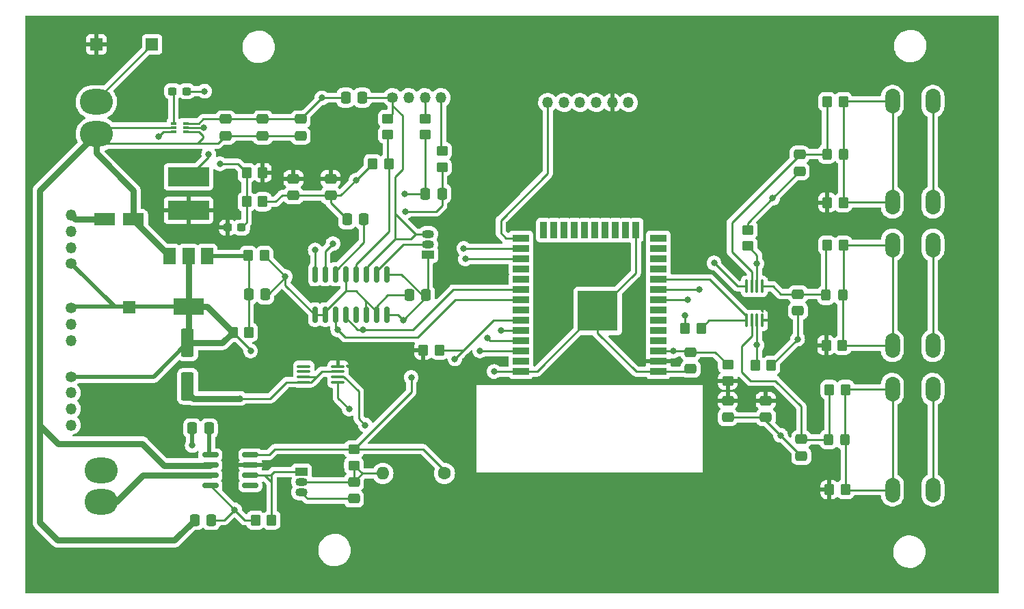
<source format=gbr>
%TF.GenerationSoftware,KiCad,Pcbnew,(6.0.7-1)-1*%
%TF.CreationDate,2022-10-20T12:36:28-04:00*%
%TF.ProjectId,Kool Keg,4b6f6f6c-204b-4656-972e-6b696361645f,rev?*%
%TF.SameCoordinates,Original*%
%TF.FileFunction,Copper,L1,Top*%
%TF.FilePolarity,Positive*%
%FSLAX46Y46*%
G04 Gerber Fmt 4.6, Leading zero omitted, Abs format (unit mm)*
G04 Created by KiCad (PCBNEW (6.0.7-1)-1) date 2022-10-20 12:36:28*
%MOMM*%
%LPD*%
G01*
G04 APERTURE LIST*
G04 Aperture macros list*
%AMRoundRect*
0 Rectangle with rounded corners*
0 $1 Rounding radius*
0 $2 $3 $4 $5 $6 $7 $8 $9 X,Y pos of 4 corners*
0 Add a 4 corners polygon primitive as box body*
4,1,4,$2,$3,$4,$5,$6,$7,$8,$9,$2,$3,0*
0 Add four circle primitives for the rounded corners*
1,1,$1+$1,$2,$3*
1,1,$1+$1,$4,$5*
1,1,$1+$1,$6,$7*
1,1,$1+$1,$8,$9*
0 Add four rect primitives between the rounded corners*
20,1,$1+$1,$2,$3,$4,$5,0*
20,1,$1+$1,$4,$5,$6,$7,0*
20,1,$1+$1,$6,$7,$8,$9,0*
20,1,$1+$1,$8,$9,$2,$3,0*%
G04 Aperture macros list end*
%TA.AperFunction,SMDPad,CuDef*%
%ADD10RoundRect,0.250000X-0.350000X-0.450000X0.350000X-0.450000X0.350000X0.450000X-0.350000X0.450000X0*%
%TD*%
%TA.AperFunction,SMDPad,CuDef*%
%ADD11RoundRect,0.250000X0.475000X-0.337500X0.475000X0.337500X-0.475000X0.337500X-0.475000X-0.337500X0*%
%TD*%
%TA.AperFunction,SMDPad,CuDef*%
%ADD12RoundRect,0.150000X-0.825000X-0.150000X0.825000X-0.150000X0.825000X0.150000X-0.825000X0.150000X0*%
%TD*%
%TA.AperFunction,ComponentPad*%
%ADD13C,1.350000*%
%TD*%
%TA.AperFunction,ComponentPad*%
%ADD14O,1.350000X1.350000*%
%TD*%
%TA.AperFunction,SMDPad,CuDef*%
%ADD15RoundRect,0.250000X-0.337500X-0.475000X0.337500X-0.475000X0.337500X0.475000X-0.337500X0.475000X0*%
%TD*%
%TA.AperFunction,SMDPad,CuDef*%
%ADD16RoundRect,0.250000X-0.450000X0.350000X-0.450000X-0.350000X0.450000X-0.350000X0.450000X0.350000X0*%
%TD*%
%TA.AperFunction,ComponentPad*%
%ADD17O,4.100000X3.160000*%
%TD*%
%TA.AperFunction,SMDPad,CuDef*%
%ADD18RoundRect,0.250000X-0.475000X0.337500X-0.475000X-0.337500X0.475000X-0.337500X0.475000X0.337500X0*%
%TD*%
%TA.AperFunction,SMDPad,CuDef*%
%ADD19RoundRect,0.250000X-0.325000X-0.450000X0.325000X-0.450000X0.325000X0.450000X-0.325000X0.450000X0*%
%TD*%
%TA.AperFunction,ComponentPad*%
%ADD20C,1.600000*%
%TD*%
%TA.AperFunction,ComponentPad*%
%ADD21O,1.600000X1.600000*%
%TD*%
%TA.AperFunction,SMDPad,CuDef*%
%ADD22RoundRect,0.250000X1.050000X0.550000X-1.050000X0.550000X-1.050000X-0.550000X1.050000X-0.550000X0*%
%TD*%
%TA.AperFunction,ComponentPad*%
%ADD23O,1.850000X3.048000*%
%TD*%
%TA.AperFunction,SMDPad,CuDef*%
%ADD24RoundRect,0.250000X0.337500X0.475000X-0.337500X0.475000X-0.337500X-0.475000X0.337500X-0.475000X0*%
%TD*%
%TA.AperFunction,SMDPad,CuDef*%
%ADD25R,1.500000X1.500000*%
%TD*%
%TA.AperFunction,SMDPad,CuDef*%
%ADD26R,1.500000X2.000000*%
%TD*%
%TA.AperFunction,SMDPad,CuDef*%
%ADD27R,3.800000X2.000000*%
%TD*%
%TA.AperFunction,SMDPad,CuDef*%
%ADD28RoundRect,0.250000X0.350000X0.450000X-0.350000X0.450000X-0.350000X-0.450000X0.350000X-0.450000X0*%
%TD*%
%TA.AperFunction,SMDPad,CuDef*%
%ADD29RoundRect,0.100000X-0.100000X0.712500X-0.100000X-0.712500X0.100000X-0.712500X0.100000X0.712500X0*%
%TD*%
%TA.AperFunction,SMDPad,CuDef*%
%ADD30RoundRect,0.237500X0.300000X0.237500X-0.300000X0.237500X-0.300000X-0.237500X0.300000X-0.237500X0*%
%TD*%
%TA.AperFunction,SMDPad,CuDef*%
%ADD31RoundRect,0.100000X-0.712500X-0.100000X0.712500X-0.100000X0.712500X0.100000X-0.712500X0.100000X0*%
%TD*%
%TA.AperFunction,SMDPad,CuDef*%
%ADD32R,0.700000X0.340000*%
%TD*%
%TA.AperFunction,SMDPad,CuDef*%
%ADD33R,5.100000X2.350000*%
%TD*%
%TA.AperFunction,SMDPad,CuDef*%
%ADD34RoundRect,0.250000X0.450000X-0.350000X0.450000X0.350000X-0.450000X0.350000X-0.450000X-0.350000X0*%
%TD*%
%TA.AperFunction,SMDPad,CuDef*%
%ADD35RoundRect,0.250000X-0.550000X1.500000X-0.550000X-1.500000X0.550000X-1.500000X0.550000X1.500000X0*%
%TD*%
%TA.AperFunction,SMDPad,CuDef*%
%ADD36R,2.000000X0.900000*%
%TD*%
%TA.AperFunction,SMDPad,CuDef*%
%ADD37R,0.900000X2.000000*%
%TD*%
%TA.AperFunction,SMDPad,CuDef*%
%ADD38R,5.000000X5.000000*%
%TD*%
%TA.AperFunction,SMDPad,CuDef*%
%ADD39RoundRect,0.237500X-0.300000X-0.237500X0.300000X-0.237500X0.300000X0.237500X-0.300000X0.237500X0*%
%TD*%
%TA.AperFunction,ComponentPad*%
%ADD40R,1.500000X1.050000*%
%TD*%
%TA.AperFunction,ComponentPad*%
%ADD41O,1.500000X1.050000*%
%TD*%
%TA.AperFunction,SMDPad,CuDef*%
%ADD42RoundRect,0.150000X-0.150000X0.850000X-0.150000X-0.850000X0.150000X-0.850000X0.150000X0.850000X0*%
%TD*%
%TA.AperFunction,ViaPad*%
%ADD43C,0.800000*%
%TD*%
%TA.AperFunction,Conductor*%
%ADD44C,0.760000*%
%TD*%
%TA.AperFunction,Conductor*%
%ADD45C,0.250000*%
%TD*%
%TA.AperFunction,Conductor*%
%ADD46C,0.500000*%
%TD*%
G04 APERTURE END LIST*
D10*
%TO.P,R8,1*%
%TO.N,Net-(C12-Pad1)*%
X160600000Y-69600000D03*
%TO.P,R8,2*%
%TO.N,Net-(D1-Pad2)*%
X162600000Y-69600000D03*
%TD*%
D11*
%TO.P,C1,1*%
%TO.N,+12V*%
X86100000Y-56037500D03*
%TO.P,C1,2*%
%TO.N,GND*%
X86100000Y-53962500D03*
%TD*%
D12*
%TO.P,U5,1,BST*%
%TO.N,Net-(C20-Pad2)*%
X84225000Y-95595000D03*
%TO.P,U5,2,VIN*%
%TO.N,+12V*%
X84225000Y-96865000D03*
%TO.P,U5,3,OUT*%
%TO.N,Net-(C20-Pad1)*%
X84225000Y-98135000D03*
%TO.P,U5,4,GND*%
%TO.N,GND*%
X84225000Y-99405000D03*
%TO.P,U5,5,nFAULT*%
%TO.N,unconnected-(U5-Pad5)*%
X89175000Y-99405000D03*
%TO.P,U5,6,ISET*%
%TO.N,Net-(Q2-Pad1)*%
X89175000Y-98135000D03*
%TO.P,U5,7,IN*%
%TO.N,+3.3V*%
X89175000Y-96865000D03*
%TO.P,U5,8,EN*%
%TO.N,/MCU Subsystem/SOLENOID_GPIO*%
X89175000Y-95595000D03*
%TD*%
D13*
%TO.P,J3,1,Pin_1*%
%TO.N,+5V*%
X67000000Y-85900000D03*
D14*
%TO.P,J3,2,Pin_2*%
%TO.N,GND*%
X67000000Y-87900000D03*
%TO.P,J3,3,Pin_3*%
%TO.N,/MCU Subsystem/I2C0_SDA*%
X67000000Y-89900000D03*
%TO.P,J3,4,Pin_4*%
%TO.N,/MCU Subsystem/I2C0_SCL*%
X67000000Y-91900000D03*
%TD*%
D15*
%TO.P,C3,1*%
%TO.N,Net-(C3-Pad1)*%
X88962500Y-75700000D03*
%TO.P,C3,2*%
%TO.N,GND*%
X91037500Y-75700000D03*
%TD*%
D16*
%TO.P,R12,1*%
%TO.N,/Sensor Subsystem/A+*%
X110800000Y-53900000D03*
%TO.P,R12,2*%
%TO.N,Net-(C14-Pad2)*%
X110800000Y-55900000D03*
%TD*%
D11*
%TO.P,C22,1*%
%TO.N,GND*%
X148300000Y-90937500D03*
%TO.P,C22,2*%
%TO.N,+3.3V*%
X148300000Y-88862500D03*
%TD*%
D17*
%TO.P,J1,1,Pin_1*%
%TO.N,+12V*%
X70100000Y-55800000D03*
%TO.P,J1,2,Pin_2*%
%TO.N,GND*%
X70100000Y-51840000D03*
%TD*%
D18*
%TO.P,C9,1*%
%TO.N,+3.3V*%
X94500000Y-61362500D03*
%TO.P,C9,2*%
%TO.N,GND*%
X94500000Y-63437500D03*
%TD*%
D13*
%TO.P,J2,1,Pin_1*%
%TO.N,/Sensor Subsystem/E+*%
X106800000Y-51300000D03*
D14*
%TO.P,J2,2,Pin_2*%
%TO.N,GND*%
X108800000Y-51300000D03*
%TO.P,J2,3,Pin_3*%
%TO.N,/Sensor Subsystem/A+*%
X110800000Y-51300000D03*
%TO.P,J2,4,Pin_4*%
%TO.N,/Sensor Subsystem/A-*%
X112800000Y-51300000D03*
%TD*%
D10*
%TO.P,R17,1*%
%TO.N,+3.3V*%
X110600000Y-82600000D03*
%TO.P,R17,2*%
%TO.N,/MCU Subsystem/I2C0_SDA*%
X112600000Y-82600000D03*
%TD*%
D18*
%TO.P,C10,1*%
%TO.N,+3.3V*%
X99100000Y-61362500D03*
%TO.P,C10,2*%
%TO.N,GND*%
X99100000Y-63437500D03*
%TD*%
D19*
%TO.P,D1,1,K*%
%TO.N,Net-(C12-Pad1)*%
X160475000Y-75800000D03*
%TO.P,D1,2,A*%
%TO.N,Net-(D1-Pad2)*%
X162525000Y-75800000D03*
%TD*%
D10*
%TO.P,R4,1*%
%TO.N,Net-(C8-Pad2)*%
X88700000Y-64200000D03*
%TO.P,R4,2*%
%TO.N,GND*%
X90700000Y-64200000D03*
%TD*%
D20*
%TO.P,D4,1,K*%
%TO.N,/MCU Subsystem/SOLENOID_GPIO*%
X113210000Y-97900000D03*
D21*
%TO.P,D4,2,A*%
%TO.N,Net-(C18-Pad1)*%
X105590000Y-97900000D03*
%TD*%
D10*
%TO.P,R1,1*%
%TO.N,+5V*%
X87000000Y-80400000D03*
%TO.P,R1,2*%
%TO.N,Net-(C3-Pad1)*%
X89000000Y-80400000D03*
%TD*%
D15*
%TO.P,C15,1*%
%TO.N,GND*%
X108862500Y-75800000D03*
%TO.P,C15,2*%
%TO.N,+5V*%
X110937500Y-75800000D03*
%TD*%
D10*
%TO.P,R2,1*%
%TO.N,Net-(C3-Pad1)*%
X88900000Y-70900000D03*
%TO.P,R2,2*%
%TO.N,GND*%
X90900000Y-70900000D03*
%TD*%
D22*
%TO.P,C2,1*%
%TO.N,+12V*%
X74700000Y-66400000D03*
%TO.P,C2,2*%
%TO.N,GND*%
X71100000Y-66400000D03*
%TD*%
D10*
%TO.P,R13,1*%
%TO.N,GND*%
X104300000Y-59500000D03*
%TO.P,R13,2*%
%TO.N,Net-(R13-Pad2)*%
X106300000Y-59500000D03*
%TD*%
D19*
%TO.P,D2,1,K*%
%TO.N,Net-(C13-Pad1)*%
X160775000Y-93700000D03*
%TO.P,D2,2,A*%
%TO.N,Net-(D2-Pad2)*%
X162825000Y-93700000D03*
%TD*%
D23*
%TO.P,SW1,1,1*%
%TO.N,GND*%
X173700000Y-64260000D03*
X173700000Y-51760000D03*
%TO.P,SW1,2,2*%
%TO.N,Net-(D3-Pad2)*%
X168700000Y-64260000D03*
X168700000Y-51760000D03*
%TD*%
D19*
%TO.P,D3,1,K*%
%TO.N,Net-(C11-Pad1)*%
X160575000Y-58300000D03*
%TO.P,D3,2,A*%
%TO.N,Net-(D3-Pad2)*%
X162625000Y-58300000D03*
%TD*%
D13*
%TO.P,J7,1,Pin_1*%
%TO.N,+5V*%
X67000000Y-71900000D03*
D14*
%TO.P,J7,2,Pin_2*%
%TO.N,/MCU Subsystem/I2C1_SDA*%
X67000000Y-69900000D03*
%TO.P,J7,3,Pin_3*%
%TO.N,/MCU Subsystem/I2C1_SCL*%
X67000000Y-67900000D03*
%TO.P,J7,4,Pin_4*%
%TO.N,GND*%
X67000000Y-65900000D03*
%TD*%
D24*
%TO.P,C17,1*%
%TO.N,/Sensor Subsystem/E+*%
X103037500Y-51300000D03*
%TO.P,C17,2*%
%TO.N,GND*%
X100962500Y-51300000D03*
%TD*%
D11*
%TO.P,C23,1*%
%TO.N,GND*%
X153000000Y-90937500D03*
%TO.P,C23,2*%
%TO.N,+3.3V*%
X153000000Y-88862500D03*
%TD*%
D18*
%TO.P,C18,1*%
%TO.N,Net-(C18-Pad1)*%
X102000000Y-98962500D03*
%TO.P,C18,2*%
%TO.N,GND*%
X102000000Y-101037500D03*
%TD*%
%TO.P,C12,1*%
%TO.N,Net-(C12-Pad1)*%
X157000000Y-75662500D03*
%TO.P,C12,2*%
%TO.N,GND*%
X157000000Y-77737500D03*
%TD*%
D25*
%TO.P,+5V,1*%
%TO.N,+5V*%
X74200000Y-77300000D03*
%TD*%
D26*
%TO.P,U1,1,ADJ*%
%TO.N,Net-(C3-Pad1)*%
X83800000Y-70950000D03*
D27*
%TO.P,U1,2,VO*%
%TO.N,+5V*%
X81500000Y-77250000D03*
D26*
X81500000Y-70950000D03*
%TO.P,U1,3,VI*%
%TO.N,+12V*%
X79200000Y-70950000D03*
%TD*%
D10*
%TO.P,R20,1*%
%TO.N,/MCU Subsystem/DEC*%
X151700000Y-84500000D03*
%TO.P,R20,2*%
%TO.N,GND*%
X153700000Y-84500000D03*
%TD*%
%TO.P,R7,1*%
%TO.N,+3.3V*%
X160900000Y-99900000D03*
%TO.P,R7,2*%
%TO.N,Net-(D2-Pad2)*%
X162900000Y-99900000D03*
%TD*%
D28*
%TO.P,R10,1*%
%TO.N,Net-(D3-Pad2)*%
X162600000Y-51800000D03*
%TO.P,R10,2*%
%TO.N,Net-(C11-Pad1)*%
X160600000Y-51800000D03*
%TD*%
D24*
%TO.P,C16,1*%
%TO.N,Net-(C16-Pad1)*%
X103237500Y-66400000D03*
%TO.P,C16,2*%
%TO.N,GND*%
X101162500Y-66400000D03*
%TD*%
D14*
%TO.P,J5,1,Pin_1*%
%TO.N,/MCU Subsystem/EN*%
X136000000Y-51900000D03*
%TO.P,J5,2,Pin_2*%
%TO.N,+3.3V*%
X134000000Y-51900000D03*
%TO.P,J5,3,Pin_3*%
%TO.N,/MCU Subsystem/TXD0*%
X132000000Y-51900000D03*
%TO.P,J5,4,Pin_4*%
%TO.N,GND*%
X130000000Y-51900000D03*
%TO.P,J5,5,Pin_5*%
%TO.N,/MCU Subsystem/RXD0*%
X128000000Y-51900000D03*
%TO.P,J5,6,Pin_6*%
%TO.N,/MCU Subsystem/IO0*%
X126000000Y-51900000D03*
%TD*%
D11*
%TO.P,C4,1*%
%TO.N,+12V*%
X90700000Y-56037500D03*
%TO.P,C4,2*%
%TO.N,GND*%
X90700000Y-53962500D03*
%TD*%
D15*
%TO.P,C19,1*%
%TO.N,+12V*%
X82262500Y-103700000D03*
%TO.P,C19,2*%
%TO.N,GND*%
X84337500Y-103700000D03*
%TD*%
D28*
%TO.P,R3,1*%
%TO.N,+3.3V*%
X90700000Y-60600000D03*
%TO.P,R3,2*%
%TO.N,Net-(C8-Pad2)*%
X88700000Y-60600000D03*
%TD*%
D29*
%TO.P,U3,1*%
%TO.N,Net-(C12-Pad1)*%
X152575000Y-74687500D03*
%TO.P,U3,2*%
%TO.N,/MCU Subsystem/INC*%
X151925000Y-74687500D03*
%TO.P,U3,3*%
%TO.N,Net-(C11-Pad1)*%
X151275000Y-74687500D03*
%TO.P,U3,4,GND*%
%TO.N,GND*%
X150625000Y-74687500D03*
%TO.P,U3,5*%
%TO.N,/MCU Subsystem/DISP*%
X150625000Y-78912500D03*
%TO.P,U3,6*%
%TO.N,Net-(C13-Pad1)*%
X151275000Y-78912500D03*
%TO.P,U3,7*%
%TO.N,/MCU Subsystem/DEC*%
X151925000Y-78912500D03*
%TO.P,U3,8,VCC*%
%TO.N,+3.3V*%
X152575000Y-78912500D03*
%TD*%
D30*
%TO.P,C6,1*%
%TO.N,Net-(C6-Pad1)*%
X81262500Y-50500000D03*
%TO.P,C6,2*%
%TO.N,Net-(C6-Pad2)*%
X79537500Y-50500000D03*
%TD*%
D31*
%TO.P,U6,1,A0*%
%TO.N,unconnected-(U6-Pad1)*%
X95787500Y-84625000D03*
%TO.P,U6,2,A1*%
%TO.N,unconnected-(U6-Pad2)*%
X95787500Y-85275000D03*
%TO.P,U6,3,A2*%
%TO.N,GND*%
X95787500Y-85925000D03*
%TO.P,U6,4,GND*%
X95787500Y-86575000D03*
%TO.P,U6,5,SDA*%
%TO.N,/MCU Subsystem/I2C0_SDA*%
X100012500Y-86575000D03*
%TO.P,U6,6,SCL*%
%TO.N,/MCU Subsystem/I2C0_SCL*%
X100012500Y-85925000D03*
%TO.P,U6,7,WP*%
%TO.N,GND*%
X100012500Y-85275000D03*
%TO.P,U6,8,VCC*%
%TO.N,+3.3V*%
X100012500Y-84625000D03*
%TD*%
D23*
%TO.P,SW3,1,1*%
%TO.N,GND*%
X173700000Y-99960000D03*
X173700000Y-87460000D03*
%TO.P,SW3,2,2*%
%TO.N,Net-(D2-Pad2)*%
X168700000Y-99960000D03*
X168700000Y-87460000D03*
%TD*%
%TO.P,SW2,1,1*%
%TO.N,GND*%
X173700000Y-82060000D03*
X173700000Y-69560000D03*
%TO.P,SW2,2,2*%
%TO.N,Net-(D1-Pad2)*%
X168700000Y-69560000D03*
X168700000Y-82060000D03*
%TD*%
D32*
%TO.P,U2,1,VIN*%
%TO.N,+12V*%
X81150000Y-55500000D03*
%TO.P,U2,2,SW*%
%TO.N,Net-(C6-Pad1)*%
X81150000Y-55000000D03*
%TO.P,U2,3,GND*%
%TO.N,GND*%
X81150000Y-54500000D03*
%TO.P,U2,4,VBST*%
%TO.N,Net-(C6-Pad2)*%
X79650000Y-54500000D03*
%TO.P,U2,5,EN*%
%TO.N,+12V*%
X79650000Y-55000000D03*
%TO.P,U2,6,VFB*%
%TO.N,Net-(C8-Pad2)*%
X79650000Y-55500000D03*
%TD*%
D28*
%TO.P,R9,1*%
%TO.N,Net-(D2-Pad2)*%
X162900000Y-87500000D03*
%TO.P,R9,2*%
%TO.N,Net-(C13-Pad1)*%
X160900000Y-87500000D03*
%TD*%
D11*
%TO.P,C5,1*%
%TO.N,+12V*%
X95400000Y-56037500D03*
%TO.P,C5,2*%
%TO.N,GND*%
X95400000Y-53962500D03*
%TD*%
D33*
%TO.P,L1,1,1*%
%TO.N,Net-(C6-Pad1)*%
X81500000Y-61125000D03*
%TO.P,L1,2,2*%
%TO.N,+3.3V*%
X81500000Y-65275000D03*
%TD*%
D34*
%TO.P,R19,1*%
%TO.N,+3.3V*%
X148300000Y-86400000D03*
%TO.P,R19,2*%
%TO.N,/MCU Subsystem/EN*%
X148300000Y-84400000D03*
%TD*%
D35*
%TO.P,C7,1*%
%TO.N,+5V*%
X81400000Y-81700000D03*
%TO.P,C7,2*%
%TO.N,GND*%
X81400000Y-87100000D03*
%TD*%
D10*
%TO.P,R6,1*%
%TO.N,+3.3V*%
X160500000Y-82000000D03*
%TO.P,R6,2*%
%TO.N,Net-(D1-Pad2)*%
X162500000Y-82000000D03*
%TD*%
D15*
%TO.P,C20,1*%
%TO.N,Net-(C20-Pad1)*%
X81962500Y-92300000D03*
%TO.P,C20,2*%
%TO.N,Net-(C20-Pad2)*%
X84037500Y-92300000D03*
%TD*%
D36*
%TO.P,U7,1,GND*%
%TO.N,GND*%
X139700000Y-85255000D03*
%TO.P,U7,2,VDD*%
%TO.N,+3.3V*%
X139700000Y-83985000D03*
%TO.P,U7,3,EN*%
%TO.N,/MCU Subsystem/EN*%
X139700000Y-82715000D03*
%TO.P,U7,4,SENSOR_VP*%
%TO.N,unconnected-(U7-Pad4)*%
X139700000Y-81445000D03*
%TO.P,U7,5,SENSOR_VN*%
%TO.N,unconnected-(U7-Pad5)*%
X139700000Y-80175000D03*
%TO.P,U7,6,IO34*%
%TO.N,unconnected-(U7-Pad6)*%
X139700000Y-78905000D03*
%TO.P,U7,7,IO35*%
%TO.N,unconnected-(U7-Pad7)*%
X139700000Y-77635000D03*
%TO.P,U7,8,IO32*%
%TO.N,/MCU Subsystem/DEC*%
X139700000Y-76365000D03*
%TO.P,U7,9,IO33*%
%TO.N,/MCU Subsystem/INC*%
X139700000Y-75095000D03*
%TO.P,U7,10,IO25*%
%TO.N,/MCU Subsystem/DISP*%
X139700000Y-73825000D03*
%TO.P,U7,11,IO26*%
%TO.N,unconnected-(U7-Pad11)*%
X139700000Y-72555000D03*
%TO.P,U7,12,IO27*%
%TO.N,unconnected-(U7-Pad12)*%
X139700000Y-71285000D03*
%TO.P,U7,13,IO14*%
%TO.N,unconnected-(U7-Pad13)*%
X139700000Y-70015000D03*
%TO.P,U7,14,IO12*%
%TO.N,unconnected-(U7-Pad14)*%
X139700000Y-68745000D03*
D37*
%TO.P,U7,15,GND*%
%TO.N,GND*%
X136915000Y-67745000D03*
%TO.P,U7,16,IO13*%
%TO.N,unconnected-(U7-Pad16)*%
X135645000Y-67745000D03*
%TO.P,U7,17,SHD/SD2*%
%TO.N,unconnected-(U7-Pad17)*%
X134375000Y-67745000D03*
%TO.P,U7,18,SWP/SD3*%
%TO.N,unconnected-(U7-Pad18)*%
X133105000Y-67745000D03*
%TO.P,U7,19,SCS/CMD*%
%TO.N,unconnected-(U7-Pad19)*%
X131835000Y-67745000D03*
%TO.P,U7,20,SCK/CLK*%
%TO.N,unconnected-(U7-Pad20)*%
X130565000Y-67745000D03*
%TO.P,U7,21,SDO/SD0*%
%TO.N,unconnected-(U7-Pad21)*%
X129295000Y-67745000D03*
%TO.P,U7,22,SDI/SD1*%
%TO.N,unconnected-(U7-Pad22)*%
X128025000Y-67745000D03*
%TO.P,U7,23,IO15*%
%TO.N,unconnected-(U7-Pad23)*%
X126755000Y-67745000D03*
%TO.P,U7,24,IO2*%
%TO.N,unconnected-(U7-Pad24)*%
X125485000Y-67745000D03*
D36*
%TO.P,U7,25,IO0*%
%TO.N,/MCU Subsystem/IO0*%
X122700000Y-68745000D03*
%TO.P,U7,26,IO4*%
%TO.N,/MCU Subsystem/FLOW_GPIO*%
X122700000Y-70015000D03*
%TO.P,U7,27,IO16*%
%TO.N,/MCU Subsystem/SOLENOID_GPIO*%
X122700000Y-71285000D03*
%TO.P,U7,28,IO17*%
%TO.N,unconnected-(U7-Pad28)*%
X122700000Y-72555000D03*
%TO.P,U7,29,IO5*%
%TO.N,unconnected-(U7-Pad29)*%
X122700000Y-73825000D03*
%TO.P,U7,30,IO18*%
%TO.N,/MCU Subsystem/I2C1_SDA*%
X122700000Y-75095000D03*
%TO.P,U7,31,IO19*%
%TO.N,/MCU Subsystem/I2C1_SCL*%
X122700000Y-76365000D03*
%TO.P,U7,32,NC*%
%TO.N,unconnected-(U7-Pad32)*%
X122700000Y-77635000D03*
%TO.P,U7,33,IO21*%
%TO.N,/MCU Subsystem/I2C0_SDA*%
X122700000Y-78905000D03*
%TO.P,U7,34,RXD0/IO3*%
%TO.N,/MCU Subsystem/RXD0*%
X122700000Y-80175000D03*
%TO.P,U7,35,TXD0/IO1*%
%TO.N,/MCU Subsystem/TXD0*%
X122700000Y-81445000D03*
%TO.P,U7,36,IO22*%
%TO.N,/MCU Subsystem/I2C0_SCL*%
X122700000Y-82715000D03*
%TO.P,U7,37,IO23*%
%TO.N,unconnected-(U7-Pad37)*%
X122700000Y-83985000D03*
%TO.P,U7,38,GND*%
%TO.N,GND*%
X122700000Y-85255000D03*
D38*
%TO.P,U7,39,GND*%
X132200000Y-77755000D03*
%TD*%
D25*
%TO.P,+3.3,1*%
%TO.N,+3.3V*%
X70100000Y-44700000D03*
%TD*%
D28*
%TO.P,R18,1*%
%TO.N,/MCU Subsystem/DISP*%
X145000000Y-79900000D03*
%TO.P,R18,2*%
%TO.N,GND*%
X143000000Y-79900000D03*
%TD*%
D24*
%TO.P,C14,1*%
%TO.N,Net-(C14-Pad1)*%
X112937500Y-63200000D03*
%TO.P,C14,2*%
%TO.N,Net-(C14-Pad2)*%
X110862500Y-63200000D03*
%TD*%
D18*
%TO.P,C11,1*%
%TO.N,Net-(C11-Pad1)*%
X157200000Y-58362500D03*
%TO.P,C11,2*%
%TO.N,GND*%
X157200000Y-60437500D03*
%TD*%
D13*
%TO.P,J4,1,Pin_1*%
%TO.N,+5V*%
X67000000Y-77400000D03*
D14*
%TO.P,J4,2,Pin_2*%
%TO.N,GND*%
X67000000Y-79400000D03*
%TO.P,J4,3,Pin_3*%
%TO.N,/MCU Subsystem/FLOW_GPIO*%
X67000000Y-81400000D03*
%TD*%
D34*
%TO.P,R21,1*%
%TO.N,/MCU Subsystem/INC*%
X150800000Y-69700000D03*
%TO.P,R21,2*%
%TO.N,GND*%
X150800000Y-67700000D03*
%TD*%
D18*
%TO.P,C21,1*%
%TO.N,/MCU Subsystem/EN*%
X143700000Y-82862500D03*
%TO.P,C21,2*%
%TO.N,GND*%
X143700000Y-84937500D03*
%TD*%
D16*
%TO.P,R11,1*%
%TO.N,/Sensor Subsystem/A-*%
X112900000Y-57900000D03*
%TO.P,R11,2*%
%TO.N,Net-(C14-Pad1)*%
X112900000Y-59900000D03*
%TD*%
D39*
%TO.P,C8,1*%
%TO.N,+3.3V*%
X86337500Y-67400000D03*
%TO.P,C8,2*%
%TO.N,Net-(C8-Pad2)*%
X88062500Y-67400000D03*
%TD*%
D18*
%TO.P,C13,1*%
%TO.N,Net-(C13-Pad1)*%
X157400000Y-93662500D03*
%TO.P,C13,2*%
%TO.N,GND*%
X157400000Y-95737500D03*
%TD*%
D17*
%TO.P,J6,1,Pin_1*%
%TO.N,GND*%
X70700000Y-97500000D03*
%TO.P,J6,2,Pin_2*%
%TO.N,Net-(C20-Pad1)*%
X70700000Y-101460000D03*
%TD*%
D28*
%TO.P,R16,1*%
%TO.N,Net-(Q2-Pad1)*%
X91800000Y-103700000D03*
%TO.P,R16,2*%
%TO.N,GND*%
X89800000Y-103700000D03*
%TD*%
D16*
%TO.P,R15,1*%
%TO.N,/MCU Subsystem/SOLENOID_GPIO*%
X102000000Y-94900000D03*
%TO.P,R15,2*%
%TO.N,Net-(C18-Pad1)*%
X102000000Y-96900000D03*
%TD*%
D25*
%TO.P,GND,1*%
%TO.N,GND*%
X77000000Y-44700000D03*
%TD*%
D40*
%TO.P,Q1,1,E*%
%TO.N,+5V*%
X111160000Y-70770000D03*
D41*
%TO.P,Q1,2,B*%
%TO.N,Net-(Q1-Pad2)*%
X111160000Y-69500000D03*
%TO.P,Q1,3,C*%
%TO.N,/Sensor Subsystem/E+*%
X111160000Y-68230000D03*
%TD*%
D40*
%TO.P,Q2,1,E*%
%TO.N,Net-(Q2-Pad1)*%
X95500000Y-97700000D03*
D41*
%TO.P,Q2,2,B*%
%TO.N,Net-(C18-Pad1)*%
X95500000Y-98970000D03*
%TO.P,Q2,3,C*%
%TO.N,GND*%
X95500000Y-100240000D03*
%TD*%
D42*
%TO.P,U4,1,VSUP*%
%TO.N,+5V*%
X106045000Y-73200000D03*
%TO.P,U4,2,BASE*%
%TO.N,Net-(Q1-Pad2)*%
X104775000Y-73200000D03*
%TO.P,U4,3,AVDD*%
%TO.N,/Sensor Subsystem/E+*%
X103505000Y-73200000D03*
%TO.P,U4,4,VFB*%
%TO.N,Net-(R13-Pad2)*%
X102235000Y-73200000D03*
%TO.P,U4,5,AGND*%
%TO.N,GND*%
X100965000Y-73200000D03*
%TO.P,U4,6,VBG*%
%TO.N,Net-(C16-Pad1)*%
X99695000Y-73200000D03*
%TO.P,U4,7,INA-*%
%TO.N,Net-(C14-Pad1)*%
X98425000Y-73200000D03*
%TO.P,U4,8,INA+*%
%TO.N,Net-(C14-Pad2)*%
X97155000Y-73200000D03*
%TO.P,U4,9,INB-*%
%TO.N,GND*%
X97155000Y-78200000D03*
%TO.P,U4,10,INB+*%
X98425000Y-78200000D03*
%TO.P,U4,11,PD_SCK*%
%TO.N,/MCU Subsystem/I2C1_SCL*%
X99695000Y-78200000D03*
%TO.P,U4,12,DOUT*%
%TO.N,/MCU Subsystem/I2C1_SDA*%
X100965000Y-78200000D03*
%TO.P,U4,13,XO*%
%TO.N,unconnected-(U4-Pad13)*%
X102235000Y-78200000D03*
%TO.P,U4,14,XI*%
%TO.N,GND*%
X103505000Y-78200000D03*
%TO.P,U4,15,RATE*%
X104775000Y-78200000D03*
%TO.P,U4,16,DVDD*%
%TO.N,+5V*%
X106045000Y-78200000D03*
%TD*%
D10*
%TO.P,R5,1*%
%TO.N,+3.3V*%
X160600000Y-64300000D03*
%TO.P,R5,2*%
%TO.N,Net-(D3-Pad2)*%
X162600000Y-64300000D03*
%TD*%
D16*
%TO.P,R14,1*%
%TO.N,/Sensor Subsystem/E+*%
X106200000Y-53900000D03*
%TO.P,R14,2*%
%TO.N,Net-(R13-Pad2)*%
X106200000Y-55900000D03*
%TD*%
D43*
%TO.N,GND*%
X153868750Y-63768750D03*
X143000000Y-78300000D03*
X87200000Y-102400000D03*
X154831250Y-93168750D03*
X119355000Y-85255000D03*
X93500000Y-73500000D03*
X87900000Y-88600000D03*
X146600000Y-71800000D03*
X98031250Y-51331250D03*
X156950000Y-81250000D03*
X102250000Y-61550000D03*
%TO.N,Net-(C6-Pad1)*%
X84000000Y-58300000D03*
X83400000Y-55000000D03*
X83500000Y-50500000D03*
%TO.N,+3.3V*%
X102000000Y-47700000D03*
X93100000Y-68100000D03*
X99400000Y-57200000D03*
X95400000Y-66800000D03*
X102000000Y-54400000D03*
X93400000Y-78100000D03*
%TO.N,Net-(C8-Pad2)*%
X85400000Y-59500000D03*
X77800000Y-56100000D03*
%TO.N,+5V*%
X108100000Y-78900000D03*
X89200000Y-82700000D03*
%TO.N,Net-(C14-Pad1)*%
X108400000Y-65400000D03*
X99400000Y-69400000D03*
%TO.N,Net-(C14-Pad2)*%
X97200000Y-70200000D03*
X108300000Y-63200000D03*
%TO.N,Net-(C20-Pad1)*%
X81962500Y-94437500D03*
%TO.N,/MCU Subsystem/EN*%
X141585000Y-82715000D03*
%TO.N,/MCU Subsystem/SOLENOID_GPIO*%
X115800000Y-71300000D03*
X109100000Y-86000000D03*
%TO.N,/MCU Subsystem/I2C0_SCL*%
X103400000Y-91900000D03*
X117600000Y-82700000D03*
%TO.N,/MCU Subsystem/I2C0_SDA*%
X101400000Y-89900000D03*
X114500000Y-83700000D03*
%TO.N,/MCU Subsystem/FLOW_GPIO*%
X115600000Y-70000000D03*
%TO.N,/MCU Subsystem/I2C1_SDA*%
X103100000Y-80100000D03*
%TO.N,/MCU Subsystem/I2C1_SCL*%
X100000000Y-80100000D03*
%TO.N,/MCU Subsystem/RXD0*%
X120200000Y-80200000D03*
%TO.N,/MCU Subsystem/TXD0*%
X118500000Y-81100000D03*
%TO.N,/MCU Subsystem/DEC*%
X143300000Y-76400000D03*
X151925000Y-81975000D03*
%TO.N,/MCU Subsystem/INC*%
X144800000Y-75100000D03*
X151925000Y-71875000D03*
%TD*%
D44*
%TO.N,+12V*%
X79762500Y-106200000D02*
X82262500Y-103700000D01*
X63100000Y-91900000D02*
X65400000Y-94200000D01*
D45*
X80800000Y-57000000D02*
X82600000Y-57000000D01*
X70100000Y-55800000D02*
X71300000Y-57000000D01*
D44*
X70100000Y-55800000D02*
X70100000Y-58200000D01*
X74700000Y-62800000D02*
X74700000Y-66400000D01*
X84190000Y-96900000D02*
X84225000Y-96865000D01*
X74700000Y-66450000D02*
X79200000Y-70950000D01*
D45*
X80800000Y-57000000D02*
X85137500Y-57000000D01*
X82600000Y-57000000D02*
X83300000Y-56300000D01*
X82800000Y-55500000D02*
X81150000Y-55500000D01*
X85137500Y-57000000D02*
X86100000Y-56037500D01*
X71300000Y-57000000D02*
X80800000Y-57000000D01*
X70100000Y-55800000D02*
X70900000Y-55000000D01*
D44*
X65300000Y-106200000D02*
X79762500Y-106200000D01*
D45*
X70900000Y-55000000D02*
X79650000Y-55000000D01*
D44*
X63100000Y-62800000D02*
X63100000Y-91900000D01*
D45*
X83300000Y-56000000D02*
X82800000Y-55500000D01*
D44*
X70100000Y-58200000D02*
X74700000Y-62800000D01*
X78500000Y-96900000D02*
X84190000Y-96900000D01*
X65400000Y-94200000D02*
X75800000Y-94200000D01*
X75800000Y-94200000D02*
X78500000Y-96900000D01*
X63100000Y-104000000D02*
X65300000Y-106200000D01*
X63100000Y-91900000D02*
X63100000Y-104000000D01*
X70100000Y-55800000D02*
X63100000Y-62800000D01*
X74700000Y-66400000D02*
X74700000Y-66450000D01*
D45*
X86100000Y-56037500D02*
X90700000Y-56037500D01*
X83300000Y-56300000D02*
X83300000Y-56000000D01*
X90700000Y-56037500D02*
X95400000Y-56037500D01*
%TO.N,GND*%
X124700000Y-85255000D02*
X132200000Y-77755000D01*
X148300000Y-90937500D02*
X153000000Y-90937500D01*
X93625000Y-86575000D02*
X91600000Y-88600000D01*
X104775000Y-77775000D02*
X103500000Y-76500000D01*
X96725000Y-86575000D02*
X97375000Y-85925000D01*
X104775000Y-77225000D02*
X104775000Y-78200000D01*
D44*
X67500000Y-66400000D02*
X67000000Y-65900000D01*
D45*
X84225000Y-99425000D02*
X87200000Y-102400000D01*
X95400000Y-53962500D02*
X98031250Y-51331250D01*
X136950000Y-85255000D02*
X139700000Y-85255000D01*
X93500000Y-74545000D02*
X93500000Y-73600000D01*
D44*
X87900000Y-88600000D02*
X82100000Y-88600000D01*
D45*
X132200000Y-80505000D02*
X136950000Y-85255000D01*
X143382500Y-85255000D02*
X143700000Y-84937500D01*
X84337500Y-103700000D02*
X85900000Y-103700000D01*
X102258249Y-75258249D02*
X100965000Y-75258249D01*
X99100000Y-63437500D02*
X99100000Y-64337500D01*
X97155000Y-78200000D02*
X93500000Y-74545000D01*
X93100000Y-63400000D02*
X94462500Y-63400000D01*
X102000000Y-101037500D02*
X96237500Y-101037500D01*
X103505000Y-78200000D02*
X103505000Y-77798249D01*
X157000000Y-81200000D02*
X157000000Y-77737500D01*
X70100000Y-51600000D02*
X70100000Y-51840000D01*
X106200000Y-75800000D02*
X104775000Y-77225000D01*
X100362500Y-63437500D02*
X102250000Y-61550000D01*
X96237500Y-101037500D02*
X95500000Y-100300000D01*
X173700000Y-82060000D02*
X173700000Y-69560000D01*
X82800000Y-54500000D02*
X83337500Y-53962500D01*
X98425000Y-78200000D02*
X97155000Y-78200000D01*
X156950000Y-81250000D02*
X157000000Y-81200000D01*
X153000000Y-90937500D02*
X153000000Y-91337500D01*
X91400000Y-75700000D02*
X91037500Y-75700000D01*
X103500000Y-76500000D02*
X102258249Y-75258249D01*
X89800000Y-103700000D02*
X88500000Y-103700000D01*
X88500000Y-103700000D02*
X87200000Y-102400000D01*
X90700000Y-64200000D02*
X92300000Y-64200000D01*
X153700000Y-84500000D02*
X156950000Y-81250000D01*
X90700000Y-53962500D02*
X95400000Y-53962500D01*
X99100000Y-64337500D02*
X101162500Y-66400000D01*
X93500000Y-73600000D02*
X91400000Y-75700000D01*
X103505000Y-77798249D02*
X103500000Y-77793249D01*
X99100000Y-63437500D02*
X100362500Y-63437500D01*
X157200000Y-60437500D02*
X153868750Y-63768750D01*
X85900000Y-103700000D02*
X87200000Y-102400000D01*
X150625000Y-74687500D02*
X149487500Y-74687500D01*
X102250000Y-61550000D02*
X104300000Y-59500000D01*
X100965000Y-73200000D02*
X100965000Y-75258249D01*
X173700000Y-87460000D02*
X173700000Y-99960000D01*
X84225000Y-99405000D02*
X84225000Y-99425000D01*
X103500000Y-77793249D02*
X103500000Y-76500000D01*
X143000000Y-79700000D02*
X143000000Y-78300000D01*
X136915000Y-73040000D02*
X132200000Y-77755000D01*
D44*
X71100000Y-66400000D02*
X67500000Y-66400000D01*
D45*
X150800000Y-66837500D02*
X150800000Y-67700000D01*
X122700000Y-85255000D02*
X124700000Y-85255000D01*
X93500000Y-73500000D02*
X93500000Y-73600000D01*
D44*
X82100000Y-88600000D02*
X81400000Y-87900000D01*
D45*
X95787500Y-86575000D02*
X93625000Y-86575000D01*
X139700000Y-85255000D02*
X143382500Y-85255000D01*
X153000000Y-91337500D02*
X154831250Y-93168750D01*
X92300000Y-64200000D02*
X93100000Y-63400000D01*
X132200000Y-77755000D02*
X132200000Y-80505000D01*
X98031250Y-51331250D02*
X98062500Y-51300000D01*
X97375000Y-85925000D02*
X95787500Y-85925000D01*
X98062500Y-51300000D02*
X100962500Y-51300000D01*
X94500000Y-63437500D02*
X99100000Y-63437500D01*
X122700000Y-85255000D02*
X119355000Y-85255000D01*
X95787500Y-86575000D02*
X96725000Y-86575000D01*
X154831250Y-93168750D02*
X157400000Y-95737500D01*
X108862500Y-75800000D02*
X106200000Y-75800000D01*
X83337500Y-53962500D02*
X86100000Y-53962500D01*
X90900000Y-70900000D02*
X93500000Y-73500000D01*
X98425000Y-77798249D02*
X98425000Y-78200000D01*
X95500000Y-100300000D02*
X95500000Y-100240000D01*
X173700000Y-51760000D02*
X173700000Y-64260000D01*
X77000000Y-44700000D02*
X70100000Y-51600000D01*
X91600000Y-88600000D02*
X87900000Y-88600000D01*
X136915000Y-67745000D02*
X136915000Y-73040000D01*
X81150000Y-54500000D02*
X82800000Y-54500000D01*
X94462500Y-63400000D02*
X94500000Y-63437500D01*
X149487500Y-74687500D02*
X146600000Y-71800000D01*
X86100000Y-53962500D02*
X90700000Y-53962500D01*
X100012500Y-85275000D02*
X98025000Y-85275000D01*
X98025000Y-85275000D02*
X97375000Y-85925000D01*
X104775000Y-78200000D02*
X104775000Y-77775000D01*
X153868750Y-63768750D02*
X150800000Y-66837500D01*
D44*
X81400000Y-87900000D02*
X81400000Y-87100000D01*
D45*
X100965000Y-75258249D02*
X98425000Y-77798249D01*
%TO.N,Net-(C3-Pad1)*%
X88962500Y-75700000D02*
X88962500Y-70962500D01*
D46*
X88850000Y-70950000D02*
X88900000Y-70900000D01*
D45*
X88962500Y-75700000D02*
X88962500Y-80362500D01*
X88962500Y-80362500D02*
X89000000Y-80400000D01*
X88962500Y-70962500D02*
X88900000Y-70900000D01*
D46*
X83800000Y-70950000D02*
X88850000Y-70950000D01*
D45*
%TO.N,Net-(C6-Pad1)*%
X84000000Y-58625000D02*
X81500000Y-61125000D01*
X81150000Y-55000000D02*
X83400000Y-55000000D01*
X83500000Y-50500000D02*
X81262500Y-50500000D01*
X84000000Y-58300000D02*
X84000000Y-58625000D01*
%TO.N,Net-(C6-Pad2)*%
X79650000Y-50612500D02*
X79537500Y-50500000D01*
X79650000Y-54500000D02*
X79650000Y-50612500D01*
%TO.N,Net-(C8-Pad2)*%
X85400000Y-59500000D02*
X87600000Y-59500000D01*
X88700000Y-66762500D02*
X88700000Y-64200000D01*
X79650000Y-55500000D02*
X78400000Y-55500000D01*
X88700000Y-64200000D02*
X88700000Y-60600000D01*
X88062500Y-67400000D02*
X88700000Y-66762500D01*
X78400000Y-55500000D02*
X77800000Y-56100000D01*
X87600000Y-59500000D02*
X88700000Y-60600000D01*
D44*
%TO.N,+5V*%
X81500000Y-81600000D02*
X81400000Y-81700000D01*
D45*
X110937500Y-75800000D02*
X110488173Y-75800000D01*
D44*
X83850000Y-77250000D02*
X87000000Y-80400000D01*
D45*
X110488173Y-75800000D02*
X107888173Y-73200000D01*
D44*
X81500000Y-77250000D02*
X81500000Y-81600000D01*
X85700000Y-81700000D02*
X87000000Y-80400000D01*
D45*
X111160000Y-75577500D02*
X111160000Y-70770000D01*
X89200000Y-82700000D02*
X89200000Y-82600000D01*
X107400000Y-78200000D02*
X108100000Y-78900000D01*
X110937500Y-75800000D02*
X111160000Y-75577500D01*
D46*
X72350000Y-77250000D02*
X67000000Y-71900000D01*
X81500000Y-77250000D02*
X67150000Y-77250000D01*
D45*
X106045000Y-78200000D02*
X107400000Y-78200000D01*
X89200000Y-82600000D02*
X87000000Y-80400000D01*
D44*
X81500000Y-77250000D02*
X83850000Y-77250000D01*
D46*
X77200000Y-85900000D02*
X67000000Y-85900000D01*
X81400000Y-81700000D02*
X77200000Y-85900000D01*
D45*
X107888173Y-73200000D02*
X106045000Y-73200000D01*
X110937500Y-76062500D02*
X108100000Y-78900000D01*
D46*
X81500000Y-77250000D02*
X72350000Y-77250000D01*
D44*
X81500000Y-77250000D02*
X81500000Y-70950000D01*
D45*
X110937500Y-75800000D02*
X110937500Y-76062500D01*
D46*
X67150000Y-77250000D02*
X67000000Y-77400000D01*
D44*
X81400000Y-81700000D02*
X85700000Y-81700000D01*
D45*
%TO.N,Net-(C12-Pad1)*%
X153887500Y-74687500D02*
X152575000Y-74687500D01*
X160475000Y-75800000D02*
X160337500Y-75662500D01*
X160475000Y-75800000D02*
X160475000Y-69725000D01*
X160337500Y-75662500D02*
X157000000Y-75662500D01*
X154862500Y-75662500D02*
X153887500Y-74687500D01*
X157000000Y-75662500D02*
X154862500Y-75662500D01*
X160475000Y-69725000D02*
X160600000Y-69600000D01*
%TO.N,Net-(C14-Pad1)*%
X112900000Y-63237500D02*
X112900000Y-64700000D01*
X112900000Y-59900000D02*
X112900000Y-63162500D01*
X112200000Y-65400000D02*
X108400000Y-65400000D01*
X99400000Y-69400000D02*
X98425000Y-70375000D01*
X112937500Y-63200000D02*
X112900000Y-63237500D01*
X112900000Y-64700000D02*
X112200000Y-65400000D01*
X98425000Y-70375000D02*
X98425000Y-73200000D01*
X112900000Y-63162500D02*
X112937500Y-63200000D01*
%TO.N,Net-(C14-Pad2)*%
X110800000Y-55900000D02*
X110800000Y-63137500D01*
X97200000Y-73155000D02*
X97155000Y-73200000D01*
X110800000Y-63137500D02*
X110862500Y-63200000D01*
X110862500Y-63200000D02*
X108300000Y-63200000D01*
X97200000Y-70200000D02*
X97200000Y-73155000D01*
%TO.N,Net-(C11-Pad1)*%
X157262500Y-58300000D02*
X157200000Y-58362500D01*
X160600000Y-51800000D02*
X160600000Y-58275000D01*
X151300000Y-72900000D02*
X151300000Y-74662500D01*
X148800000Y-70400000D02*
X151300000Y-72900000D01*
X148800000Y-66800000D02*
X148800000Y-70400000D01*
X157200000Y-58362500D02*
X157200000Y-58400000D01*
X151300000Y-74662500D02*
X151275000Y-74687500D01*
X157200000Y-58400000D02*
X148800000Y-66800000D01*
X160575000Y-58300000D02*
X157262500Y-58300000D01*
X160600000Y-58275000D02*
X160575000Y-58300000D01*
%TO.N,Net-(C16-Pad1)*%
X99695000Y-72798249D02*
X103237500Y-69255749D01*
X99695000Y-73200000D02*
X99695000Y-72798249D01*
X103237500Y-69255749D02*
X103237500Y-66400000D01*
%TO.N,Net-(C13-Pad1)*%
X157400000Y-89600000D02*
X154200000Y-86400000D01*
X160775000Y-93700000D02*
X157437500Y-93700000D01*
X151275000Y-80825000D02*
X151275000Y-78912500D01*
X150000000Y-82100000D02*
X151275000Y-80825000D01*
X154200000Y-86400000D02*
X151100000Y-86400000D01*
X157400000Y-93662500D02*
X157400000Y-89600000D01*
X150000000Y-85300000D02*
X150000000Y-82100000D01*
X160900000Y-93575000D02*
X160775000Y-93700000D01*
X160900000Y-87500000D02*
X160900000Y-93575000D01*
X151100000Y-86400000D02*
X150000000Y-85300000D01*
X157437500Y-93700000D02*
X157400000Y-93662500D01*
%TO.N,/Sensor Subsystem/E+*%
X106800000Y-51300000D02*
X106800000Y-52300000D01*
X109630000Y-68230000D02*
X109060000Y-68800000D01*
X106800000Y-51300000D02*
X103037500Y-51300000D01*
X108000000Y-60200000D02*
X108000000Y-53500000D01*
X109060000Y-68800000D02*
X107100000Y-68800000D01*
X106800000Y-52300000D02*
X106800000Y-53300000D01*
X107100000Y-68800000D02*
X103700000Y-72200000D01*
X107100000Y-61100000D02*
X108000000Y-60200000D01*
X111160000Y-68230000D02*
X109630000Y-68230000D01*
X107100000Y-65700000D02*
X107100000Y-68800000D01*
X107100000Y-65700000D02*
X107100000Y-61100000D01*
X109630000Y-68230000D02*
X107100000Y-65700000D01*
X108000000Y-53500000D02*
X106800000Y-52300000D01*
X106800000Y-53300000D02*
X106200000Y-53900000D01*
D44*
%TO.N,Net-(C20-Pad1)*%
X75895000Y-98135000D02*
X72570000Y-101460000D01*
D46*
X81962500Y-92300000D02*
X81962500Y-94437500D01*
D44*
X72570000Y-101460000D02*
X70700000Y-101460000D01*
X84225000Y-98135000D02*
X75895000Y-98135000D01*
D46*
%TO.N,Net-(C20-Pad2)*%
X84037500Y-92300000D02*
X84037500Y-95407500D01*
X84037500Y-95407500D02*
X84225000Y-95595000D01*
D45*
%TO.N,Net-(C18-Pad1)*%
X95500000Y-98970000D02*
X101992500Y-98970000D01*
X103062500Y-97900000D02*
X105590000Y-97900000D01*
X102000000Y-98962500D02*
X103062500Y-97900000D01*
X103000000Y-97900000D02*
X105590000Y-97900000D01*
X101992500Y-98970000D02*
X102000000Y-98962500D01*
X102000000Y-98962500D02*
X102000000Y-96900000D01*
X102000000Y-96900000D02*
X103000000Y-97900000D01*
%TO.N,/MCU Subsystem/EN*%
X139700000Y-82715000D02*
X141585000Y-82715000D01*
X141585000Y-82715000D02*
X143552500Y-82715000D01*
X146762500Y-82862500D02*
X148300000Y-84400000D01*
X143700000Y-82862500D02*
X146762500Y-82862500D01*
X143552500Y-82715000D02*
X143700000Y-82862500D01*
%TO.N,/MCU Subsystem/IO0*%
X126000000Y-60700000D02*
X120200000Y-66500000D01*
X120845000Y-68745000D02*
X122700000Y-68745000D01*
X120200000Y-66500000D02*
X120200000Y-68100000D01*
X126000000Y-51900000D02*
X126000000Y-60700000D01*
X120200000Y-68100000D02*
X120845000Y-68745000D01*
%TO.N,Net-(D1-Pad2)*%
X162525000Y-81975000D02*
X162500000Y-82000000D01*
X162640000Y-69560000D02*
X162600000Y-69600000D01*
X168700000Y-69560000D02*
X162640000Y-69560000D01*
X162600000Y-69600000D02*
X162600000Y-75725000D01*
X162560000Y-82060000D02*
X162500000Y-82000000D01*
X168700000Y-82060000D02*
X162560000Y-82060000D01*
X162525000Y-75800000D02*
X162525000Y-81975000D01*
X162600000Y-75725000D02*
X162525000Y-75800000D01*
X168700000Y-82060000D02*
X168700000Y-69560000D01*
%TO.N,Net-(D2-Pad2)*%
X162900000Y-93775000D02*
X162825000Y-93700000D01*
X162940000Y-87460000D02*
X162900000Y-87500000D01*
X168700000Y-99960000D02*
X168700000Y-87460000D01*
X162825000Y-93700000D02*
X162825000Y-87575000D01*
X162825000Y-87575000D02*
X162900000Y-87500000D01*
X162900000Y-99900000D02*
X162960000Y-99960000D01*
X162900000Y-99900000D02*
X162900000Y-93775000D01*
X168700000Y-87460000D02*
X162940000Y-87460000D01*
X162960000Y-99960000D02*
X168700000Y-99960000D01*
%TO.N,Net-(D3-Pad2)*%
X162625000Y-58300000D02*
X162625000Y-51825000D01*
X168700000Y-64260000D02*
X162640000Y-64260000D01*
X168700000Y-64260000D02*
X168700000Y-51760000D01*
X168700000Y-51760000D02*
X162640000Y-51760000D01*
X162600000Y-64300000D02*
X162600000Y-58325000D01*
X162640000Y-51760000D02*
X162600000Y-51800000D01*
X162625000Y-51825000D02*
X162600000Y-51800000D01*
X162600000Y-58325000D02*
X162625000Y-58300000D01*
X162640000Y-64260000D02*
X162600000Y-64300000D01*
%TO.N,/MCU Subsystem/SOLENOID_GPIO*%
X113210000Y-97510000D02*
X113210000Y-97900000D01*
X110600000Y-94900000D02*
X113210000Y-97510000D01*
X115800000Y-71300000D02*
X115815000Y-71285000D01*
X115815000Y-71285000D02*
X122700000Y-71285000D01*
X89175000Y-95595000D02*
X91505000Y-95595000D01*
X92200000Y-94900000D02*
X102000000Y-94900000D01*
X109100000Y-87800000D02*
X109100000Y-86000000D01*
X102000000Y-94900000D02*
X110600000Y-94900000D01*
X102000000Y-94900000D02*
X109100000Y-87800000D01*
X91505000Y-95595000D02*
X92200000Y-94900000D01*
%TO.N,/Sensor Subsystem/A+*%
X110800000Y-51300000D02*
X110800000Y-53900000D01*
%TO.N,/Sensor Subsystem/A-*%
X112800000Y-51300000D02*
X112800000Y-57800000D01*
X112800000Y-57800000D02*
X112900000Y-57900000D01*
%TO.N,/MCU Subsystem/I2C0_SCL*%
X117615000Y-82715000D02*
X122700000Y-82715000D01*
X102600000Y-91100000D02*
X103400000Y-91900000D01*
X100012500Y-85925000D02*
X100776041Y-85925000D01*
X100776041Y-85925000D02*
X102600000Y-87748959D01*
X117600000Y-82700000D02*
X117615000Y-82715000D01*
X102600000Y-87748959D02*
X102600000Y-91100000D01*
%TO.N,/MCU Subsystem/I2C0_SDA*%
X115600000Y-82600000D02*
X119295000Y-78905000D01*
X114500000Y-83700000D02*
X115600000Y-82600000D01*
X112600000Y-82600000D02*
X115600000Y-82600000D01*
X119295000Y-78905000D02*
X122700000Y-78905000D01*
X100012500Y-88512500D02*
X101400000Y-89900000D01*
X100012500Y-86575000D02*
X100012500Y-88512500D01*
%TO.N,/MCU Subsystem/FLOW_GPIO*%
X115615000Y-70015000D02*
X122700000Y-70015000D01*
X115600000Y-70000000D02*
X115615000Y-70015000D01*
%TO.N,/MCU Subsystem/I2C1_SDA*%
X102463249Y-80100000D02*
X109300000Y-80100000D01*
X100965000Y-78601751D02*
X102463249Y-80100000D01*
X114305000Y-75095000D02*
X122700000Y-75095000D01*
X109300000Y-80100000D02*
X114305000Y-75095000D01*
X100965000Y-78200000D02*
X100965000Y-78601751D01*
%TO.N,/MCU Subsystem/I2C1_SCL*%
X109900000Y-81000000D02*
X114535000Y-76365000D01*
X99695000Y-78200000D02*
X99700000Y-78205000D01*
X99700000Y-79800000D02*
X100000000Y-80100000D01*
X114535000Y-76365000D02*
X122700000Y-76365000D01*
X99700000Y-78205000D02*
X99700000Y-79800000D01*
X100900000Y-81000000D02*
X109900000Y-81000000D01*
X100000000Y-80100000D02*
X100900000Y-81000000D01*
%TO.N,Net-(Q1-Pad2)*%
X108073249Y-69500000D02*
X104775000Y-72798249D01*
X104775000Y-72798249D02*
X104775000Y-73200000D01*
X111160000Y-69500000D02*
X108073249Y-69500000D01*
%TO.N,Net-(Q2-Pad1)*%
X91665000Y-98135000D02*
X90935000Y-98135000D01*
X91800000Y-103700000D02*
X91800000Y-99000000D01*
X91800000Y-98000000D02*
X92100000Y-97700000D01*
X90935000Y-98135000D02*
X89175000Y-98135000D01*
X91800000Y-99000000D02*
X90935000Y-98135000D01*
X95500000Y-97700000D02*
X92100000Y-97700000D01*
X91800000Y-99000000D02*
X91800000Y-98000000D01*
X92100000Y-97700000D02*
X91665000Y-98135000D01*
%TO.N,Net-(R13-Pad2)*%
X106300000Y-67900000D02*
X106300000Y-59500000D01*
X106200000Y-59400000D02*
X106300000Y-59500000D01*
X106200000Y-55900000D02*
X106200000Y-59400000D01*
X102235000Y-73200000D02*
X102235000Y-71965000D01*
X102235000Y-71965000D02*
X106300000Y-67900000D01*
%TO.N,/MCU Subsystem/RXD0*%
X120225000Y-80175000D02*
X122700000Y-80175000D01*
X120200000Y-80200000D02*
X120225000Y-80175000D01*
%TO.N,/MCU Subsystem/TXD0*%
X118500000Y-81100000D02*
X118845000Y-81445000D01*
X118845000Y-81445000D02*
X122700000Y-81445000D01*
%TO.N,/MCU Subsystem/DEC*%
X143300000Y-76400000D02*
X143265000Y-76365000D01*
X143265000Y-76365000D02*
X139700000Y-76365000D01*
X151925000Y-84275000D02*
X151925000Y-81975000D01*
X151925000Y-81975000D02*
X151925000Y-78912500D01*
X151700000Y-84500000D02*
X151925000Y-84275000D01*
%TO.N,/MCU Subsystem/INC*%
X151925000Y-74687500D02*
X151925000Y-71875000D01*
X151925000Y-70825000D02*
X150800000Y-69700000D01*
X151925000Y-71875000D02*
X151925000Y-70825000D01*
X144800000Y-75100000D02*
X144795000Y-75095000D01*
X144795000Y-75095000D02*
X139700000Y-75095000D01*
%TO.N,/MCU Subsystem/DISP*%
X150625000Y-78912500D02*
X145987500Y-78912500D01*
X150625000Y-78912500D02*
X150625000Y-78375000D01*
X150625000Y-78375000D02*
X146075000Y-73825000D01*
X146075000Y-73825000D02*
X139700000Y-73825000D01*
X145987500Y-78912500D02*
X145000000Y-79900000D01*
%TD*%
%TA.AperFunction,Conductor*%
%TO.N,+3.3V*%
G36*
X181833621Y-41128502D02*
G01*
X181880114Y-41182158D01*
X181891500Y-41234500D01*
X181891500Y-112665500D01*
X181871498Y-112733621D01*
X181817842Y-112780114D01*
X181765500Y-112791500D01*
X61434500Y-112791500D01*
X61366379Y-112771498D01*
X61319886Y-112717842D01*
X61308500Y-112665500D01*
X61308500Y-107329733D01*
X97587822Y-107329733D01*
X97587975Y-107334121D01*
X97587975Y-107334127D01*
X97589911Y-107389542D01*
X97597625Y-107610458D01*
X97598387Y-107614781D01*
X97598388Y-107614788D01*
X97622164Y-107749624D01*
X97646402Y-107887087D01*
X97733203Y-108154235D01*
X97735131Y-108158188D01*
X97735133Y-108158193D01*
X97790313Y-108271328D01*
X97856340Y-108406702D01*
X97858795Y-108410341D01*
X97858798Y-108410347D01*
X97910118Y-108486431D01*
X98013415Y-108639576D01*
X98201371Y-108848322D01*
X98416550Y-109028879D01*
X98654764Y-109177731D01*
X98911375Y-109291982D01*
X99181390Y-109369407D01*
X99185740Y-109370018D01*
X99185743Y-109370019D01*
X99253319Y-109379516D01*
X99459552Y-109408500D01*
X99670146Y-109408500D01*
X99672332Y-109408347D01*
X99672336Y-109408347D01*
X99875827Y-109394118D01*
X99875832Y-109394117D01*
X99880212Y-109393811D01*
X100154970Y-109335409D01*
X100159099Y-109333906D01*
X100159103Y-109333905D01*
X100414781Y-109240846D01*
X100414785Y-109240844D01*
X100418926Y-109239337D01*
X100666942Y-109107464D01*
X100670503Y-109104877D01*
X100890629Y-108944947D01*
X100890632Y-108944944D01*
X100894192Y-108942358D01*
X101096252Y-108747231D01*
X101269188Y-108525882D01*
X101271384Y-108522078D01*
X101271389Y-108522071D01*
X101407435Y-108286431D01*
X101409636Y-108282619D01*
X101514862Y-108022176D01*
X101548544Y-107887087D01*
X101581753Y-107753893D01*
X101581754Y-107753888D01*
X101582817Y-107749624D01*
X101590699Y-107674636D01*
X101605928Y-107529733D01*
X168787822Y-107529733D01*
X168787975Y-107534121D01*
X168787975Y-107534127D01*
X168795650Y-107753893D01*
X168797625Y-107810458D01*
X168798387Y-107814781D01*
X168798388Y-107814788D01*
X168822164Y-107949624D01*
X168846402Y-108087087D01*
X168933203Y-108354235D01*
X169056340Y-108606702D01*
X169058795Y-108610341D01*
X169058798Y-108610347D01*
X169131890Y-108718710D01*
X169213415Y-108839576D01*
X169401371Y-109048322D01*
X169616550Y-109228879D01*
X169854764Y-109377731D01*
X170111375Y-109491982D01*
X170381390Y-109569407D01*
X170385740Y-109570018D01*
X170385743Y-109570019D01*
X170488690Y-109584487D01*
X170659552Y-109608500D01*
X170870146Y-109608500D01*
X170872332Y-109608347D01*
X170872336Y-109608347D01*
X171075827Y-109594118D01*
X171075832Y-109594117D01*
X171080212Y-109593811D01*
X171354970Y-109535409D01*
X171359099Y-109533906D01*
X171359103Y-109533905D01*
X171614781Y-109440846D01*
X171614785Y-109440844D01*
X171618926Y-109439337D01*
X171866942Y-109307464D01*
X171886583Y-109293194D01*
X172090629Y-109144947D01*
X172090632Y-109144944D01*
X172094192Y-109142358D01*
X172128187Y-109109530D01*
X172293087Y-108950287D01*
X172296252Y-108947231D01*
X172469188Y-108725882D01*
X172471384Y-108722078D01*
X172471389Y-108722071D01*
X172607435Y-108486431D01*
X172609636Y-108482619D01*
X172714862Y-108222176D01*
X172748544Y-108087087D01*
X172781753Y-107953893D01*
X172781754Y-107953888D01*
X172782817Y-107949624D01*
X172803838Y-107749624D01*
X172811719Y-107674636D01*
X172811719Y-107674633D01*
X172812178Y-107670267D01*
X172810241Y-107614788D01*
X172802529Y-107393939D01*
X172802528Y-107393933D01*
X172802375Y-107389542D01*
X172778608Y-107254749D01*
X172754360Y-107117236D01*
X172753598Y-107112913D01*
X172666797Y-106845765D01*
X172643402Y-106797797D01*
X172569250Y-106645765D01*
X172543660Y-106593298D01*
X172541205Y-106589659D01*
X172541202Y-106589653D01*
X172411424Y-106397250D01*
X172386585Y-106360424D01*
X172198629Y-106151678D01*
X171983450Y-105971121D01*
X171745236Y-105822269D01*
X171488625Y-105708018D01*
X171218610Y-105630593D01*
X171214260Y-105629982D01*
X171214257Y-105629981D01*
X171111310Y-105615513D01*
X170940448Y-105591500D01*
X170729854Y-105591500D01*
X170727668Y-105591653D01*
X170727664Y-105591653D01*
X170524173Y-105605882D01*
X170524168Y-105605883D01*
X170519788Y-105606189D01*
X170245030Y-105664591D01*
X170240901Y-105666094D01*
X170240897Y-105666095D01*
X169985219Y-105759154D01*
X169985215Y-105759156D01*
X169981074Y-105760663D01*
X169733058Y-105892536D01*
X169729499Y-105895122D01*
X169729497Y-105895123D01*
X169624895Y-105971121D01*
X169505808Y-106057642D01*
X169303748Y-106252769D01*
X169130812Y-106474118D01*
X169128616Y-106477922D01*
X169128611Y-106477929D01*
X169029293Y-106649954D01*
X168990364Y-106717381D01*
X168885138Y-106977824D01*
X168884073Y-106982097D01*
X168884072Y-106982099D01*
X168832351Y-107189542D01*
X168817183Y-107250376D01*
X168816724Y-107254744D01*
X168816723Y-107254749D01*
X168803011Y-107385212D01*
X168787822Y-107529733D01*
X101605928Y-107529733D01*
X101611719Y-107474636D01*
X101611719Y-107474633D01*
X101612178Y-107470267D01*
X101609513Y-107393939D01*
X101602529Y-107193939D01*
X101602528Y-107193933D01*
X101602375Y-107189542D01*
X101588864Y-107112913D01*
X101565357Y-106979600D01*
X101553598Y-106912913D01*
X101466797Y-106645765D01*
X101343660Y-106393298D01*
X101341205Y-106389659D01*
X101341202Y-106389653D01*
X101246811Y-106249713D01*
X101186585Y-106160424D01*
X100998629Y-105951678D01*
X100783450Y-105771121D01*
X100545236Y-105622269D01*
X100288625Y-105508018D01*
X100018610Y-105430593D01*
X100014260Y-105429982D01*
X100014257Y-105429981D01*
X99911310Y-105415513D01*
X99740448Y-105391500D01*
X99529854Y-105391500D01*
X99527668Y-105391653D01*
X99527664Y-105391653D01*
X99324173Y-105405882D01*
X99324168Y-105405883D01*
X99319788Y-105406189D01*
X99045030Y-105464591D01*
X99040901Y-105466094D01*
X99040897Y-105466095D01*
X98785219Y-105559154D01*
X98785215Y-105559156D01*
X98781074Y-105560663D01*
X98533058Y-105692536D01*
X98529499Y-105695122D01*
X98529497Y-105695123D01*
X98356952Y-105820484D01*
X98305808Y-105857642D01*
X98302644Y-105860698D01*
X98302641Y-105860700D01*
X98269674Y-105892536D01*
X98103748Y-106052769D01*
X97930812Y-106274118D01*
X97928616Y-106277922D01*
X97928611Y-106277929D01*
X97817342Y-106470653D01*
X97790364Y-106517381D01*
X97685138Y-106777824D01*
X97684073Y-106782097D01*
X97684072Y-106782099D01*
X97620827Y-107035762D01*
X97617183Y-107050376D01*
X97616724Y-107054744D01*
X97616723Y-107054749D01*
X97595703Y-107254749D01*
X97587822Y-107329733D01*
X61308500Y-107329733D01*
X61308500Y-103953243D01*
X62207831Y-103953243D01*
X62208176Y-103959831D01*
X62208176Y-103959835D01*
X62211327Y-104019957D01*
X62211500Y-104026551D01*
X62211500Y-104046563D01*
X62211845Y-104049848D01*
X62211846Y-104049861D01*
X62213592Y-104066468D01*
X62214110Y-104073051D01*
X62217167Y-104131395D01*
X62217605Y-104139758D01*
X62221110Y-104152837D01*
X62224714Y-104172283D01*
X62226129Y-104185747D01*
X62246779Y-104249302D01*
X62248646Y-104255603D01*
X62265945Y-104320164D01*
X62268942Y-104326046D01*
X62272094Y-104332233D01*
X62279658Y-104350494D01*
X62281801Y-104357090D01*
X62281803Y-104357095D01*
X62283844Y-104363376D01*
X62309122Y-104407158D01*
X62317253Y-104421242D01*
X62320400Y-104427038D01*
X62343686Y-104472738D01*
X62350737Y-104486577D01*
X62358847Y-104496591D01*
X62359256Y-104497097D01*
X62370457Y-104513395D01*
X62373926Y-104519404D01*
X62373929Y-104519408D01*
X62377229Y-104525124D01*
X62381644Y-104530028D01*
X62381646Y-104530030D01*
X62421954Y-104574796D01*
X62426233Y-104579806D01*
X62438811Y-104595339D01*
X62452936Y-104609464D01*
X62457477Y-104614248D01*
X62492805Y-104653483D01*
X62502203Y-104663921D01*
X62513169Y-104671888D01*
X62528197Y-104684725D01*
X64615278Y-106771807D01*
X64628115Y-106786836D01*
X64636079Y-106797797D01*
X64640981Y-106802210D01*
X64640982Y-106802212D01*
X64685742Y-106842514D01*
X64690526Y-106847055D01*
X64704661Y-106861190D01*
X64707222Y-106863264D01*
X64707231Y-106863272D01*
X64720203Y-106873777D01*
X64725214Y-106878057D01*
X64769964Y-106918349D01*
X64769968Y-106918352D01*
X64774876Y-106922771D01*
X64780596Y-106926074D01*
X64780598Y-106926075D01*
X64786609Y-106929546D01*
X64802894Y-106940738D01*
X64808293Y-106945110D01*
X64808299Y-106945114D01*
X64813423Y-106949263D01*
X64819301Y-106952258D01*
X64872962Y-106979600D01*
X64878758Y-106982747D01*
X64936624Y-107016156D01*
X64942905Y-107018197D01*
X64942910Y-107018199D01*
X64949506Y-107020342D01*
X64967767Y-107027906D01*
X64973949Y-107031056D01*
X64973953Y-107031058D01*
X64979836Y-107034055D01*
X64986215Y-107035764D01*
X64986222Y-107035767D01*
X65044395Y-107051355D01*
X65050718Y-107053228D01*
X65107971Y-107071830D01*
X65114253Y-107073871D01*
X65127716Y-107075286D01*
X65147158Y-107078889D01*
X65160243Y-107082395D01*
X65166832Y-107082740D01*
X65166837Y-107082741D01*
X65197714Y-107084358D01*
X65226968Y-107085891D01*
X65233535Y-107086408D01*
X65250161Y-107088156D01*
X65250168Y-107088156D01*
X65253437Y-107088500D01*
X65273450Y-107088500D01*
X65280044Y-107088673D01*
X65340165Y-107091824D01*
X65340169Y-107091824D01*
X65346757Y-107092169D01*
X65353273Y-107091137D01*
X65353274Y-107091137D01*
X65360130Y-107090051D01*
X65379840Y-107088500D01*
X79682660Y-107088500D01*
X79702370Y-107090051D01*
X79715743Y-107092169D01*
X79722331Y-107091824D01*
X79722335Y-107091824D01*
X79782457Y-107088673D01*
X79789051Y-107088500D01*
X79809063Y-107088500D01*
X79812348Y-107088155D01*
X79812361Y-107088154D01*
X79828968Y-107086408D01*
X79835540Y-107085891D01*
X79858472Y-107084689D01*
X79895664Y-107082741D01*
X79895669Y-107082740D01*
X79902258Y-107082395D01*
X79915343Y-107078889D01*
X79934783Y-107075286D01*
X79948247Y-107073871D01*
X80011802Y-107053221D01*
X80018103Y-107051354D01*
X80082664Y-107034055D01*
X80088550Y-107031056D01*
X80094733Y-107027906D01*
X80112994Y-107020342D01*
X80119590Y-107018199D01*
X80119595Y-107018197D01*
X80125876Y-107016156D01*
X80183742Y-106982747D01*
X80189538Y-106979600D01*
X80243196Y-106952260D01*
X80243199Y-106952258D01*
X80249077Y-106949263D01*
X80259596Y-106940744D01*
X80275895Y-106929543D01*
X80281904Y-106926074D01*
X80281908Y-106926071D01*
X80287624Y-106922771D01*
X80292536Y-106918349D01*
X80337296Y-106878046D01*
X80342312Y-106873762D01*
X80357839Y-106861189D01*
X80371973Y-106847055D01*
X80376748Y-106842523D01*
X80421518Y-106802212D01*
X80421519Y-106802210D01*
X80426421Y-106797797D01*
X80434388Y-106786831D01*
X80447225Y-106771803D01*
X82248623Y-104970405D01*
X82310935Y-104936379D01*
X82337718Y-104933500D01*
X82650400Y-104933500D01*
X82653646Y-104933163D01*
X82653650Y-104933163D01*
X82749308Y-104923238D01*
X82749312Y-104923237D01*
X82756166Y-104922526D01*
X82762702Y-104920345D01*
X82762704Y-104920345D01*
X82894806Y-104876272D01*
X82923946Y-104866550D01*
X83074348Y-104773478D01*
X83199305Y-104648303D01*
X83201906Y-104644084D01*
X83259030Y-104603583D01*
X83329953Y-104600351D01*
X83391365Y-104635976D01*
X83397922Y-104643530D01*
X83401522Y-104649348D01*
X83526697Y-104774305D01*
X83532927Y-104778145D01*
X83532928Y-104778146D01*
X83670090Y-104862694D01*
X83677262Y-104867115D01*
X83757005Y-104893564D01*
X83838611Y-104920632D01*
X83838613Y-104920632D01*
X83845139Y-104922797D01*
X83851975Y-104923497D01*
X83851978Y-104923498D01*
X83895031Y-104927909D01*
X83949600Y-104933500D01*
X84725400Y-104933500D01*
X84728646Y-104933163D01*
X84728650Y-104933163D01*
X84824308Y-104923238D01*
X84824312Y-104923237D01*
X84831166Y-104922526D01*
X84837702Y-104920345D01*
X84837704Y-104920345D01*
X84969806Y-104876272D01*
X84998946Y-104866550D01*
X85149348Y-104773478D01*
X85274305Y-104648303D01*
X85283852Y-104632815D01*
X85363275Y-104503968D01*
X85363276Y-104503966D01*
X85367115Y-104497738D01*
X85391538Y-104424105D01*
X85392955Y-104419833D01*
X85433386Y-104361473D01*
X85498950Y-104334236D01*
X85512548Y-104333500D01*
X85821233Y-104333500D01*
X85832416Y-104334027D01*
X85839909Y-104335702D01*
X85847835Y-104335453D01*
X85847836Y-104335453D01*
X85907986Y-104333562D01*
X85911945Y-104333500D01*
X85939856Y-104333500D01*
X85943791Y-104333003D01*
X85943856Y-104332995D01*
X85955693Y-104332062D01*
X85987951Y-104331048D01*
X85991970Y-104330922D01*
X85999889Y-104330673D01*
X86019343Y-104325021D01*
X86038700Y-104321013D01*
X86050930Y-104319468D01*
X86050931Y-104319468D01*
X86058797Y-104318474D01*
X86066168Y-104315555D01*
X86066170Y-104315555D01*
X86099912Y-104302196D01*
X86111142Y-104298351D01*
X86145983Y-104288229D01*
X86145984Y-104288229D01*
X86153593Y-104286018D01*
X86160412Y-104281985D01*
X86160417Y-104281983D01*
X86171028Y-104275707D01*
X86188776Y-104267012D01*
X86207617Y-104259552D01*
X86217419Y-104252431D01*
X86243387Y-104233564D01*
X86253307Y-104227048D01*
X86284535Y-104208580D01*
X86284538Y-104208578D01*
X86291362Y-104204542D01*
X86305683Y-104190221D01*
X86320717Y-104177380D01*
X86322431Y-104176135D01*
X86337107Y-104165472D01*
X86365298Y-104131395D01*
X86373288Y-104122616D01*
X87110905Y-103384999D01*
X87173217Y-103350973D01*
X87244032Y-103356038D01*
X87289095Y-103384999D01*
X87996343Y-104092247D01*
X88003887Y-104100537D01*
X88008000Y-104107018D01*
X88013777Y-104112443D01*
X88057667Y-104153658D01*
X88060509Y-104156413D01*
X88080231Y-104176135D01*
X88083355Y-104178558D01*
X88083359Y-104178562D01*
X88083424Y-104178612D01*
X88092445Y-104186317D01*
X88124679Y-104216586D01*
X88131627Y-104220405D01*
X88131629Y-104220407D01*
X88142432Y-104226346D01*
X88158959Y-104237202D01*
X88168698Y-104244757D01*
X88168700Y-104244758D01*
X88174960Y-104249614D01*
X88215540Y-104267174D01*
X88226188Y-104272391D01*
X88250976Y-104286018D01*
X88264940Y-104293695D01*
X88272616Y-104295666D01*
X88272619Y-104295667D01*
X88284562Y-104298733D01*
X88303267Y-104305137D01*
X88321855Y-104313181D01*
X88329678Y-104314420D01*
X88329688Y-104314423D01*
X88365524Y-104320099D01*
X88377144Y-104322505D01*
X88408959Y-104330673D01*
X88419970Y-104333500D01*
X88440224Y-104333500D01*
X88459934Y-104335051D01*
X88479943Y-104338220D01*
X88487835Y-104337474D01*
X88506580Y-104335702D01*
X88523962Y-104334059D01*
X88535819Y-104333500D01*
X88620803Y-104333500D01*
X88688924Y-104353502D01*
X88735417Y-104407158D01*
X88740326Y-104419623D01*
X88741822Y-104424105D01*
X88758450Y-104473946D01*
X88762301Y-104480170D01*
X88762302Y-104480171D01*
X88836672Y-104600351D01*
X88851522Y-104624348D01*
X88976697Y-104749305D01*
X88982927Y-104753145D01*
X88982928Y-104753146D01*
X89120090Y-104837694D01*
X89127262Y-104842115D01*
X89189306Y-104862694D01*
X89288611Y-104895632D01*
X89288613Y-104895632D01*
X89295139Y-104897797D01*
X89301975Y-104898497D01*
X89301978Y-104898498D01*
X89345031Y-104902909D01*
X89399600Y-104908500D01*
X90200400Y-104908500D01*
X90203646Y-104908163D01*
X90203650Y-104908163D01*
X90299308Y-104898238D01*
X90299312Y-104898237D01*
X90306166Y-104897526D01*
X90312702Y-104895345D01*
X90312704Y-104895345D01*
X90444806Y-104851272D01*
X90473946Y-104841550D01*
X90624348Y-104748478D01*
X90710784Y-104661891D01*
X90773066Y-104627812D01*
X90843886Y-104632815D01*
X90888976Y-104661736D01*
X90976697Y-104749305D01*
X90982927Y-104753145D01*
X90982928Y-104753146D01*
X91120090Y-104837694D01*
X91127262Y-104842115D01*
X91189306Y-104862694D01*
X91288611Y-104895632D01*
X91288613Y-104895632D01*
X91295139Y-104897797D01*
X91301975Y-104898497D01*
X91301978Y-104898498D01*
X91345031Y-104902909D01*
X91399600Y-104908500D01*
X92200400Y-104908500D01*
X92203646Y-104908163D01*
X92203650Y-104908163D01*
X92299308Y-104898238D01*
X92299312Y-104898237D01*
X92306166Y-104897526D01*
X92312702Y-104895345D01*
X92312704Y-104895345D01*
X92444806Y-104851272D01*
X92473946Y-104841550D01*
X92624348Y-104748478D01*
X92749305Y-104623303D01*
X92768125Y-104592772D01*
X92838275Y-104478968D01*
X92838276Y-104478966D01*
X92842115Y-104472738D01*
X92882661Y-104350494D01*
X92895632Y-104311389D01*
X92895632Y-104311387D01*
X92897797Y-104304861D01*
X92899333Y-104289875D01*
X92905460Y-104230073D01*
X92908500Y-104200400D01*
X92908500Y-103199600D01*
X92905906Y-103174600D01*
X92898238Y-103100692D01*
X92898237Y-103100688D01*
X92897526Y-103093834D01*
X92891903Y-103076978D01*
X92843868Y-102933002D01*
X92841550Y-102926054D01*
X92748478Y-102775652D01*
X92623303Y-102650695D01*
X92617072Y-102646854D01*
X92493384Y-102570611D01*
X92445890Y-102517838D01*
X92433500Y-102463351D01*
X92433500Y-99078768D01*
X92434027Y-99067585D01*
X92435702Y-99060092D01*
X92434894Y-99034366D01*
X92433562Y-98992002D01*
X92433500Y-98988044D01*
X92433500Y-98459500D01*
X92453502Y-98391379D01*
X92507158Y-98344886D01*
X92559500Y-98333500D01*
X94160246Y-98333500D01*
X94228367Y-98353502D01*
X94274860Y-98407158D01*
X94278228Y-98415270D01*
X94295014Y-98460046D01*
X94299385Y-98471705D01*
X94304773Y-98478894D01*
X94304906Y-98479137D01*
X94320076Y-98548494D01*
X94314752Y-98576907D01*
X94257710Y-98761180D01*
X94257066Y-98767305D01*
X94257066Y-98767306D01*
X94242468Y-98906198D01*
X94236524Y-98962750D01*
X94237350Y-98971829D01*
X94253110Y-99144989D01*
X94254894Y-99164596D01*
X94256632Y-99170502D01*
X94256633Y-99170506D01*
X94272819Y-99225501D01*
X94312119Y-99359029D01*
X94405923Y-99538460D01*
X94405923Y-99538462D01*
X94406019Y-99538645D01*
X94405984Y-99538663D01*
X94425889Y-99604441D01*
X94410729Y-99665409D01*
X94317644Y-99837565D01*
X94315186Y-99845507D01*
X94269803Y-99992115D01*
X94257710Y-100031180D01*
X94257066Y-100037305D01*
X94257066Y-100037306D01*
X94238547Y-100213500D01*
X94236524Y-100232750D01*
X94254894Y-100434596D01*
X94312119Y-100629029D01*
X94314972Y-100634486D01*
X94314973Y-100634489D01*
X94332052Y-100667158D01*
X94406019Y-100808645D01*
X94409879Y-100813445D01*
X94409879Y-100813446D01*
X94421146Y-100827459D01*
X94533019Y-100966601D01*
X94688281Y-101096881D01*
X94693673Y-101099845D01*
X94693677Y-101099848D01*
X94860494Y-101191556D01*
X94865891Y-101194523D01*
X95059084Y-101255807D01*
X95065201Y-101256493D01*
X95065205Y-101256494D01*
X95139301Y-101264805D01*
X95216817Y-101273500D01*
X95525406Y-101273500D01*
X95593527Y-101293502D01*
X95614501Y-101310405D01*
X95733843Y-101429747D01*
X95741387Y-101438037D01*
X95745500Y-101444518D01*
X95751277Y-101449943D01*
X95795167Y-101491158D01*
X95798009Y-101493913D01*
X95817731Y-101513635D01*
X95820855Y-101516058D01*
X95820859Y-101516062D01*
X95820924Y-101516112D01*
X95829945Y-101523817D01*
X95862179Y-101554086D01*
X95869127Y-101557905D01*
X95869129Y-101557907D01*
X95879932Y-101563846D01*
X95896459Y-101574702D01*
X95906198Y-101582257D01*
X95906200Y-101582258D01*
X95912460Y-101587114D01*
X95953040Y-101604674D01*
X95963688Y-101609891D01*
X95971512Y-101614192D01*
X96002440Y-101631195D01*
X96010116Y-101633166D01*
X96010119Y-101633167D01*
X96022062Y-101636233D01*
X96040767Y-101642637D01*
X96059355Y-101650681D01*
X96067178Y-101651920D01*
X96067188Y-101651923D01*
X96103024Y-101657599D01*
X96114644Y-101660005D01*
X96149789Y-101669028D01*
X96157470Y-101671000D01*
X96177724Y-101671000D01*
X96197434Y-101672551D01*
X96217443Y-101675720D01*
X96225335Y-101674974D01*
X96261461Y-101671559D01*
X96273319Y-101671000D01*
X100745954Y-101671000D01*
X100814075Y-101691002D01*
X100853098Y-101730697D01*
X100881241Y-101776175D01*
X100926522Y-101849348D01*
X101051697Y-101974305D01*
X101057927Y-101978145D01*
X101057928Y-101978146D01*
X101195090Y-102062694D01*
X101202262Y-102067115D01*
X101282005Y-102093564D01*
X101363611Y-102120632D01*
X101363613Y-102120632D01*
X101370139Y-102122797D01*
X101376975Y-102123497D01*
X101376978Y-102123498D01*
X101420031Y-102127909D01*
X101474600Y-102133500D01*
X102525400Y-102133500D01*
X102528646Y-102133163D01*
X102528650Y-102133163D01*
X102624308Y-102123238D01*
X102624312Y-102123237D01*
X102631166Y-102122526D01*
X102637702Y-102120345D01*
X102637704Y-102120345D01*
X102769806Y-102076272D01*
X102798946Y-102066550D01*
X102949348Y-101973478D01*
X102964547Y-101958253D01*
X103069134Y-101853483D01*
X103074305Y-101848303D01*
X103118766Y-101776175D01*
X103163275Y-101703968D01*
X103163276Y-101703966D01*
X103167115Y-101697738D01*
X103222797Y-101529861D01*
X103226728Y-101491500D01*
X103229522Y-101464223D01*
X103233500Y-101425400D01*
X103233500Y-100649600D01*
X103232446Y-100639437D01*
X103223238Y-100550692D01*
X103223237Y-100550688D01*
X103222526Y-100543834D01*
X103212106Y-100512600D01*
X103173570Y-100397095D01*
X159792001Y-100397095D01*
X159792338Y-100403614D01*
X159802257Y-100499206D01*
X159805149Y-100512600D01*
X159856588Y-100666784D01*
X159862761Y-100679962D01*
X159948063Y-100817807D01*
X159957099Y-100829208D01*
X160071829Y-100943739D01*
X160083240Y-100952751D01*
X160221243Y-101037816D01*
X160234424Y-101043963D01*
X160388710Y-101095138D01*
X160402086Y-101098005D01*
X160496438Y-101107672D01*
X160502854Y-101108000D01*
X160627885Y-101108000D01*
X160643124Y-101103525D01*
X160644329Y-101102135D01*
X160646000Y-101094452D01*
X160646000Y-100172115D01*
X160641525Y-100156876D01*
X160640135Y-100155671D01*
X160632452Y-100154000D01*
X159810116Y-100154000D01*
X159794877Y-100158475D01*
X159793672Y-100159865D01*
X159792001Y-100167548D01*
X159792001Y-100397095D01*
X103173570Y-100397095D01*
X103168868Y-100383002D01*
X103166550Y-100376054D01*
X103073478Y-100225652D01*
X102948303Y-100100695D01*
X102944084Y-100098094D01*
X102903583Y-100040970D01*
X102900351Y-99970047D01*
X102935976Y-99908635D01*
X102943530Y-99902078D01*
X102949348Y-99898478D01*
X103074305Y-99773303D01*
X103078146Y-99767072D01*
X103163275Y-99628968D01*
X103163276Y-99628966D01*
X103163942Y-99627885D01*
X159792000Y-99627885D01*
X159796475Y-99643124D01*
X159797865Y-99644329D01*
X159805548Y-99646000D01*
X160627885Y-99646000D01*
X160643124Y-99641525D01*
X160644329Y-99640135D01*
X160646000Y-99632452D01*
X160646000Y-98710116D01*
X160641525Y-98694877D01*
X160640135Y-98693672D01*
X160632452Y-98692001D01*
X160502905Y-98692001D01*
X160496386Y-98692338D01*
X160400794Y-98702257D01*
X160387400Y-98705149D01*
X160233216Y-98756588D01*
X160220038Y-98762761D01*
X160082193Y-98848063D01*
X160070792Y-98857099D01*
X159956261Y-98971829D01*
X159947249Y-98983240D01*
X159862184Y-99121243D01*
X159856037Y-99134424D01*
X159804862Y-99288710D01*
X159801995Y-99302086D01*
X159792328Y-99396438D01*
X159792000Y-99402855D01*
X159792000Y-99627885D01*
X103163942Y-99627885D01*
X103167115Y-99622738D01*
X103222797Y-99454861D01*
X103233500Y-99350400D01*
X103233500Y-98677095D01*
X103253502Y-98608974D01*
X103270405Y-98588000D01*
X103288000Y-98570405D01*
X103350312Y-98536379D01*
X103377095Y-98533500D01*
X104370606Y-98533500D01*
X104438727Y-98553502D01*
X104473819Y-98587229D01*
X104554363Y-98702257D01*
X104583802Y-98744300D01*
X104745700Y-98906198D01*
X104750208Y-98909355D01*
X104750211Y-98909357D01*
X104750310Y-98909426D01*
X104933251Y-99037523D01*
X104938233Y-99039846D01*
X104938238Y-99039849D01*
X105123142Y-99126070D01*
X105140757Y-99134284D01*
X105146065Y-99135706D01*
X105146067Y-99135707D01*
X105356598Y-99192119D01*
X105356600Y-99192119D01*
X105361913Y-99193543D01*
X105590000Y-99213498D01*
X105818087Y-99193543D01*
X105823400Y-99192119D01*
X105823402Y-99192119D01*
X106033933Y-99135707D01*
X106033935Y-99135706D01*
X106039243Y-99134284D01*
X106056858Y-99126070D01*
X106241762Y-99039849D01*
X106241767Y-99039846D01*
X106246749Y-99037523D01*
X106429690Y-98909426D01*
X106429789Y-98909357D01*
X106429792Y-98909355D01*
X106434300Y-98906198D01*
X106596198Y-98744300D01*
X106625821Y-98701995D01*
X106664858Y-98646243D01*
X106727523Y-98556749D01*
X106729846Y-98551767D01*
X106729849Y-98551762D01*
X106821961Y-98354225D01*
X106821961Y-98354224D01*
X106824284Y-98349243D01*
X106828503Y-98333500D01*
X106882119Y-98133402D01*
X106882119Y-98133400D01*
X106883543Y-98128087D01*
X106903498Y-97900000D01*
X106883543Y-97671913D01*
X106882119Y-97666598D01*
X106825707Y-97456067D01*
X106825706Y-97456065D01*
X106824284Y-97450757D01*
X106811138Y-97422565D01*
X106729849Y-97248238D01*
X106729846Y-97248233D01*
X106727523Y-97243251D01*
X106644728Y-97125008D01*
X106599357Y-97060211D01*
X106599355Y-97060208D01*
X106596198Y-97055700D01*
X106434300Y-96893802D01*
X106429792Y-96890645D01*
X106429789Y-96890643D01*
X106332895Y-96822797D01*
X106246749Y-96762477D01*
X106241767Y-96760154D01*
X106241762Y-96760151D01*
X106044225Y-96668039D01*
X106044224Y-96668039D01*
X106039243Y-96665716D01*
X106033935Y-96664294D01*
X106033933Y-96664293D01*
X105823402Y-96607881D01*
X105823400Y-96607881D01*
X105818087Y-96606457D01*
X105590000Y-96586502D01*
X105361913Y-96606457D01*
X105356600Y-96607881D01*
X105356598Y-96607881D01*
X105146067Y-96664293D01*
X105146065Y-96664294D01*
X105140757Y-96665716D01*
X105135776Y-96668039D01*
X105135775Y-96668039D01*
X104938238Y-96760151D01*
X104938233Y-96760154D01*
X104933251Y-96762477D01*
X104847105Y-96822797D01*
X104750211Y-96890643D01*
X104750208Y-96890645D01*
X104745700Y-96893802D01*
X104583802Y-97055700D01*
X104580645Y-97060208D01*
X104580643Y-97060211D01*
X104473819Y-97212771D01*
X104418362Y-97257099D01*
X104370606Y-97266500D01*
X103334500Y-97266500D01*
X103266379Y-97246498D01*
X103219886Y-97192842D01*
X103208500Y-97140500D01*
X103208500Y-96499600D01*
X103208163Y-96496350D01*
X103198238Y-96400692D01*
X103198237Y-96400688D01*
X103197526Y-96393834D01*
X103177258Y-96333082D01*
X103143868Y-96233002D01*
X103141550Y-96226054D01*
X103048478Y-96075652D01*
X102961891Y-95989216D01*
X102927812Y-95926934D01*
X102932815Y-95856114D01*
X102961736Y-95811025D01*
X103044134Y-95728483D01*
X103049305Y-95723303D01*
X103092155Y-95653788D01*
X103129389Y-95593384D01*
X103182162Y-95545890D01*
X103236649Y-95533500D01*
X110285406Y-95533500D01*
X110353527Y-95553502D01*
X110374501Y-95570405D01*
X112002100Y-97198004D01*
X112036126Y-97260316D01*
X112031061Y-97331131D01*
X112027200Y-97340348D01*
X111984776Y-97431328D01*
X111975716Y-97450757D01*
X111916457Y-97671913D01*
X111896502Y-97900000D01*
X111916457Y-98128087D01*
X111917881Y-98133400D01*
X111917881Y-98133402D01*
X111971498Y-98333500D01*
X111975716Y-98349243D01*
X111978039Y-98354224D01*
X111978039Y-98354225D01*
X112070151Y-98551762D01*
X112070154Y-98551767D01*
X112072477Y-98556749D01*
X112135142Y-98646243D01*
X112174180Y-98701995D01*
X112203802Y-98744300D01*
X112365700Y-98906198D01*
X112370208Y-98909355D01*
X112370211Y-98909357D01*
X112370310Y-98909426D01*
X112553251Y-99037523D01*
X112558233Y-99039846D01*
X112558238Y-99039849D01*
X112743142Y-99126070D01*
X112760757Y-99134284D01*
X112766065Y-99135706D01*
X112766067Y-99135707D01*
X112976598Y-99192119D01*
X112976600Y-99192119D01*
X112981913Y-99193543D01*
X113210000Y-99213498D01*
X113438087Y-99193543D01*
X113443400Y-99192119D01*
X113443402Y-99192119D01*
X113653933Y-99135707D01*
X113653935Y-99135706D01*
X113659243Y-99134284D01*
X113676858Y-99126070D01*
X113861762Y-99039849D01*
X113861767Y-99039846D01*
X113866749Y-99037523D01*
X114049690Y-98909426D01*
X114049789Y-98909357D01*
X114049792Y-98909355D01*
X114054300Y-98906198D01*
X114216198Y-98744300D01*
X114245821Y-98701995D01*
X114284858Y-98646243D01*
X114347523Y-98556749D01*
X114349846Y-98551767D01*
X114349849Y-98551762D01*
X114441961Y-98354225D01*
X114441961Y-98354224D01*
X114444284Y-98349243D01*
X114448503Y-98333500D01*
X114502119Y-98133402D01*
X114502119Y-98133400D01*
X114503543Y-98128087D01*
X114523498Y-97900000D01*
X114510375Y-97750000D01*
X117200000Y-97750000D01*
X145200000Y-97750000D01*
X145200000Y-88590385D01*
X147067000Y-88590385D01*
X147071475Y-88605624D01*
X147072865Y-88606829D01*
X147080548Y-88608500D01*
X148027885Y-88608500D01*
X148043124Y-88604025D01*
X148044329Y-88602635D01*
X148046000Y-88594952D01*
X148046000Y-88590385D01*
X148554000Y-88590385D01*
X148558475Y-88605624D01*
X148559865Y-88606829D01*
X148567548Y-88608500D01*
X149514884Y-88608500D01*
X149530123Y-88604025D01*
X149531328Y-88602635D01*
X149532999Y-88594952D01*
X149532999Y-88590385D01*
X151767000Y-88590385D01*
X151771475Y-88605624D01*
X151772865Y-88606829D01*
X151780548Y-88608500D01*
X152727885Y-88608500D01*
X152743124Y-88604025D01*
X152744329Y-88602635D01*
X152746000Y-88594952D01*
X152746000Y-88590385D01*
X153254000Y-88590385D01*
X153258475Y-88605624D01*
X153259865Y-88606829D01*
X153267548Y-88608500D01*
X154214884Y-88608500D01*
X154230123Y-88604025D01*
X154231328Y-88602635D01*
X154232999Y-88594952D01*
X154232999Y-88477905D01*
X154232662Y-88471386D01*
X154222743Y-88375794D01*
X154219851Y-88362400D01*
X154168412Y-88208216D01*
X154162239Y-88195038D01*
X154076937Y-88057193D01*
X154067901Y-88045792D01*
X153953171Y-87931261D01*
X153941760Y-87922249D01*
X153803757Y-87837184D01*
X153790576Y-87831037D01*
X153636290Y-87779862D01*
X153622914Y-87776995D01*
X153528562Y-87767328D01*
X153522145Y-87767000D01*
X153272115Y-87767000D01*
X153256876Y-87771475D01*
X153255671Y-87772865D01*
X153254000Y-87780548D01*
X153254000Y-88590385D01*
X152746000Y-88590385D01*
X152746000Y-87785116D01*
X152741525Y-87769877D01*
X152740135Y-87768672D01*
X152732452Y-87767001D01*
X152477905Y-87767001D01*
X152471386Y-87767338D01*
X152375794Y-87777257D01*
X152362400Y-87780149D01*
X152208216Y-87831588D01*
X152195038Y-87837761D01*
X152057193Y-87923063D01*
X152045792Y-87932099D01*
X151931261Y-88046829D01*
X151922249Y-88058240D01*
X151837184Y-88196243D01*
X151831037Y-88209424D01*
X151779862Y-88363710D01*
X151776995Y-88377086D01*
X151767328Y-88471438D01*
X151767000Y-88477855D01*
X151767000Y-88590385D01*
X149532999Y-88590385D01*
X149532999Y-88477905D01*
X149532662Y-88471386D01*
X149522743Y-88375794D01*
X149519851Y-88362400D01*
X149468412Y-88208216D01*
X149462239Y-88195038D01*
X149376937Y-88057193D01*
X149367901Y-88045792D01*
X149253171Y-87931261D01*
X149241760Y-87922249D01*
X149103757Y-87837184D01*
X149090576Y-87831037D01*
X148936290Y-87779862D01*
X148922914Y-87776995D01*
X148828562Y-87767328D01*
X148822145Y-87767000D01*
X148572115Y-87767000D01*
X148556876Y-87771475D01*
X148555671Y-87772865D01*
X148554000Y-87780548D01*
X148554000Y-88590385D01*
X148046000Y-88590385D01*
X148046000Y-87785116D01*
X148041525Y-87769877D01*
X148040135Y-87768672D01*
X148032452Y-87767001D01*
X147777905Y-87767001D01*
X147771386Y-87767338D01*
X147675794Y-87777257D01*
X147662400Y-87780149D01*
X147508216Y-87831588D01*
X147495038Y-87837761D01*
X147357193Y-87923063D01*
X147345792Y-87932099D01*
X147231261Y-88046829D01*
X147222249Y-88058240D01*
X147137184Y-88196243D01*
X147131037Y-88209424D01*
X147079862Y-88363710D01*
X147076995Y-88377086D01*
X147067328Y-88471438D01*
X147067000Y-88477855D01*
X147067000Y-88590385D01*
X145200000Y-88590385D01*
X145200000Y-86970000D01*
X117200000Y-86970000D01*
X117200000Y-97750000D01*
X114510375Y-97750000D01*
X114503543Y-97671913D01*
X114502119Y-97666598D01*
X114445707Y-97456067D01*
X114445706Y-97456065D01*
X114444284Y-97450757D01*
X114431138Y-97422565D01*
X114349849Y-97248238D01*
X114349846Y-97248233D01*
X114347523Y-97243251D01*
X114264728Y-97125008D01*
X114219357Y-97060211D01*
X114219355Y-97060208D01*
X114216198Y-97055700D01*
X114054300Y-96893802D01*
X114049792Y-96890645D01*
X114049789Y-96890643D01*
X113952895Y-96822797D01*
X113866749Y-96762477D01*
X113861767Y-96760154D01*
X113861762Y-96760151D01*
X113664225Y-96668039D01*
X113664224Y-96668039D01*
X113659243Y-96665716D01*
X113653935Y-96664294D01*
X113653933Y-96664293D01*
X113443402Y-96607881D01*
X113443400Y-96607881D01*
X113438087Y-96606457D01*
X113291188Y-96593605D01*
X113225445Y-96587853D01*
X113159327Y-96561989D01*
X113147332Y-96551427D01*
X111103652Y-94507747D01*
X111096112Y-94499461D01*
X111092000Y-94492982D01*
X111077077Y-94478968D01*
X111042349Y-94446357D01*
X111039507Y-94443602D01*
X111019770Y-94423865D01*
X111016573Y-94421385D01*
X111007551Y-94413680D01*
X110994116Y-94401064D01*
X110975321Y-94383414D01*
X110968375Y-94379595D01*
X110968372Y-94379593D01*
X110957566Y-94373652D01*
X110941047Y-94362801D01*
X110940583Y-94362441D01*
X110925041Y-94350386D01*
X110917772Y-94347241D01*
X110917768Y-94347238D01*
X110884463Y-94332826D01*
X110873813Y-94327609D01*
X110835060Y-94306305D01*
X110815437Y-94301267D01*
X110796734Y-94294863D01*
X110785420Y-94289967D01*
X110785419Y-94289967D01*
X110778145Y-94286819D01*
X110770322Y-94285580D01*
X110770312Y-94285577D01*
X110734476Y-94279901D01*
X110722856Y-94277495D01*
X110687711Y-94268472D01*
X110687710Y-94268472D01*
X110680030Y-94266500D01*
X110659776Y-94266500D01*
X110640065Y-94264949D01*
X110637534Y-94264548D01*
X110620057Y-94261780D01*
X110612165Y-94262526D01*
X110576039Y-94265941D01*
X110564181Y-94266500D01*
X103833594Y-94266500D01*
X103765473Y-94246498D01*
X103718980Y-94192842D01*
X103708876Y-94122568D01*
X103738370Y-94057988D01*
X103744499Y-94051405D01*
X109492247Y-88303657D01*
X109500537Y-88296113D01*
X109507018Y-88292000D01*
X109553659Y-88242332D01*
X109556413Y-88239491D01*
X109576134Y-88219770D01*
X109578612Y-88216575D01*
X109586318Y-88207553D01*
X109611158Y-88181101D01*
X109616586Y-88175321D01*
X109626346Y-88157568D01*
X109637199Y-88141045D01*
X109644753Y-88131306D01*
X109649613Y-88125041D01*
X109667176Y-88084457D01*
X109672383Y-88073827D01*
X109693695Y-88035060D01*
X109695666Y-88027383D01*
X109695668Y-88027378D01*
X109698732Y-88015442D01*
X109705138Y-87996730D01*
X109710033Y-87985419D01*
X109713181Y-87978145D01*
X109714421Y-87970317D01*
X109714423Y-87970310D01*
X109720099Y-87934476D01*
X109722505Y-87922856D01*
X109731528Y-87887711D01*
X109731528Y-87887710D01*
X109733500Y-87880030D01*
X109733500Y-87859776D01*
X109735051Y-87840065D01*
X109736980Y-87827886D01*
X109738220Y-87820057D01*
X109734059Y-87776038D01*
X109733500Y-87764181D01*
X109733500Y-86797095D01*
X147092001Y-86797095D01*
X147092338Y-86803614D01*
X147102257Y-86899206D01*
X147105149Y-86912600D01*
X147156588Y-87066784D01*
X147162761Y-87079962D01*
X147248063Y-87217807D01*
X147257099Y-87229208D01*
X147371829Y-87343739D01*
X147383240Y-87352751D01*
X147521243Y-87437816D01*
X147534424Y-87443963D01*
X147688710Y-87495138D01*
X147702086Y-87498005D01*
X147796438Y-87507672D01*
X147802854Y-87508000D01*
X148027885Y-87508000D01*
X148043124Y-87503525D01*
X148044329Y-87502135D01*
X148046000Y-87494452D01*
X148046000Y-87489884D01*
X148554000Y-87489884D01*
X148558475Y-87505123D01*
X148559865Y-87506328D01*
X148567548Y-87507999D01*
X148797095Y-87507999D01*
X148803614Y-87507662D01*
X148899206Y-87497743D01*
X148912600Y-87494851D01*
X149066784Y-87443412D01*
X149079962Y-87437239D01*
X149217807Y-87351937D01*
X149229208Y-87342901D01*
X149343739Y-87228171D01*
X149352751Y-87216760D01*
X149437816Y-87078757D01*
X149443963Y-87065576D01*
X149495138Y-86911290D01*
X149498005Y-86897914D01*
X149507672Y-86803562D01*
X149508000Y-86797146D01*
X149508000Y-86672115D01*
X149503525Y-86656876D01*
X149502135Y-86655671D01*
X149494452Y-86654000D01*
X148572115Y-86654000D01*
X148556876Y-86658475D01*
X148555671Y-86659865D01*
X148554000Y-86667548D01*
X148554000Y-87489884D01*
X148046000Y-87489884D01*
X148046000Y-86672115D01*
X148041525Y-86656876D01*
X148040135Y-86655671D01*
X148032452Y-86654000D01*
X147110116Y-86654000D01*
X147094877Y-86658475D01*
X147093672Y-86659865D01*
X147092001Y-86667548D01*
X147092001Y-86797095D01*
X109733500Y-86797095D01*
X109733500Y-86702524D01*
X109753502Y-86634403D01*
X109765858Y-86618221D01*
X109839040Y-86536944D01*
X109920915Y-86395132D01*
X109931223Y-86377279D01*
X109931224Y-86377278D01*
X109934527Y-86371556D01*
X109993542Y-86189928D01*
X109997149Y-86155615D01*
X110012814Y-86006565D01*
X110013504Y-86000000D01*
X110007408Y-85941995D01*
X109994232Y-85816635D01*
X109994232Y-85816633D01*
X109993542Y-85810072D01*
X109934527Y-85628444D01*
X109931135Y-85622568D01*
X109890100Y-85551494D01*
X109839040Y-85463056D01*
X109829066Y-85451978D01*
X109715675Y-85326045D01*
X109715674Y-85326044D01*
X109711253Y-85321134D01*
X109556752Y-85208882D01*
X109550724Y-85206198D01*
X109550722Y-85206197D01*
X109388319Y-85133891D01*
X109388318Y-85133891D01*
X109382288Y-85131206D01*
X109288888Y-85111353D01*
X109201944Y-85092872D01*
X109201939Y-85092872D01*
X109195487Y-85091500D01*
X109004513Y-85091500D01*
X108998061Y-85092872D01*
X108998056Y-85092872D01*
X108911112Y-85111353D01*
X108817712Y-85131206D01*
X108811682Y-85133891D01*
X108811681Y-85133891D01*
X108649278Y-85206197D01*
X108649276Y-85206198D01*
X108643248Y-85208882D01*
X108488747Y-85321134D01*
X108484326Y-85326044D01*
X108484325Y-85326045D01*
X108370935Y-85451978D01*
X108360960Y-85463056D01*
X108309900Y-85551494D01*
X108268866Y-85622568D01*
X108265473Y-85628444D01*
X108206458Y-85810072D01*
X108205768Y-85816633D01*
X108205768Y-85816635D01*
X108192592Y-85941995D01*
X108186496Y-86000000D01*
X108187186Y-86006565D01*
X108202852Y-86155615D01*
X108206458Y-86189928D01*
X108265473Y-86371556D01*
X108268776Y-86377278D01*
X108268777Y-86377279D01*
X108279085Y-86395132D01*
X108360960Y-86536944D01*
X108434137Y-86618215D01*
X108464853Y-86682221D01*
X108466500Y-86702524D01*
X108466500Y-87485405D01*
X108446498Y-87553526D01*
X108429595Y-87574500D01*
X104437921Y-91566174D01*
X104375609Y-91600200D01*
X104304794Y-91595135D01*
X104247958Y-91552588D01*
X104235444Y-91531267D01*
X104234527Y-91528444D01*
X104225436Y-91512697D01*
X104148570Y-91379563D01*
X104139040Y-91363056D01*
X104130520Y-91353593D01*
X104015675Y-91226045D01*
X104015674Y-91226044D01*
X104011253Y-91221134D01*
X103895874Y-91137306D01*
X103862094Y-91112763D01*
X103862093Y-91112762D01*
X103856752Y-91108882D01*
X103850724Y-91106198D01*
X103850722Y-91106197D01*
X103688319Y-91033891D01*
X103688318Y-91033891D01*
X103682288Y-91031206D01*
X103588888Y-91011353D01*
X103501944Y-90992872D01*
X103501939Y-90992872D01*
X103495487Y-90991500D01*
X103439595Y-90991500D01*
X103371474Y-90971498D01*
X103350500Y-90954595D01*
X103270405Y-90874500D01*
X103236379Y-90812188D01*
X103233500Y-90785405D01*
X103233500Y-87827727D01*
X103234027Y-87816544D01*
X103235702Y-87809051D01*
X103234665Y-87776039D01*
X103233562Y-87740961D01*
X103233500Y-87737003D01*
X103233500Y-87709103D01*
X103232996Y-87705112D01*
X103232063Y-87693270D01*
X103232051Y-87692872D01*
X103230674Y-87649070D01*
X103225021Y-87629611D01*
X103221012Y-87610252D01*
X103220846Y-87608942D01*
X103218474Y-87590162D01*
X103215558Y-87582796D01*
X103215556Y-87582790D01*
X103202200Y-87549057D01*
X103198355Y-87537827D01*
X103188230Y-87502976D01*
X103188230Y-87502975D01*
X103186019Y-87495366D01*
X103175705Y-87477925D01*
X103167008Y-87460172D01*
X103162472Y-87448717D01*
X103159552Y-87441342D01*
X103133563Y-87405571D01*
X103127047Y-87395651D01*
X103108578Y-87364422D01*
X103104542Y-87357597D01*
X103090221Y-87343276D01*
X103077380Y-87328242D01*
X103070131Y-87318265D01*
X103065472Y-87311852D01*
X103031395Y-87283661D01*
X103022616Y-87275671D01*
X101357466Y-85610520D01*
X101323440Y-85548208D01*
X101321639Y-85504979D01*
X101332962Y-85418972D01*
X101332962Y-85418971D01*
X101333500Y-85414885D01*
X101333499Y-85135116D01*
X101331707Y-85121498D01*
X101318916Y-85024337D01*
X101318916Y-85024335D01*
X101317838Y-85016150D01*
X101310140Y-84997565D01*
X101302550Y-84926977D01*
X101310140Y-84901126D01*
X101314189Y-84891351D01*
X101318428Y-84875531D01*
X101322716Y-84842960D01*
X101320505Y-84828778D01*
X101307348Y-84825000D01*
X101285569Y-84825000D01*
X101217448Y-84804998D01*
X101185607Y-84775705D01*
X101181581Y-84770458D01*
X101158987Y-84741013D01*
X101047588Y-84655533D01*
X101041631Y-84650962D01*
X100999764Y-84593624D01*
X100995542Y-84522753D01*
X101030306Y-84460850D01*
X101093019Y-84427569D01*
X101118335Y-84425000D01*
X101306965Y-84425000D01*
X101320736Y-84420956D01*
X101322765Y-84407417D01*
X101318428Y-84374467D01*
X101314190Y-84358652D01*
X101259247Y-84226007D01*
X101251059Y-84211824D01*
X101163656Y-84097920D01*
X101152080Y-84086344D01*
X101038176Y-83998941D01*
X101023993Y-83990753D01*
X100891350Y-83935810D01*
X100875532Y-83931572D01*
X100768934Y-83917538D01*
X100760725Y-83917000D01*
X100230615Y-83917000D01*
X100215376Y-83921475D01*
X100214171Y-83922865D01*
X100212500Y-83930548D01*
X100212500Y-84425000D01*
X100211947Y-84425000D01*
X100211946Y-84476003D01*
X100173561Y-84535728D01*
X100108979Y-84565219D01*
X100091059Y-84566500D01*
X99938498Y-84566501D01*
X99870379Y-84546499D01*
X99823886Y-84492843D01*
X99812500Y-84440501D01*
X99812500Y-83935116D01*
X99808025Y-83919877D01*
X99806635Y-83918672D01*
X99798952Y-83917001D01*
X99264277Y-83917001D01*
X99256065Y-83917539D01*
X99149467Y-83931572D01*
X99133652Y-83935810D01*
X99001007Y-83990753D01*
X98986824Y-83998941D01*
X98872920Y-84086344D01*
X98861344Y-84097920D01*
X98773941Y-84211824D01*
X98765753Y-84226007D01*
X98710810Y-84358650D01*
X98706572Y-84374468D01*
X98692538Y-84481066D01*
X98692000Y-84489276D01*
X98692000Y-84515500D01*
X98671998Y-84583621D01*
X98618342Y-84630114D01*
X98566000Y-84641500D01*
X98103767Y-84641500D01*
X98092584Y-84640973D01*
X98085091Y-84639298D01*
X98077165Y-84639547D01*
X98077164Y-84639547D01*
X98017001Y-84641438D01*
X98013043Y-84641500D01*
X97985144Y-84641500D01*
X97981154Y-84642004D01*
X97969320Y-84642936D01*
X97925111Y-84644326D01*
X97917497Y-84646538D01*
X97917492Y-84646539D01*
X97905659Y-84649977D01*
X97886296Y-84653988D01*
X97866203Y-84656526D01*
X97858836Y-84659443D01*
X97858831Y-84659444D01*
X97825092Y-84672802D01*
X97813865Y-84676646D01*
X97771407Y-84688982D01*
X97764581Y-84693019D01*
X97753972Y-84699293D01*
X97736224Y-84707988D01*
X97717383Y-84715448D01*
X97710967Y-84720110D01*
X97710966Y-84720110D01*
X97681613Y-84741436D01*
X97671693Y-84747952D01*
X97640465Y-84766420D01*
X97640462Y-84766422D01*
X97633638Y-84770458D01*
X97619317Y-84784779D01*
X97604284Y-84797619D01*
X97587893Y-84809528D01*
X97574916Y-84825215D01*
X97559712Y-84843593D01*
X97551722Y-84852373D01*
X97307837Y-85096258D01*
X97245525Y-85130284D01*
X97174710Y-85125219D01*
X97117874Y-85082672D01*
X97097235Y-85031997D01*
X97096053Y-85032314D01*
X97093916Y-85024337D01*
X97092838Y-85016150D01*
X97085411Y-84998219D01*
X97077821Y-84927630D01*
X97085411Y-84901780D01*
X97089678Y-84891480D01*
X97089679Y-84891477D01*
X97092838Y-84883850D01*
X97098370Y-84841828D01*
X97107962Y-84768972D01*
X97107962Y-84768971D01*
X97108500Y-84764885D01*
X97108499Y-84485116D01*
X97107300Y-84476003D01*
X97093916Y-84374337D01*
X97093916Y-84374335D01*
X97092838Y-84366150D01*
X97044934Y-84250499D01*
X97034684Y-84225752D01*
X97034683Y-84225750D01*
X97031524Y-84218124D01*
X96957394Y-84121517D01*
X96939014Y-84097564D01*
X96939013Y-84097563D01*
X96933987Y-84091013D01*
X96927436Y-84085986D01*
X96927434Y-84085984D01*
X96870431Y-84042245D01*
X96806875Y-83993476D01*
X96658850Y-83932162D01*
X96650662Y-83931084D01*
X96543972Y-83917038D01*
X96543971Y-83917038D01*
X96539885Y-83916500D01*
X95787592Y-83916500D01*
X95035116Y-83916501D01*
X95031031Y-83917039D01*
X95031027Y-83917039D01*
X94924337Y-83931084D01*
X94924335Y-83931084D01*
X94916150Y-83932162D01*
X94853378Y-83958163D01*
X94775752Y-83990316D01*
X94775750Y-83990317D01*
X94768124Y-83993476D01*
X94761574Y-83998502D01*
X94666370Y-84071556D01*
X94641013Y-84091013D01*
X94635987Y-84097563D01*
X94635984Y-84097566D01*
X94609654Y-84131880D01*
X94543476Y-84218125D01*
X94482162Y-84366150D01*
X94481084Y-84374337D01*
X94481084Y-84374338D01*
X94469695Y-84460850D01*
X94466500Y-84485115D01*
X94466501Y-84764884D01*
X94467039Y-84768969D01*
X94467039Y-84768973D01*
X94480092Y-84868124D01*
X94482162Y-84883850D01*
X94488565Y-84899308D01*
X94489589Y-84901780D01*
X94497179Y-84972370D01*
X94489589Y-84998220D01*
X94485322Y-85008520D01*
X94485321Y-85008523D01*
X94482162Y-85016150D01*
X94481084Y-85024337D01*
X94481084Y-85024338D01*
X94473514Y-85081842D01*
X94466500Y-85135115D01*
X94466501Y-85414884D01*
X94467039Y-85418969D01*
X94467039Y-85418973D01*
X94476301Y-85489329D01*
X94482162Y-85533850D01*
X94489589Y-85551780D01*
X94497179Y-85622370D01*
X94489590Y-85648218D01*
X94482162Y-85666150D01*
X94481084Y-85674338D01*
X94472676Y-85738207D01*
X94466500Y-85785115D01*
X94466500Y-85815500D01*
X94446498Y-85883621D01*
X94392842Y-85930114D01*
X94340500Y-85941500D01*
X93703763Y-85941500D01*
X93692579Y-85940973D01*
X93685091Y-85939299D01*
X93677168Y-85939548D01*
X93617033Y-85941438D01*
X93613075Y-85941500D01*
X93585144Y-85941500D01*
X93581229Y-85941995D01*
X93581225Y-85941995D01*
X93581167Y-85942003D01*
X93581138Y-85942006D01*
X93569296Y-85942939D01*
X93525110Y-85944327D01*
X93507744Y-85949372D01*
X93505658Y-85949978D01*
X93486306Y-85953986D01*
X93474068Y-85955532D01*
X93474066Y-85955533D01*
X93466203Y-85956526D01*
X93425086Y-85972806D01*
X93413885Y-85976641D01*
X93371406Y-85988982D01*
X93364587Y-85993015D01*
X93364582Y-85993017D01*
X93353971Y-85999293D01*
X93336221Y-86007990D01*
X93317383Y-86015448D01*
X93310967Y-86020109D01*
X93310966Y-86020110D01*
X93281625Y-86041428D01*
X93271701Y-86047947D01*
X93240460Y-86066422D01*
X93240455Y-86066426D01*
X93233637Y-86070458D01*
X93219313Y-86084782D01*
X93204281Y-86097621D01*
X93187893Y-86109528D01*
X93172707Y-86127885D01*
X93159712Y-86143593D01*
X93151722Y-86152373D01*
X91374500Y-87929595D01*
X91312188Y-87963621D01*
X91285405Y-87966500D01*
X88608200Y-87966500D01*
X88540079Y-87946498D01*
X88520853Y-87930157D01*
X88520580Y-87930460D01*
X88515668Y-87926037D01*
X88511253Y-87921134D01*
X88465250Y-87887711D01*
X88362094Y-87812763D01*
X88362093Y-87812762D01*
X88356752Y-87808882D01*
X88350724Y-87806198D01*
X88350722Y-87806197D01*
X88188319Y-87733891D01*
X88188318Y-87733891D01*
X88182288Y-87731206D01*
X88078302Y-87709103D01*
X88001944Y-87692872D01*
X88001939Y-87692872D01*
X87995487Y-87691500D01*
X87804513Y-87691500D01*
X87798061Y-87692872D01*
X87798056Y-87692872D01*
X87723373Y-87708747D01*
X87697176Y-87711500D01*
X82834500Y-87711500D01*
X82766379Y-87691498D01*
X82719886Y-87637842D01*
X82708500Y-87585500D01*
X82708500Y-85549600D01*
X82707846Y-85543296D01*
X82698238Y-85450692D01*
X82698237Y-85450688D01*
X82697526Y-85443834D01*
X82692568Y-85428971D01*
X82643868Y-85283002D01*
X82641550Y-85276054D01*
X82548478Y-85125652D01*
X82423303Y-85000695D01*
X82358846Y-84960963D01*
X82278968Y-84911725D01*
X82278966Y-84911724D01*
X82272738Y-84907885D01*
X82112254Y-84854655D01*
X82111389Y-84854368D01*
X82111387Y-84854368D01*
X82104861Y-84852203D01*
X82098025Y-84851503D01*
X82098022Y-84851502D01*
X82054969Y-84847091D01*
X82000400Y-84841500D01*
X80799600Y-84841500D01*
X80796354Y-84841837D01*
X80796350Y-84841837D01*
X80700692Y-84851762D01*
X80700688Y-84851763D01*
X80693834Y-84852474D01*
X80687298Y-84854655D01*
X80687296Y-84854655D01*
X80577306Y-84891351D01*
X80526054Y-84908450D01*
X80375652Y-85001522D01*
X80250695Y-85126697D01*
X80246855Y-85132927D01*
X80246854Y-85132928D01*
X80171608Y-85255000D01*
X80157885Y-85277262D01*
X80140858Y-85328598D01*
X80106291Y-85432815D01*
X80102203Y-85445139D01*
X80101503Y-85451975D01*
X80101502Y-85451978D01*
X80099781Y-85468774D01*
X80091500Y-85549600D01*
X80091500Y-88650400D01*
X80091837Y-88653646D01*
X80091837Y-88653650D01*
X80101226Y-88744137D01*
X80102474Y-88756166D01*
X80104655Y-88762702D01*
X80104655Y-88762704D01*
X80125951Y-88826534D01*
X80158450Y-88923946D01*
X80251522Y-89074348D01*
X80376697Y-89199305D01*
X80382927Y-89203145D01*
X80382928Y-89203146D01*
X80517287Y-89285966D01*
X80527262Y-89292115D01*
X80583759Y-89310854D01*
X80688611Y-89345632D01*
X80688613Y-89345632D01*
X80695139Y-89347797D01*
X80701975Y-89348497D01*
X80701978Y-89348498D01*
X80745031Y-89352909D01*
X80799600Y-89358500D01*
X81601301Y-89358500D01*
X81658506Y-89372234D01*
X81672964Y-89379601D01*
X81678758Y-89382747D01*
X81736624Y-89416156D01*
X81742905Y-89418197D01*
X81742910Y-89418199D01*
X81749506Y-89420342D01*
X81767767Y-89427906D01*
X81773954Y-89431058D01*
X81779836Y-89434055D01*
X81844397Y-89451354D01*
X81850698Y-89453221D01*
X81914253Y-89473871D01*
X81927717Y-89475286D01*
X81947157Y-89478889D01*
X81960242Y-89482395D01*
X81966831Y-89482740D01*
X81966836Y-89482741D01*
X82004028Y-89484689D01*
X82026960Y-89485891D01*
X82033532Y-89486408D01*
X82050139Y-89488154D01*
X82050152Y-89488155D01*
X82053437Y-89488500D01*
X82073449Y-89488500D01*
X82080043Y-89488673D01*
X82140164Y-89491824D01*
X82140168Y-89491824D01*
X82146756Y-89492169D01*
X82160129Y-89490051D01*
X82179839Y-89488500D01*
X87697176Y-89488500D01*
X87723373Y-89491253D01*
X87730359Y-89492738D01*
X87798056Y-89507128D01*
X87798061Y-89507128D01*
X87804513Y-89508500D01*
X87995487Y-89508500D01*
X88001939Y-89507128D01*
X88001944Y-89507128D01*
X88101858Y-89485890D01*
X88182288Y-89468794D01*
X88188319Y-89466109D01*
X88350722Y-89393803D01*
X88350724Y-89393802D01*
X88356752Y-89391118D01*
X88382744Y-89372234D01*
X88505914Y-89282745D01*
X88511253Y-89278866D01*
X88515668Y-89273963D01*
X88520580Y-89269540D01*
X88521705Y-89270789D01*
X88575014Y-89237949D01*
X88608200Y-89233500D01*
X91521233Y-89233500D01*
X91532416Y-89234027D01*
X91539909Y-89235702D01*
X91547835Y-89235453D01*
X91547836Y-89235453D01*
X91607986Y-89233562D01*
X91611945Y-89233500D01*
X91639856Y-89233500D01*
X91643791Y-89233003D01*
X91643856Y-89232995D01*
X91655693Y-89232062D01*
X91687951Y-89231048D01*
X91691970Y-89230922D01*
X91699889Y-89230673D01*
X91719343Y-89225021D01*
X91738700Y-89221013D01*
X91750930Y-89219468D01*
X91750931Y-89219468D01*
X91758797Y-89218474D01*
X91766168Y-89215555D01*
X91766170Y-89215555D01*
X91799912Y-89202196D01*
X91811142Y-89198351D01*
X91845983Y-89188229D01*
X91845984Y-89188229D01*
X91853593Y-89186018D01*
X91860412Y-89181985D01*
X91860417Y-89181983D01*
X91871028Y-89175707D01*
X91888776Y-89167012D01*
X91907617Y-89159552D01*
X91937630Y-89137747D01*
X91943387Y-89133564D01*
X91953307Y-89127048D01*
X91984535Y-89108580D01*
X91984538Y-89108578D01*
X91991362Y-89104542D01*
X92005683Y-89090221D01*
X92020717Y-89077380D01*
X92030694Y-89070131D01*
X92037107Y-89065472D01*
X92065298Y-89031395D01*
X92073288Y-89022616D01*
X93850499Y-87245405D01*
X93912811Y-87211379D01*
X93939594Y-87208500D01*
X94747832Y-87208500D01*
X94796050Y-87218091D01*
X94916150Y-87267838D01*
X94924338Y-87268916D01*
X95031021Y-87282961D01*
X95035115Y-87283500D01*
X95787408Y-87283500D01*
X96539884Y-87283499D01*
X96543969Y-87282961D01*
X96543973Y-87282961D01*
X96650663Y-87268916D01*
X96650665Y-87268916D01*
X96658850Y-87267838D01*
X96695498Y-87252658D01*
X96789206Y-87213844D01*
X96817335Y-87205910D01*
X96824889Y-87205673D01*
X96844343Y-87200021D01*
X96863700Y-87196013D01*
X96875930Y-87194468D01*
X96875931Y-87194468D01*
X96883797Y-87193474D01*
X96891168Y-87190555D01*
X96891170Y-87190555D01*
X96924912Y-87177196D01*
X96936142Y-87173351D01*
X96970983Y-87163229D01*
X96970984Y-87163229D01*
X96978593Y-87161018D01*
X96985412Y-87156985D01*
X96985417Y-87156983D01*
X96996028Y-87150707D01*
X97013776Y-87142012D01*
X97032617Y-87134552D01*
X97068387Y-87108564D01*
X97078307Y-87102048D01*
X97109535Y-87083580D01*
X97109538Y-87083578D01*
X97116362Y-87079542D01*
X97130683Y-87065221D01*
X97145717Y-87052380D01*
X97155693Y-87045132D01*
X97162107Y-87040472D01*
X97190288Y-87006407D01*
X97198278Y-86997626D01*
X97780690Y-86415215D01*
X97795724Y-86402375D01*
X97805693Y-86395132D01*
X97812107Y-86390472D01*
X97840289Y-86356406D01*
X97848278Y-86347627D01*
X98250501Y-85945404D01*
X98312813Y-85911379D01*
X98339596Y-85908500D01*
X98565501Y-85908500D01*
X98633622Y-85928502D01*
X98680115Y-85982158D01*
X98691501Y-86034499D01*
X98691501Y-86064884D01*
X98692039Y-86068969D01*
X98692039Y-86068973D01*
X98702736Y-86150229D01*
X98707162Y-86183850D01*
X98710322Y-86191478D01*
X98714589Y-86201780D01*
X98722179Y-86272370D01*
X98714590Y-86298218D01*
X98707162Y-86316150D01*
X98691500Y-86435115D01*
X98691501Y-86714884D01*
X98692039Y-86718969D01*
X98692039Y-86718973D01*
X98704344Y-86812443D01*
X98707162Y-86833850D01*
X98735381Y-86901978D01*
X98763557Y-86970000D01*
X98768476Y-86981876D01*
X98773502Y-86988426D01*
X98859712Y-87100775D01*
X98866013Y-87108987D01*
X98872563Y-87114013D01*
X98872566Y-87114016D01*
X98920383Y-87150707D01*
X98993125Y-87206524D01*
X99141150Y-87267838D01*
X99149338Y-87268916D01*
X99256025Y-87282962D01*
X99256032Y-87282962D01*
X99260115Y-87283500D01*
X99261781Y-87283500D01*
X99327912Y-87307722D01*
X99370794Y-87364305D01*
X99379000Y-87409034D01*
X99379000Y-88433733D01*
X99378473Y-88444916D01*
X99376798Y-88452409D01*
X99377047Y-88460335D01*
X99377047Y-88460336D01*
X99378938Y-88520486D01*
X99379000Y-88524445D01*
X99379000Y-88552356D01*
X99379497Y-88556290D01*
X99379497Y-88556291D01*
X99379505Y-88556356D01*
X99380438Y-88568193D01*
X99381827Y-88612389D01*
X99384059Y-88620071D01*
X99387478Y-88631839D01*
X99391487Y-88651200D01*
X99391984Y-88655130D01*
X99394026Y-88671297D01*
X99396945Y-88678668D01*
X99396945Y-88678670D01*
X99410304Y-88712412D01*
X99414149Y-88723642D01*
X99423598Y-88756166D01*
X99426482Y-88766093D01*
X99430515Y-88772912D01*
X99430517Y-88772917D01*
X99436793Y-88783528D01*
X99445488Y-88801276D01*
X99452948Y-88820117D01*
X99457610Y-88826533D01*
X99457610Y-88826534D01*
X99478936Y-88855887D01*
X99485452Y-88865807D01*
X99507958Y-88903862D01*
X99522279Y-88918183D01*
X99535119Y-88933216D01*
X99547028Y-88949607D01*
X99564090Y-88963722D01*
X99581105Y-88977798D01*
X99589884Y-88985788D01*
X100452878Y-89848782D01*
X100486904Y-89911094D01*
X100489092Y-89924703D01*
X100506458Y-90089928D01*
X100565473Y-90271556D01*
X100568776Y-90277278D01*
X100568777Y-90277279D01*
X100602686Y-90336010D01*
X100660960Y-90436944D01*
X100665378Y-90441851D01*
X100665379Y-90441852D01*
X100779113Y-90568166D01*
X100788747Y-90578866D01*
X100833500Y-90611381D01*
X100910320Y-90667194D01*
X100943248Y-90691118D01*
X100949276Y-90693802D01*
X100949278Y-90693803D01*
X101062331Y-90744137D01*
X101117712Y-90768794D01*
X101211112Y-90788647D01*
X101298056Y-90807128D01*
X101298061Y-90807128D01*
X101304513Y-90808500D01*
X101495487Y-90808500D01*
X101501939Y-90807128D01*
X101501944Y-90807128D01*
X101588888Y-90788647D01*
X101682288Y-90768794D01*
X101789252Y-90721171D01*
X101859618Y-90711737D01*
X101923915Y-90741843D01*
X101961729Y-90801932D01*
X101966500Y-90836278D01*
X101966500Y-91021233D01*
X101965973Y-91032416D01*
X101964298Y-91039909D01*
X101964547Y-91047835D01*
X101964547Y-91047836D01*
X101966438Y-91107986D01*
X101966500Y-91111945D01*
X101966500Y-91139856D01*
X101966997Y-91143790D01*
X101966997Y-91143791D01*
X101967005Y-91143856D01*
X101967938Y-91155693D01*
X101969327Y-91199889D01*
X101974371Y-91217251D01*
X101974978Y-91219339D01*
X101978987Y-91238700D01*
X101981526Y-91258797D01*
X101984445Y-91266168D01*
X101984445Y-91266170D01*
X101997804Y-91299912D01*
X102001649Y-91311142D01*
X102011625Y-91345479D01*
X102013982Y-91353593D01*
X102018015Y-91360412D01*
X102018017Y-91360417D01*
X102024293Y-91371028D01*
X102032988Y-91388776D01*
X102040448Y-91407617D01*
X102045110Y-91414033D01*
X102045110Y-91414034D01*
X102066436Y-91443387D01*
X102072952Y-91453307D01*
X102088610Y-91479782D01*
X102095458Y-91491362D01*
X102109779Y-91505683D01*
X102122619Y-91520716D01*
X102134528Y-91537107D01*
X102140633Y-91542158D01*
X102140638Y-91542163D01*
X102168598Y-91565294D01*
X102177376Y-91573281D01*
X102452878Y-91848782D01*
X102486903Y-91911095D01*
X102489093Y-91924708D01*
X102502630Y-92053502D01*
X102506458Y-92089928D01*
X102565473Y-92271556D01*
X102568776Y-92277278D01*
X102568777Y-92277279D01*
X102583420Y-92302641D01*
X102660960Y-92436944D01*
X102665378Y-92441851D01*
X102665379Y-92441852D01*
X102767783Y-92555583D01*
X102788747Y-92578866D01*
X102882324Y-92646854D01*
X102910320Y-92667194D01*
X102943248Y-92691118D01*
X102949274Y-92693801D01*
X102949281Y-92693805D01*
X103031594Y-92730452D01*
X103085690Y-92776432D01*
X103106340Y-92844359D01*
X103086988Y-92912667D01*
X103069441Y-92934654D01*
X102249500Y-93754595D01*
X102187188Y-93788621D01*
X102160405Y-93791500D01*
X101499600Y-93791500D01*
X101496354Y-93791837D01*
X101496350Y-93791837D01*
X101400692Y-93801762D01*
X101400688Y-93801763D01*
X101393834Y-93802474D01*
X101387298Y-93804655D01*
X101387296Y-93804655D01*
X101273247Y-93842705D01*
X101226054Y-93858450D01*
X101075652Y-93951522D01*
X100950695Y-94076697D01*
X100946855Y-94082927D01*
X100946854Y-94082928D01*
X100870611Y-94206616D01*
X100817838Y-94254110D01*
X100763351Y-94266500D01*
X92278763Y-94266500D01*
X92267579Y-94265973D01*
X92260091Y-94264299D01*
X92252168Y-94264548D01*
X92192033Y-94266438D01*
X92188075Y-94266500D01*
X92160144Y-94266500D01*
X92156229Y-94266995D01*
X92156225Y-94266995D01*
X92156167Y-94267003D01*
X92156138Y-94267006D01*
X92144296Y-94267939D01*
X92100110Y-94269327D01*
X92082744Y-94274372D01*
X92080658Y-94274978D01*
X92061306Y-94278986D01*
X92049068Y-94280532D01*
X92049066Y-94280533D01*
X92041203Y-94281526D01*
X92000086Y-94297806D01*
X91988885Y-94301641D01*
X91946406Y-94313982D01*
X91939587Y-94318015D01*
X91939582Y-94318017D01*
X91928971Y-94324293D01*
X91911221Y-94332990D01*
X91892383Y-94340448D01*
X91885967Y-94345109D01*
X91885966Y-94345110D01*
X91856625Y-94366428D01*
X91846701Y-94372947D01*
X91815460Y-94391422D01*
X91815455Y-94391426D01*
X91808637Y-94395458D01*
X91794313Y-94409782D01*
X91779281Y-94422621D01*
X91762893Y-94434528D01*
X91751094Y-94448791D01*
X91734712Y-94468593D01*
X91726722Y-94477373D01*
X91279500Y-94924595D01*
X91217188Y-94958621D01*
X91190405Y-94961500D01*
X90499950Y-94961500D01*
X90431829Y-94941498D01*
X90418729Y-94930941D01*
X90418675Y-94931011D01*
X90412415Y-94926155D01*
X90406807Y-94920547D01*
X90399983Y-94916511D01*
X90399980Y-94916509D01*
X90287094Y-94849749D01*
X90263601Y-94835855D01*
X90255990Y-94833644D01*
X90255988Y-94833643D01*
X90191056Y-94814779D01*
X90103831Y-94789438D01*
X90097426Y-94788934D01*
X90097421Y-94788933D01*
X90068958Y-94786693D01*
X90068950Y-94786693D01*
X90066502Y-94786500D01*
X88283498Y-94786500D01*
X88281050Y-94786693D01*
X88281042Y-94786693D01*
X88252579Y-94788933D01*
X88252574Y-94788934D01*
X88246169Y-94789438D01*
X88158944Y-94814779D01*
X88094012Y-94833643D01*
X88094010Y-94833644D01*
X88086399Y-94835855D01*
X88062906Y-94849749D01*
X87950020Y-94916509D01*
X87950017Y-94916511D01*
X87943193Y-94920547D01*
X87825547Y-95038193D01*
X87821511Y-95045017D01*
X87821509Y-95045020D01*
X87778107Y-95118409D01*
X87740855Y-95181399D01*
X87694438Y-95341169D01*
X87693934Y-95347574D01*
X87693933Y-95347579D01*
X87691693Y-95376042D01*
X87691500Y-95378498D01*
X87691500Y-95811502D01*
X87694438Y-95848831D01*
X87740855Y-96008601D01*
X87774287Y-96065131D01*
X87809737Y-96125073D01*
X87825547Y-96151807D01*
X87828487Y-96154747D01*
X87853820Y-96219266D01*
X87839921Y-96288889D01*
X87827874Y-96307636D01*
X87821910Y-96315324D01*
X87745352Y-96444779D01*
X87739107Y-96459210D01*
X87700061Y-96593605D01*
X87700101Y-96607706D01*
X87707370Y-96611000D01*
X90636878Y-96611000D01*
X90650409Y-96607027D01*
X90651544Y-96599129D01*
X90610893Y-96459210D01*
X90604648Y-96444779D01*
X90589189Y-96418639D01*
X90571730Y-96349823D01*
X90594247Y-96282491D01*
X90649591Y-96238022D01*
X90697643Y-96228500D01*
X91426233Y-96228500D01*
X91437416Y-96229027D01*
X91444909Y-96230702D01*
X91452835Y-96230453D01*
X91452836Y-96230453D01*
X91512986Y-96228562D01*
X91516945Y-96228500D01*
X91544856Y-96228500D01*
X91548791Y-96228003D01*
X91548856Y-96227995D01*
X91560693Y-96227062D01*
X91592951Y-96226048D01*
X91596970Y-96225922D01*
X91604889Y-96225673D01*
X91624343Y-96220021D01*
X91643700Y-96216013D01*
X91655930Y-96214468D01*
X91655931Y-96214468D01*
X91663797Y-96213474D01*
X91671168Y-96210555D01*
X91671170Y-96210555D01*
X91704912Y-96197196D01*
X91716142Y-96193351D01*
X91750983Y-96183229D01*
X91750984Y-96183229D01*
X91758593Y-96181018D01*
X91765412Y-96176985D01*
X91765417Y-96176983D01*
X91776028Y-96170707D01*
X91793776Y-96162012D01*
X91812617Y-96154552D01*
X91825798Y-96144976D01*
X91848387Y-96128564D01*
X91858307Y-96122048D01*
X91889535Y-96103580D01*
X91889538Y-96103578D01*
X91896362Y-96099542D01*
X91910683Y-96085221D01*
X91925717Y-96072380D01*
X91926905Y-96071517D01*
X91942107Y-96060472D01*
X91970298Y-96026395D01*
X91978288Y-96017616D01*
X92425499Y-95570405D01*
X92487811Y-95536379D01*
X92514594Y-95533500D01*
X100763219Y-95533500D01*
X100831340Y-95553502D01*
X100870363Y-95593197D01*
X100951522Y-95724348D01*
X100956704Y-95729521D01*
X101038109Y-95810784D01*
X101072188Y-95873066D01*
X101067185Y-95943886D01*
X101038264Y-95988975D01*
X101026272Y-96000988D01*
X100950695Y-96076697D01*
X100946855Y-96082927D01*
X100946854Y-96082928D01*
X100867878Y-96211051D01*
X100857885Y-96227262D01*
X100837444Y-96288889D01*
X100817234Y-96349823D01*
X100802203Y-96395139D01*
X100801503Y-96401975D01*
X100801502Y-96401978D01*
X100799795Y-96418639D01*
X100791500Y-96499600D01*
X100791500Y-97300400D01*
X100791837Y-97303646D01*
X100791837Y-97303650D01*
X100797432Y-97357568D01*
X100802474Y-97406166D01*
X100804655Y-97412702D01*
X100804655Y-97412704D01*
X100834280Y-97501500D01*
X100858450Y-97573946D01*
X100951522Y-97724348D01*
X100956704Y-97729521D01*
X101064558Y-97837187D01*
X101098637Y-97899469D01*
X101093634Y-97970290D01*
X101054507Y-98024136D01*
X101050652Y-98026522D01*
X100925695Y-98151697D01*
X100921855Y-98157927D01*
X100921854Y-98157928D01*
X100848693Y-98276616D01*
X100795920Y-98324110D01*
X100741433Y-98336500D01*
X96884500Y-98336500D01*
X96816379Y-98316498D01*
X96769886Y-98262842D01*
X96758500Y-98210500D01*
X96758500Y-97126866D01*
X96751745Y-97064684D01*
X96700615Y-96928295D01*
X96613261Y-96811739D01*
X96496705Y-96724385D01*
X96360316Y-96673255D01*
X96298134Y-96666500D01*
X94701866Y-96666500D01*
X94639684Y-96673255D01*
X94503295Y-96724385D01*
X94386739Y-96811739D01*
X94299385Y-96928295D01*
X94296233Y-96936703D01*
X94278228Y-96984730D01*
X94235586Y-97041495D01*
X94169024Y-97066194D01*
X94160246Y-97066500D01*
X92178767Y-97066500D01*
X92167584Y-97065973D01*
X92160091Y-97064298D01*
X92152165Y-97064547D01*
X92152164Y-97064547D01*
X92092001Y-97066438D01*
X92088043Y-97066500D01*
X92060144Y-97066500D01*
X92056154Y-97067004D01*
X92044320Y-97067936D01*
X92000111Y-97069326D01*
X91992497Y-97071538D01*
X91992492Y-97071539D01*
X91980659Y-97074977D01*
X91961296Y-97078988D01*
X91941203Y-97081526D01*
X91900089Y-97097804D01*
X91888875Y-97101643D01*
X91872831Y-97106305D01*
X91854020Y-97111770D01*
X91854019Y-97111771D01*
X91846407Y-97113982D01*
X91839581Y-97118019D01*
X91828972Y-97124293D01*
X91811224Y-97132988D01*
X91792383Y-97140448D01*
X91785967Y-97145110D01*
X91785966Y-97145110D01*
X91756613Y-97166436D01*
X91746692Y-97172952D01*
X91708638Y-97195458D01*
X91703031Y-97201064D01*
X91694315Y-97209780D01*
X91679282Y-97222620D01*
X91662893Y-97234528D01*
X91645039Y-97256110D01*
X91634708Y-97268598D01*
X91626718Y-97277378D01*
X91453339Y-97450757D01*
X91453337Y-97450758D01*
X91439500Y-97464595D01*
X91377188Y-97498621D01*
X91350405Y-97501500D01*
X90994776Y-97501500D01*
X90975065Y-97499949D01*
X90966681Y-97498621D01*
X90955057Y-97496780D01*
X90947165Y-97497526D01*
X90911039Y-97500941D01*
X90899181Y-97501500D01*
X90697643Y-97501500D01*
X90629522Y-97481498D01*
X90583029Y-97427842D01*
X90572925Y-97357568D01*
X90589189Y-97311361D01*
X90604648Y-97285221D01*
X90610893Y-97270790D01*
X90649939Y-97136395D01*
X90649899Y-97122294D01*
X90642630Y-97119000D01*
X87713122Y-97119000D01*
X87699591Y-97122973D01*
X87698456Y-97130871D01*
X87739107Y-97270790D01*
X87745352Y-97285221D01*
X87821911Y-97414677D01*
X87827871Y-97422360D01*
X87853820Y-97488444D01*
X87839922Y-97558067D01*
X87829579Y-97574161D01*
X87825547Y-97578193D01*
X87740855Y-97721399D01*
X87738644Y-97729010D01*
X87738643Y-97729012D01*
X87733846Y-97745525D01*
X87694438Y-97881169D01*
X87693934Y-97887574D01*
X87693933Y-97887579D01*
X87692525Y-97905475D01*
X87691500Y-97918498D01*
X87691500Y-98351502D01*
X87694438Y-98388831D01*
X87740855Y-98548601D01*
X87825547Y-98691807D01*
X87828229Y-98694489D01*
X87853502Y-98758861D01*
X87839600Y-98828484D01*
X87829428Y-98844312D01*
X87825547Y-98848193D01*
X87740855Y-98991399D01*
X87694438Y-99151169D01*
X87693934Y-99157574D01*
X87693933Y-99157579D01*
X87691693Y-99186042D01*
X87691500Y-99188498D01*
X87691500Y-99621502D01*
X87691693Y-99623950D01*
X87691693Y-99623958D01*
X87693297Y-99644329D01*
X87694438Y-99658831D01*
X87740855Y-99818601D01*
X87744892Y-99825427D01*
X87821509Y-99954980D01*
X87821511Y-99954983D01*
X87825547Y-99961807D01*
X87943193Y-100079453D01*
X87950017Y-100083489D01*
X87950020Y-100083491D01*
X88057589Y-100147107D01*
X88086399Y-100164145D01*
X88094010Y-100166356D01*
X88094012Y-100166357D01*
X88098112Y-100167548D01*
X88246169Y-100210562D01*
X88252574Y-100211066D01*
X88252579Y-100211067D01*
X88281042Y-100213307D01*
X88281050Y-100213307D01*
X88283498Y-100213500D01*
X90066502Y-100213500D01*
X90068950Y-100213307D01*
X90068958Y-100213307D01*
X90097421Y-100211067D01*
X90097426Y-100211066D01*
X90103831Y-100210562D01*
X90251888Y-100167548D01*
X90255988Y-100166357D01*
X90255990Y-100166356D01*
X90263601Y-100164145D01*
X90292411Y-100147107D01*
X90399980Y-100083491D01*
X90399983Y-100083489D01*
X90406807Y-100079453D01*
X90524453Y-99961807D01*
X90528489Y-99954983D01*
X90528491Y-99954980D01*
X90605108Y-99825427D01*
X90609145Y-99818601D01*
X90655562Y-99658831D01*
X90656704Y-99644329D01*
X90658307Y-99623958D01*
X90658307Y-99623950D01*
X90658500Y-99621502D01*
X90658500Y-99188498D01*
X90658307Y-99186042D01*
X90656067Y-99157579D01*
X90656066Y-99157574D01*
X90655562Y-99151169D01*
X90653768Y-99144993D01*
X90653767Y-99144989D01*
X90628797Y-99059041D01*
X90629000Y-98988045D01*
X90667554Y-98928429D01*
X90732219Y-98899121D01*
X90802464Y-98909426D01*
X90838889Y-98934793D01*
X90990580Y-99086485D01*
X91129596Y-99225501D01*
X91163621Y-99287813D01*
X91166500Y-99314596D01*
X91166500Y-102463219D01*
X91146498Y-102531340D01*
X91106803Y-102570363D01*
X90975652Y-102651522D01*
X90970479Y-102656704D01*
X90889216Y-102738109D01*
X90826934Y-102772188D01*
X90756114Y-102767185D01*
X90711025Y-102738264D01*
X90628483Y-102655866D01*
X90623303Y-102650695D01*
X90617072Y-102646854D01*
X90478968Y-102561725D01*
X90478966Y-102561724D01*
X90472738Y-102557885D01*
X90390419Y-102530581D01*
X90311389Y-102504368D01*
X90311387Y-102504368D01*
X90304861Y-102502203D01*
X90298025Y-102501503D01*
X90298022Y-102501502D01*
X90254969Y-102497091D01*
X90200400Y-102491500D01*
X89399600Y-102491500D01*
X89396354Y-102491837D01*
X89396350Y-102491837D01*
X89300692Y-102501762D01*
X89300688Y-102501763D01*
X89293834Y-102502474D01*
X89287298Y-102504655D01*
X89287296Y-102504655D01*
X89189430Y-102537306D01*
X89126054Y-102558450D01*
X88975652Y-102651522D01*
X88850695Y-102776697D01*
X88790151Y-102874916D01*
X88737381Y-102922408D01*
X88667310Y-102933832D01*
X88602186Y-102905558D01*
X88593798Y-102897894D01*
X88147122Y-102451218D01*
X88113096Y-102388906D01*
X88110907Y-102375293D01*
X88094232Y-102216635D01*
X88094232Y-102216633D01*
X88093542Y-102210072D01*
X88034527Y-102028444D01*
X87939040Y-101863056D01*
X87930421Y-101853483D01*
X87815675Y-101726045D01*
X87815674Y-101726044D01*
X87811253Y-101721134D01*
X87694397Y-101636233D01*
X87662094Y-101612763D01*
X87662093Y-101612762D01*
X87656752Y-101608882D01*
X87650724Y-101606198D01*
X87650722Y-101606197D01*
X87488319Y-101533891D01*
X87488318Y-101533891D01*
X87482288Y-101531206D01*
X87386436Y-101510832D01*
X87301944Y-101492872D01*
X87301939Y-101492872D01*
X87295487Y-101491500D01*
X87239595Y-101491500D01*
X87171474Y-101471498D01*
X87150500Y-101454595D01*
X85674504Y-99978599D01*
X85640478Y-99916287D01*
X85645543Y-99845472D01*
X85655044Y-99825576D01*
X85655109Y-99825425D01*
X85659145Y-99818601D01*
X85705562Y-99658831D01*
X85706704Y-99644329D01*
X85708307Y-99623958D01*
X85708307Y-99623950D01*
X85708500Y-99621502D01*
X85708500Y-99188498D01*
X85708307Y-99186042D01*
X85706067Y-99157579D01*
X85706066Y-99157574D01*
X85705562Y-99151169D01*
X85659145Y-98991399D01*
X85574453Y-98848193D01*
X85571771Y-98845511D01*
X85546498Y-98781139D01*
X85560400Y-98711516D01*
X85570572Y-98695688D01*
X85574453Y-98691807D01*
X85659145Y-98548601D01*
X85705562Y-98388831D01*
X85708500Y-98351502D01*
X85708500Y-97918498D01*
X85707475Y-97905475D01*
X85706067Y-97887579D01*
X85706066Y-97887574D01*
X85705562Y-97881169D01*
X85666154Y-97745525D01*
X85661357Y-97729012D01*
X85661356Y-97729010D01*
X85659145Y-97721399D01*
X85574453Y-97578193D01*
X85571771Y-97575511D01*
X85546498Y-97511139D01*
X85560400Y-97441516D01*
X85570572Y-97425688D01*
X85574453Y-97421807D01*
X85659145Y-97278601D01*
X85661415Y-97270790D01*
X85684060Y-97192842D01*
X85705562Y-97118831D01*
X85708500Y-97081502D01*
X85708500Y-96648498D01*
X85705562Y-96611169D01*
X85673149Y-96499600D01*
X85661357Y-96459012D01*
X85661356Y-96459010D01*
X85659145Y-96451399D01*
X85574453Y-96308193D01*
X85571771Y-96305511D01*
X85546498Y-96241139D01*
X85560400Y-96171516D01*
X85570572Y-96155688D01*
X85574453Y-96151807D01*
X85659145Y-96008601D01*
X85705562Y-95848831D01*
X85708500Y-95811502D01*
X85708500Y-95378498D01*
X85708307Y-95376042D01*
X85706067Y-95347579D01*
X85706066Y-95347574D01*
X85705562Y-95341169D01*
X85659145Y-95181399D01*
X85621893Y-95118409D01*
X85578491Y-95045020D01*
X85578489Y-95045017D01*
X85574453Y-95038193D01*
X85456807Y-94920547D01*
X85449983Y-94916511D01*
X85449980Y-94916509D01*
X85337094Y-94849749D01*
X85313601Y-94835855D01*
X85305990Y-94833644D01*
X85305988Y-94833643D01*
X85241056Y-94814779D01*
X85153831Y-94789438D01*
X85147426Y-94788934D01*
X85147421Y-94788933D01*
X85118958Y-94786693D01*
X85118950Y-94786693D01*
X85116502Y-94786500D01*
X84922000Y-94786500D01*
X84853879Y-94766498D01*
X84807386Y-94712842D01*
X84796000Y-94660500D01*
X84796000Y-93475590D01*
X84816002Y-93407469D01*
X84843518Y-93377086D01*
X84849348Y-93373478D01*
X84876006Y-93346774D01*
X84969134Y-93253483D01*
X84974305Y-93248303D01*
X85004326Y-93199600D01*
X85063275Y-93103968D01*
X85063276Y-93103966D01*
X85067115Y-93097738D01*
X85098783Y-93002262D01*
X85120632Y-92936389D01*
X85120632Y-92936387D01*
X85122797Y-92929861D01*
X85123826Y-92919824D01*
X85130167Y-92857928D01*
X85133500Y-92825400D01*
X85133500Y-91774600D01*
X85130880Y-91749348D01*
X85123238Y-91675692D01*
X85123237Y-91675688D01*
X85122526Y-91668834D01*
X85119896Y-91660949D01*
X85068868Y-91508002D01*
X85066550Y-91501054D01*
X84973478Y-91350652D01*
X84848303Y-91225695D01*
X84837992Y-91219339D01*
X84703968Y-91136725D01*
X84703966Y-91136724D01*
X84697738Y-91132885D01*
X84557508Y-91086373D01*
X84536389Y-91079368D01*
X84536387Y-91079368D01*
X84529861Y-91077203D01*
X84523025Y-91076503D01*
X84523022Y-91076502D01*
X84479969Y-91072091D01*
X84425400Y-91066500D01*
X83649600Y-91066500D01*
X83646354Y-91066837D01*
X83646350Y-91066837D01*
X83550692Y-91076762D01*
X83550688Y-91076763D01*
X83543834Y-91077474D01*
X83537298Y-91079655D01*
X83537296Y-91079655D01*
X83449693Y-91108882D01*
X83376054Y-91133450D01*
X83225652Y-91226522D01*
X83220479Y-91231704D01*
X83199562Y-91252658D01*
X83100695Y-91351697D01*
X83098094Y-91355916D01*
X83040970Y-91396417D01*
X82970047Y-91399649D01*
X82908635Y-91364024D01*
X82902078Y-91356470D01*
X82898478Y-91350652D01*
X82773303Y-91225695D01*
X82762992Y-91219339D01*
X82628968Y-91136725D01*
X82628966Y-91136724D01*
X82622738Y-91132885D01*
X82482508Y-91086373D01*
X82461389Y-91079368D01*
X82461387Y-91079368D01*
X82454861Y-91077203D01*
X82448025Y-91076503D01*
X82448022Y-91076502D01*
X82404969Y-91072091D01*
X82350400Y-91066500D01*
X81574600Y-91066500D01*
X81571354Y-91066837D01*
X81571350Y-91066837D01*
X81475692Y-91076762D01*
X81475688Y-91076763D01*
X81468834Y-91077474D01*
X81462298Y-91079655D01*
X81462296Y-91079655D01*
X81374693Y-91108882D01*
X81301054Y-91133450D01*
X81150652Y-91226522D01*
X81145479Y-91231704D01*
X81124562Y-91252658D01*
X81025695Y-91351697D01*
X81021855Y-91357927D01*
X81021854Y-91357928D01*
X81015169Y-91368774D01*
X80932885Y-91502262D01*
X80910790Y-91568877D01*
X80900817Y-91598946D01*
X80877203Y-91670139D01*
X80866500Y-91774600D01*
X80866500Y-92825400D01*
X80866837Y-92828646D01*
X80866837Y-92828650D01*
X80876423Y-92921032D01*
X80877474Y-92931166D01*
X80879655Y-92937702D01*
X80879655Y-92937704D01*
X80903511Y-93009209D01*
X80933450Y-93098946D01*
X81026522Y-93249348D01*
X81151697Y-93374305D01*
X81156493Y-93377261D01*
X81197155Y-93434614D01*
X81204000Y-93475578D01*
X81204000Y-93900501D01*
X81187119Y-93963500D01*
X81127973Y-94065944D01*
X81068958Y-94247572D01*
X81068268Y-94254133D01*
X81068268Y-94254135D01*
X81052185Y-94407158D01*
X81048996Y-94437500D01*
X81049686Y-94444065D01*
X81067980Y-94618120D01*
X81068958Y-94627428D01*
X81127973Y-94809056D01*
X81223460Y-94974444D01*
X81227878Y-94979351D01*
X81227879Y-94979352D01*
X81320659Y-95082395D01*
X81351247Y-95116366D01*
X81505748Y-95228618D01*
X81511776Y-95231302D01*
X81511778Y-95231303D01*
X81674181Y-95303609D01*
X81680212Y-95306294D01*
X81773613Y-95326147D01*
X81860556Y-95344628D01*
X81860561Y-95344628D01*
X81867013Y-95346000D01*
X82057987Y-95346000D01*
X82064439Y-95344628D01*
X82064444Y-95344628D01*
X82151387Y-95326147D01*
X82244788Y-95306294D01*
X82250819Y-95303609D01*
X82413222Y-95231303D01*
X82413224Y-95231302D01*
X82419252Y-95228618D01*
X82438661Y-95214517D01*
X82573753Y-95116366D01*
X82575237Y-95118409D01*
X82628982Y-95092600D01*
X82699438Y-95101346D01*
X82753981Y-95146795D01*
X82775294Y-95214517D01*
X82770314Y-95252100D01*
X82746233Y-95334989D01*
X82746232Y-95334993D01*
X82744438Y-95341169D01*
X82743934Y-95347574D01*
X82743933Y-95347579D01*
X82741693Y-95376042D01*
X82741500Y-95378498D01*
X82741500Y-95811502D01*
X82744438Y-95848831D01*
X82746232Y-95855006D01*
X82747390Y-95861345D01*
X82744851Y-95861809D01*
X82744666Y-95921376D01*
X82706096Y-95980982D01*
X82641423Y-96010273D01*
X82623881Y-96011500D01*
X78920219Y-96011500D01*
X78852098Y-95991498D01*
X78831124Y-95974595D01*
X76484725Y-93628197D01*
X76471888Y-93613169D01*
X76463921Y-93602203D01*
X76414248Y-93557477D01*
X76409464Y-93552936D01*
X76395339Y-93538811D01*
X76379806Y-93526233D01*
X76374796Y-93521954D01*
X76330030Y-93481646D01*
X76330028Y-93481644D01*
X76325124Y-93477229D01*
X76319408Y-93473929D01*
X76319404Y-93473926D01*
X76313395Y-93470457D01*
X76297097Y-93459256D01*
X76296591Y-93458847D01*
X76286577Y-93450737D01*
X76280699Y-93447742D01*
X76280696Y-93447740D01*
X76227038Y-93420400D01*
X76221242Y-93417253D01*
X76217553Y-93415123D01*
X76163376Y-93383844D01*
X76157095Y-93381803D01*
X76157090Y-93381801D01*
X76150494Y-93379658D01*
X76132233Y-93372094D01*
X76126046Y-93368942D01*
X76120164Y-93365945D01*
X76055603Y-93348646D01*
X76049302Y-93346779D01*
X75985747Y-93326129D01*
X75972283Y-93324714D01*
X75952843Y-93321111D01*
X75939758Y-93317605D01*
X75933169Y-93317260D01*
X75933164Y-93317259D01*
X75895972Y-93315311D01*
X75873040Y-93314109D01*
X75866468Y-93313592D01*
X75849861Y-93311846D01*
X75849848Y-93311845D01*
X75846563Y-93311500D01*
X75826551Y-93311500D01*
X75819957Y-93311327D01*
X75759835Y-93308176D01*
X75759831Y-93308176D01*
X75753243Y-93307831D01*
X75746727Y-93308863D01*
X75739871Y-93309949D01*
X75720160Y-93311500D01*
X67260551Y-93311500D01*
X67192430Y-93291498D01*
X67145937Y-93237842D01*
X67135833Y-93167568D01*
X67165327Y-93102988D01*
X67225053Y-93064604D01*
X67242471Y-93060804D01*
X67271752Y-93056559D01*
X67271757Y-93056558D01*
X67277466Y-93055730D01*
X67282930Y-93053875D01*
X67282935Y-93053874D01*
X67477963Y-92987671D01*
X67477968Y-92987669D01*
X67483435Y-92985813D01*
X67495919Y-92978822D01*
X67562872Y-92941326D01*
X67673213Y-92879532D01*
X67840446Y-92740446D01*
X67979532Y-92573213D01*
X68085813Y-92383435D01*
X68087669Y-92377968D01*
X68087671Y-92377963D01*
X68153874Y-92182935D01*
X68153875Y-92182930D01*
X68155730Y-92177466D01*
X68186941Y-91962205D01*
X68188570Y-91900000D01*
X68168667Y-91683400D01*
X68109626Y-91474055D01*
X68013423Y-91278974D01*
X67971378Y-91222668D01*
X67886733Y-91109315D01*
X67886732Y-91109314D01*
X67883280Y-91104691D01*
X67821775Y-91047836D01*
X67766485Y-90996727D01*
X67761078Y-90991729D01*
X67724633Y-90930800D01*
X67726914Y-90859840D01*
X67766038Y-90802330D01*
X67786389Y-90785405D01*
X67840446Y-90740446D01*
X67979532Y-90573213D01*
X68085813Y-90383435D01*
X68087669Y-90377968D01*
X68087671Y-90377963D01*
X68153874Y-90182935D01*
X68153875Y-90182930D01*
X68155730Y-90177466D01*
X68186941Y-89962205D01*
X68188570Y-89900000D01*
X68168667Y-89683400D01*
X68164871Y-89669938D01*
X68114826Y-89492493D01*
X68109626Y-89474055D01*
X68013423Y-89278974D01*
X67994688Y-89253884D01*
X67886733Y-89109315D01*
X67886732Y-89109314D01*
X67883280Y-89104691D01*
X67867627Y-89090221D01*
X67766485Y-88996727D01*
X67761078Y-88991729D01*
X67724633Y-88930800D01*
X67726914Y-88859840D01*
X67766038Y-88802330D01*
X67767293Y-88801287D01*
X67840446Y-88740446D01*
X67979532Y-88573213D01*
X68063486Y-88423303D01*
X68082989Y-88388478D01*
X68082990Y-88388476D01*
X68085813Y-88383435D01*
X68087669Y-88377968D01*
X68087671Y-88377963D01*
X68153874Y-88182935D01*
X68153875Y-88182930D01*
X68155730Y-88177466D01*
X68186941Y-87962205D01*
X68188570Y-87900000D01*
X68168667Y-87683400D01*
X68155819Y-87637842D01*
X68117937Y-87503525D01*
X68109626Y-87474055D01*
X68013423Y-87278974D01*
X68005108Y-87267838D01*
X67886733Y-87109315D01*
X67886732Y-87109314D01*
X67883280Y-87104691D01*
X67842273Y-87066784D01*
X67761078Y-86991729D01*
X67724633Y-86930800D01*
X67726914Y-86859840D01*
X67766038Y-86802330D01*
X67772272Y-86797146D01*
X67840446Y-86740446D01*
X67870816Y-86703931D01*
X67929752Y-86664347D01*
X67967689Y-86658500D01*
X77132930Y-86658500D01*
X77151880Y-86659933D01*
X77166115Y-86662099D01*
X77166119Y-86662099D01*
X77173349Y-86663199D01*
X77180641Y-86662606D01*
X77180644Y-86662606D01*
X77226018Y-86658915D01*
X77236233Y-86658500D01*
X77244293Y-86658500D01*
X77258223Y-86656876D01*
X77272507Y-86655211D01*
X77276882Y-86654778D01*
X77342339Y-86649454D01*
X77342342Y-86649453D01*
X77349637Y-86648860D01*
X77356601Y-86646604D01*
X77362560Y-86645413D01*
X77368415Y-86644029D01*
X77375681Y-86643182D01*
X77444327Y-86618265D01*
X77448455Y-86616848D01*
X77510936Y-86596607D01*
X77510938Y-86596606D01*
X77517899Y-86594351D01*
X77524154Y-86590555D01*
X77529628Y-86588049D01*
X77535058Y-86585330D01*
X77541937Y-86582833D01*
X77602976Y-86542814D01*
X77606680Y-86540477D01*
X77669107Y-86502595D01*
X77677484Y-86495197D01*
X77677508Y-86495224D01*
X77680500Y-86492571D01*
X77683733Y-86489868D01*
X77689852Y-86485856D01*
X77743128Y-86429617D01*
X77745506Y-86427175D01*
X80304216Y-83868465D01*
X80366528Y-83834439D01*
X80437343Y-83839504D01*
X80459425Y-83850300D01*
X80474484Y-83859582D01*
X80521030Y-83888274D01*
X80521033Y-83888275D01*
X80527262Y-83892115D01*
X80576511Y-83908450D01*
X80688611Y-83945632D01*
X80688613Y-83945632D01*
X80695139Y-83947797D01*
X80701975Y-83948497D01*
X80701978Y-83948498D01*
X80745031Y-83952909D01*
X80799600Y-83958500D01*
X82000400Y-83958500D01*
X82003646Y-83958163D01*
X82003650Y-83958163D01*
X82099308Y-83948238D01*
X82099312Y-83948237D01*
X82106166Y-83947526D01*
X82112702Y-83945345D01*
X82112704Y-83945345D01*
X82259990Y-83896206D01*
X82273946Y-83891550D01*
X82424348Y-83798478D01*
X82549305Y-83673303D01*
X82553146Y-83667072D01*
X82638275Y-83528968D01*
X82638276Y-83528966D01*
X82642115Y-83522738D01*
X82683573Y-83397745D01*
X82695632Y-83361389D01*
X82695632Y-83361387D01*
X82697797Y-83354861D01*
X82699451Y-83338723D01*
X82708172Y-83253598D01*
X82708500Y-83250400D01*
X82708500Y-82714500D01*
X82728502Y-82646379D01*
X82782158Y-82599886D01*
X82834500Y-82588500D01*
X85620160Y-82588500D01*
X85639870Y-82590051D01*
X85653243Y-82592169D01*
X85659831Y-82591824D01*
X85659835Y-82591824D01*
X85719957Y-82588673D01*
X85726551Y-82588500D01*
X85746563Y-82588500D01*
X85749848Y-82588155D01*
X85749861Y-82588154D01*
X85766468Y-82586408D01*
X85773040Y-82585891D01*
X85795972Y-82584689D01*
X85833164Y-82582741D01*
X85833169Y-82582740D01*
X85839758Y-82582395D01*
X85852843Y-82578889D01*
X85872283Y-82575286D01*
X85885747Y-82573871D01*
X85949302Y-82553221D01*
X85955603Y-82551354D01*
X86020164Y-82534055D01*
X86027343Y-82530397D01*
X86032233Y-82527906D01*
X86050494Y-82520342D01*
X86057090Y-82518199D01*
X86057095Y-82518197D01*
X86063376Y-82516156D01*
X86121242Y-82482747D01*
X86127038Y-82479600D01*
X86180696Y-82452260D01*
X86180699Y-82452258D01*
X86186577Y-82449263D01*
X86197096Y-82440744D01*
X86213395Y-82429543D01*
X86219404Y-82426074D01*
X86219408Y-82426071D01*
X86225124Y-82422771D01*
X86234206Y-82414594D01*
X86274796Y-82378046D01*
X86279812Y-82373762D01*
X86289395Y-82366002D01*
X86295339Y-82361189D01*
X86309464Y-82347064D01*
X86314248Y-82342523D01*
X86359018Y-82302212D01*
X86359019Y-82302210D01*
X86363921Y-82297797D01*
X86371881Y-82286841D01*
X86384722Y-82271806D01*
X87011125Y-81645404D01*
X87073437Y-81611379D01*
X87100220Y-81608500D01*
X87260406Y-81608500D01*
X87328527Y-81628502D01*
X87349501Y-81645405D01*
X88255184Y-82551088D01*
X88289210Y-82613400D01*
X88291399Y-82653353D01*
X88286496Y-82700000D01*
X88287186Y-82706565D01*
X88293555Y-82767158D01*
X88306458Y-82889928D01*
X88365473Y-83071556D01*
X88368776Y-83077278D01*
X88368777Y-83077279D01*
X88372198Y-83083204D01*
X88460960Y-83236944D01*
X88465378Y-83241851D01*
X88465379Y-83241852D01*
X88583229Y-83372738D01*
X88588747Y-83378866D01*
X88662623Y-83432540D01*
X88737396Y-83486866D01*
X88743248Y-83491118D01*
X88749276Y-83493802D01*
X88749278Y-83493803D01*
X88907445Y-83564223D01*
X88917712Y-83568794D01*
X88994736Y-83585166D01*
X89098056Y-83607128D01*
X89098061Y-83607128D01*
X89104513Y-83608500D01*
X89295487Y-83608500D01*
X89301939Y-83607128D01*
X89301944Y-83607128D01*
X89405264Y-83585166D01*
X89482288Y-83568794D01*
X89492555Y-83564223D01*
X89650722Y-83493803D01*
X89650724Y-83493802D01*
X89656752Y-83491118D01*
X89662605Y-83486866D01*
X89737377Y-83432540D01*
X89811253Y-83378866D01*
X89816771Y-83372738D01*
X89934621Y-83241852D01*
X89934622Y-83241851D01*
X89939040Y-83236944D01*
X90019782Y-83097095D01*
X109492001Y-83097095D01*
X109492338Y-83103614D01*
X109502257Y-83199206D01*
X109505149Y-83212600D01*
X109556588Y-83366784D01*
X109562761Y-83379962D01*
X109648063Y-83517807D01*
X109657099Y-83529208D01*
X109771829Y-83643739D01*
X109783240Y-83652751D01*
X109921243Y-83737816D01*
X109934424Y-83743963D01*
X110088710Y-83795138D01*
X110102086Y-83798005D01*
X110196438Y-83807672D01*
X110202854Y-83808000D01*
X110327885Y-83808000D01*
X110343124Y-83803525D01*
X110344329Y-83802135D01*
X110346000Y-83794452D01*
X110346000Y-82872115D01*
X110341525Y-82856876D01*
X110340135Y-82855671D01*
X110332452Y-82854000D01*
X109510116Y-82854000D01*
X109494877Y-82858475D01*
X109493672Y-82859865D01*
X109492001Y-82867548D01*
X109492001Y-83097095D01*
X90019782Y-83097095D01*
X90027802Y-83083204D01*
X90031223Y-83077279D01*
X90031224Y-83077278D01*
X90034527Y-83071556D01*
X90093542Y-82889928D01*
X90106446Y-82767158D01*
X90112814Y-82706565D01*
X90113504Y-82700000D01*
X90102453Y-82594854D01*
X90094232Y-82516635D01*
X90094232Y-82516633D01*
X90093542Y-82510072D01*
X90034527Y-82328444D01*
X90013751Y-82292458D01*
X89943745Y-82171206D01*
X89939040Y-82163056D01*
X89933703Y-82157128D01*
X89815675Y-82026045D01*
X89815674Y-82026044D01*
X89811253Y-82021134D01*
X89699193Y-81939717D01*
X89662094Y-81912763D01*
X89662093Y-81912762D01*
X89656752Y-81908882D01*
X89650724Y-81906198D01*
X89650722Y-81906197D01*
X89487811Y-81833665D01*
X89433715Y-81787685D01*
X89413066Y-81719758D01*
X89432418Y-81651450D01*
X89485629Y-81604448D01*
X89506143Y-81597528D01*
X89506166Y-81597526D01*
X89512699Y-81595346D01*
X89512701Y-81595346D01*
X89666998Y-81543868D01*
X89673946Y-81541550D01*
X89824348Y-81448478D01*
X89949305Y-81323303D01*
X89955108Y-81313889D01*
X90038275Y-81178968D01*
X90038276Y-81178966D01*
X90042115Y-81172738D01*
X90077308Y-81066635D01*
X90095632Y-81011389D01*
X90095632Y-81011387D01*
X90097797Y-81004861D01*
X90098557Y-80997449D01*
X90103740Y-80946854D01*
X90108500Y-80900400D01*
X90108500Y-79899600D01*
X90108163Y-79896350D01*
X90098238Y-79800692D01*
X90098237Y-79800688D01*
X90097526Y-79793834D01*
X90079431Y-79739595D01*
X90047233Y-79643088D01*
X90041550Y-79626054D01*
X89948478Y-79475652D01*
X89823303Y-79350695D01*
X89777673Y-79322568D01*
X89678968Y-79261725D01*
X89678966Y-79261724D01*
X89672738Y-79257885D01*
X89668025Y-79256322D01*
X89615465Y-79210044D01*
X89596000Y-79142766D01*
X89596000Y-76954046D01*
X89616002Y-76885925D01*
X89655697Y-76846902D01*
X89768120Y-76777332D01*
X89774348Y-76773478D01*
X89899305Y-76648303D01*
X89901906Y-76644084D01*
X89959030Y-76603583D01*
X90029953Y-76600351D01*
X90091365Y-76635976D01*
X90097922Y-76643530D01*
X90101522Y-76649348D01*
X90226697Y-76774305D01*
X90232927Y-76778145D01*
X90232928Y-76778146D01*
X90370804Y-76863134D01*
X90377262Y-76867115D01*
X90410520Y-76878146D01*
X90538611Y-76920632D01*
X90538613Y-76920632D01*
X90545139Y-76922797D01*
X90551975Y-76923497D01*
X90551978Y-76923498D01*
X90595031Y-76927909D01*
X90649600Y-76933500D01*
X91425400Y-76933500D01*
X91428646Y-76933163D01*
X91428650Y-76933163D01*
X91524308Y-76923238D01*
X91524312Y-76923237D01*
X91531166Y-76922526D01*
X91537702Y-76920345D01*
X91537704Y-76920345D01*
X91670999Y-76875874D01*
X91698946Y-76866550D01*
X91849348Y-76773478D01*
X91974305Y-76648303D01*
X92003304Y-76601258D01*
X92063275Y-76503968D01*
X92063276Y-76503966D01*
X92067115Y-76497738D01*
X92099533Y-76400000D01*
X92120632Y-76336389D01*
X92120632Y-76336387D01*
X92122797Y-76329861D01*
X92124658Y-76311703D01*
X92130032Y-76259249D01*
X92133500Y-76225400D01*
X92133500Y-75914594D01*
X92153502Y-75846473D01*
X92170405Y-75825499D01*
X92938405Y-75057499D01*
X93000717Y-75023473D01*
X93071532Y-75028538D01*
X93116595Y-75057499D01*
X96309595Y-78250499D01*
X96343621Y-78312811D01*
X96346500Y-78339594D01*
X96346500Y-79116502D01*
X96346693Y-79118950D01*
X96346693Y-79118958D01*
X96348929Y-79147361D01*
X96349438Y-79153831D01*
X96378472Y-79253769D01*
X96385303Y-79277279D01*
X96395855Y-79313601D01*
X96399892Y-79320427D01*
X96476509Y-79449980D01*
X96476511Y-79449983D01*
X96480547Y-79456807D01*
X96598193Y-79574453D01*
X96605017Y-79578489D01*
X96605020Y-79578491D01*
X96674630Y-79619658D01*
X96741399Y-79659145D01*
X96749010Y-79661356D01*
X96749012Y-79661357D01*
X96783836Y-79671474D01*
X96901169Y-79705562D01*
X96907574Y-79706066D01*
X96907579Y-79706067D01*
X96936042Y-79708307D01*
X96936050Y-79708307D01*
X96938498Y-79708500D01*
X97371502Y-79708500D01*
X97373950Y-79708307D01*
X97373958Y-79708307D01*
X97402421Y-79706067D01*
X97402426Y-79706066D01*
X97408831Y-79705562D01*
X97526164Y-79671474D01*
X97560988Y-79661357D01*
X97560990Y-79661356D01*
X97568601Y-79659145D01*
X97711807Y-79574453D01*
X97714489Y-79571771D01*
X97778861Y-79546498D01*
X97848484Y-79560400D01*
X97864312Y-79570572D01*
X97868193Y-79574453D01*
X98011399Y-79659145D01*
X98019010Y-79661356D01*
X98019012Y-79661357D01*
X98053836Y-79671474D01*
X98171169Y-79705562D01*
X98177574Y-79706066D01*
X98177579Y-79706067D01*
X98206042Y-79708307D01*
X98206050Y-79708307D01*
X98208498Y-79708500D01*
X98641502Y-79708500D01*
X98643950Y-79708307D01*
X98643958Y-79708307D01*
X98672421Y-79706067D01*
X98672426Y-79706066D01*
X98678831Y-79705562D01*
X98796164Y-79671474D01*
X98830988Y-79661357D01*
X98830990Y-79661356D01*
X98838601Y-79659145D01*
X98874306Y-79638029D01*
X98943119Y-79620571D01*
X99010451Y-79643088D01*
X99054920Y-79698432D01*
X99064380Y-79742525D01*
X99066438Y-79807986D01*
X99066500Y-79811945D01*
X99066500Y-79839856D01*
X99066997Y-79843790D01*
X99066997Y-79843791D01*
X99067005Y-79843856D01*
X99067938Y-79855693D01*
X99069327Y-79899889D01*
X99074978Y-79919339D01*
X99078987Y-79938700D01*
X99081526Y-79958797D01*
X99084445Y-79966170D01*
X99084446Y-79966173D01*
X99085788Y-79969564D01*
X99086328Y-79973504D01*
X99086416Y-79973848D01*
X99086376Y-79973858D01*
X99093946Y-80029116D01*
X99086496Y-80100000D01*
X99087186Y-80106565D01*
X99102630Y-80253502D01*
X99106458Y-80289928D01*
X99165473Y-80471556D01*
X99168776Y-80477278D01*
X99168777Y-80477279D01*
X99188471Y-80511389D01*
X99260960Y-80636944D01*
X99265378Y-80641851D01*
X99265379Y-80641852D01*
X99368829Y-80756745D01*
X99388747Y-80778866D01*
X99463001Y-80832815D01*
X99498285Y-80858450D01*
X99543248Y-80891118D01*
X99549276Y-80893802D01*
X99549278Y-80893803D01*
X99707661Y-80964319D01*
X99717712Y-80968794D01*
X99811113Y-80988647D01*
X99898056Y-81007128D01*
X99898061Y-81007128D01*
X99904513Y-81008500D01*
X99960406Y-81008500D01*
X100028527Y-81028502D01*
X100049501Y-81045405D01*
X100396343Y-81392247D01*
X100403887Y-81400537D01*
X100408000Y-81407018D01*
X100413777Y-81412443D01*
X100457667Y-81453658D01*
X100460509Y-81456413D01*
X100480230Y-81476134D01*
X100483425Y-81478612D01*
X100492447Y-81486318D01*
X100524679Y-81516586D01*
X100531628Y-81520406D01*
X100542432Y-81526346D01*
X100558956Y-81537199D01*
X100574959Y-81549613D01*
X100615543Y-81567176D01*
X100626173Y-81572383D01*
X100664940Y-81593695D01*
X100672617Y-81595666D01*
X100672622Y-81595668D01*
X100684558Y-81598732D01*
X100703266Y-81605137D01*
X100721855Y-81613181D01*
X100729683Y-81614421D01*
X100729690Y-81614423D01*
X100765524Y-81620099D01*
X100777144Y-81622505D01*
X100800503Y-81628502D01*
X100819970Y-81633500D01*
X100840224Y-81633500D01*
X100859934Y-81635051D01*
X100879943Y-81638220D01*
X100887835Y-81637474D01*
X100923961Y-81634059D01*
X100935819Y-81633500D01*
X109452228Y-81633500D01*
X109520349Y-81653502D01*
X109566842Y-81707158D01*
X109576946Y-81777432D01*
X109563735Y-81813890D01*
X109565277Y-81814609D01*
X109556037Y-81834424D01*
X109504862Y-81988710D01*
X109501995Y-82002086D01*
X109492328Y-82096438D01*
X109492000Y-82102855D01*
X109492000Y-82327885D01*
X109496475Y-82343124D01*
X109497865Y-82344329D01*
X109505548Y-82346000D01*
X110728000Y-82346000D01*
X110796121Y-82366002D01*
X110842614Y-82419658D01*
X110854000Y-82472000D01*
X110854000Y-83789884D01*
X110858475Y-83805123D01*
X110859865Y-83806328D01*
X110867548Y-83807999D01*
X110997095Y-83807999D01*
X111003614Y-83807662D01*
X111099206Y-83797743D01*
X111112600Y-83794851D01*
X111266784Y-83743412D01*
X111279962Y-83737239D01*
X111417807Y-83651937D01*
X111429208Y-83642901D01*
X111510430Y-83561538D01*
X111572713Y-83527459D01*
X111643533Y-83532462D01*
X111688620Y-83561383D01*
X111771512Y-83644130D01*
X111771517Y-83644134D01*
X111776697Y-83649305D01*
X111782927Y-83653145D01*
X111782928Y-83653146D01*
X111920288Y-83737816D01*
X111927262Y-83742115D01*
X111972079Y-83756980D01*
X112088611Y-83795632D01*
X112088613Y-83795632D01*
X112095139Y-83797797D01*
X112101975Y-83798497D01*
X112101978Y-83798498D01*
X112139400Y-83802332D01*
X112199600Y-83808500D01*
X113000400Y-83808500D01*
X113003646Y-83808163D01*
X113003650Y-83808163D01*
X113099308Y-83798238D01*
X113099312Y-83798237D01*
X113106166Y-83797526D01*
X113112702Y-83795345D01*
X113112704Y-83795345D01*
X113244806Y-83751272D01*
X113273946Y-83741550D01*
X113366826Y-83684074D01*
X113400872Y-83663006D01*
X113469324Y-83644168D01*
X113537094Y-83665329D01*
X113582665Y-83719770D01*
X113592485Y-83756979D01*
X113596933Y-83799305D01*
X113605264Y-83878564D01*
X113606458Y-83889928D01*
X113665473Y-84071556D01*
X113668776Y-84077278D01*
X113668777Y-84077279D01*
X113680489Y-84097564D01*
X113760960Y-84236944D01*
X113765378Y-84241851D01*
X113765379Y-84241852D01*
X113860840Y-84347872D01*
X113888747Y-84378866D01*
X113928044Y-84407417D01*
X114034986Y-84485115D01*
X114043248Y-84491118D01*
X114049276Y-84493802D01*
X114049278Y-84493803D01*
X114209682Y-84565219D01*
X114217712Y-84568794D01*
X114296119Y-84585460D01*
X114398056Y-84607128D01*
X114398061Y-84607128D01*
X114404513Y-84608500D01*
X114595487Y-84608500D01*
X114601939Y-84607128D01*
X114601944Y-84607128D01*
X114703881Y-84585460D01*
X114782288Y-84568794D01*
X114790318Y-84565219D01*
X114950722Y-84493803D01*
X114950724Y-84493802D01*
X114956752Y-84491118D01*
X114965015Y-84485115D01*
X115071956Y-84407417D01*
X115111253Y-84378866D01*
X115139160Y-84347872D01*
X115234621Y-84241852D01*
X115234622Y-84241851D01*
X115239040Y-84236944D01*
X115319511Y-84097564D01*
X115331223Y-84077279D01*
X115331224Y-84077278D01*
X115334527Y-84071556D01*
X115393542Y-83889928D01*
X115394737Y-83878564D01*
X115410907Y-83724708D01*
X115437920Y-83659051D01*
X115447122Y-83648782D01*
X115713156Y-83382749D01*
X116005690Y-83090215D01*
X116020724Y-83077375D01*
X116030693Y-83070132D01*
X116037107Y-83065472D01*
X116065289Y-83031406D01*
X116073278Y-83022627D01*
X116076138Y-83019767D01*
X116472091Y-82623815D01*
X116534403Y-82589789D01*
X116605218Y-82594854D01*
X116662054Y-82637401D01*
X116685444Y-82700111D01*
X116686496Y-82700000D01*
X116693555Y-82767158D01*
X116706458Y-82889928D01*
X116765473Y-83071556D01*
X116768776Y-83077278D01*
X116768777Y-83077279D01*
X116772198Y-83083204D01*
X116860960Y-83236944D01*
X116865378Y-83241851D01*
X116865379Y-83241852D01*
X116983229Y-83372738D01*
X116988747Y-83378866D01*
X117062623Y-83432540D01*
X117137396Y-83486866D01*
X117143248Y-83491118D01*
X117149276Y-83493802D01*
X117149278Y-83493803D01*
X117307445Y-83564223D01*
X117317712Y-83568794D01*
X117394736Y-83585166D01*
X117498056Y-83607128D01*
X117498061Y-83607128D01*
X117504513Y-83608500D01*
X117695487Y-83608500D01*
X117701939Y-83607128D01*
X117701944Y-83607128D01*
X117805264Y-83585166D01*
X117882288Y-83568794D01*
X117892555Y-83564223D01*
X118050722Y-83493803D01*
X118050724Y-83493802D01*
X118056752Y-83491118D01*
X118062605Y-83486866D01*
X118137377Y-83432540D01*
X118209476Y-83380157D01*
X118209478Y-83380156D01*
X118211253Y-83378866D01*
X118211489Y-83379191D01*
X118272009Y-83350147D01*
X118292313Y-83348500D01*
X121066170Y-83348500D01*
X121134291Y-83368502D01*
X121180784Y-83422158D01*
X121191985Y-83481317D01*
X121191868Y-83483480D01*
X121191500Y-83486866D01*
X121191500Y-84483134D01*
X121191868Y-84486520D01*
X121191985Y-84488683D01*
X121175698Y-84557786D01*
X121124636Y-84607114D01*
X121066170Y-84621500D01*
X120063200Y-84621500D01*
X119995079Y-84601498D01*
X119975853Y-84585157D01*
X119975580Y-84585460D01*
X119970668Y-84581037D01*
X119966253Y-84576134D01*
X119846650Y-84489237D01*
X119817094Y-84467763D01*
X119817093Y-84467762D01*
X119811752Y-84463882D01*
X119805724Y-84461198D01*
X119805722Y-84461197D01*
X119643319Y-84388891D01*
X119643318Y-84388891D01*
X119637288Y-84386206D01*
X119542932Y-84366150D01*
X119456944Y-84347872D01*
X119456939Y-84347872D01*
X119450487Y-84346500D01*
X119259513Y-84346500D01*
X119253061Y-84347872D01*
X119253056Y-84347872D01*
X119167068Y-84366150D01*
X119072712Y-84386206D01*
X119066682Y-84388891D01*
X119066681Y-84388891D01*
X118904278Y-84461197D01*
X118904276Y-84461198D01*
X118898248Y-84463882D01*
X118892907Y-84467762D01*
X118892906Y-84467763D01*
X118863350Y-84489237D01*
X118743747Y-84576134D01*
X118739326Y-84581044D01*
X118739325Y-84581045D01*
X118654739Y-84674988D01*
X118615960Y-84718056D01*
X118591304Y-84760761D01*
X118525042Y-84875531D01*
X118520473Y-84883444D01*
X118461458Y-85065072D01*
X118460768Y-85071633D01*
X118460768Y-85071635D01*
X118455527Y-85121498D01*
X118441496Y-85255000D01*
X118442186Y-85261565D01*
X118460561Y-85436389D01*
X118461458Y-85444928D01*
X118520473Y-85626556D01*
X118523776Y-85632278D01*
X118523777Y-85632279D01*
X118538927Y-85658520D01*
X118615960Y-85791944D01*
X118620378Y-85796851D01*
X118620379Y-85796852D01*
X118730360Y-85918998D01*
X118743747Y-85933866D01*
X118797336Y-85972801D01*
X118866757Y-86023238D01*
X118898248Y-86046118D01*
X118904276Y-86048802D01*
X118904278Y-86048803D01*
X119054391Y-86115637D01*
X119072712Y-86123794D01*
X119163652Y-86143124D01*
X119253056Y-86162128D01*
X119253061Y-86162128D01*
X119259513Y-86163500D01*
X119450487Y-86163500D01*
X119456939Y-86162128D01*
X119456944Y-86162128D01*
X119546348Y-86143124D01*
X119637288Y-86123794D01*
X119655609Y-86115637D01*
X119805722Y-86048803D01*
X119805724Y-86048802D01*
X119811752Y-86046118D01*
X119843244Y-86023238D01*
X119953765Y-85942939D01*
X119966253Y-85933866D01*
X119970668Y-85928963D01*
X119975580Y-85924540D01*
X119976705Y-85925789D01*
X120030014Y-85892949D01*
X120063200Y-85888500D01*
X121141567Y-85888500D01*
X121209688Y-85908502D01*
X121249000Y-85950678D01*
X121249385Y-85951705D01*
X121336739Y-86068261D01*
X121453295Y-86155615D01*
X121589684Y-86206745D01*
X121651866Y-86213500D01*
X123748134Y-86213500D01*
X123810316Y-86206745D01*
X123946705Y-86155615D01*
X124063261Y-86068261D01*
X124150615Y-85951705D01*
X124150861Y-85951049D01*
X124198175Y-85903843D01*
X124258433Y-85888500D01*
X124621233Y-85888500D01*
X124632416Y-85889027D01*
X124639909Y-85890702D01*
X124647835Y-85890453D01*
X124647836Y-85890453D01*
X124707986Y-85888562D01*
X124711945Y-85888500D01*
X124739856Y-85888500D01*
X124743791Y-85888003D01*
X124743856Y-85887995D01*
X124755693Y-85887062D01*
X124787951Y-85886048D01*
X124791970Y-85885922D01*
X124799889Y-85885673D01*
X124819343Y-85880021D01*
X124838700Y-85876013D01*
X124850930Y-85874468D01*
X124850931Y-85874468D01*
X124858797Y-85873474D01*
X124866168Y-85870555D01*
X124866170Y-85870555D01*
X124899912Y-85857196D01*
X124911142Y-85853351D01*
X124945983Y-85843229D01*
X124945984Y-85843229D01*
X124953593Y-85841018D01*
X124960412Y-85836985D01*
X124960417Y-85836983D01*
X124971028Y-85830707D01*
X124988776Y-85822012D01*
X125007617Y-85814552D01*
X125022425Y-85803794D01*
X125043387Y-85788564D01*
X125053307Y-85782048D01*
X125084535Y-85763580D01*
X125084538Y-85763578D01*
X125091362Y-85759542D01*
X125105683Y-85745221D01*
X125120717Y-85732380D01*
X125122432Y-85731134D01*
X125137107Y-85720472D01*
X125165298Y-85686395D01*
X125173288Y-85677616D01*
X130050499Y-80800405D01*
X130112811Y-80766379D01*
X130139594Y-80763500D01*
X131540562Y-80763500D01*
X131608683Y-80783502D01*
X131642499Y-80815440D01*
X131666436Y-80848387D01*
X131672952Y-80858307D01*
X131689343Y-80886022D01*
X131695458Y-80896362D01*
X131709779Y-80910683D01*
X131722619Y-80925716D01*
X131734528Y-80942107D01*
X131743229Y-80949305D01*
X131768605Y-80970298D01*
X131777384Y-80978288D01*
X136446343Y-85647247D01*
X136453887Y-85655537D01*
X136458000Y-85662018D01*
X136463777Y-85667443D01*
X136507667Y-85708658D01*
X136510509Y-85711413D01*
X136530230Y-85731134D01*
X136533425Y-85733612D01*
X136542447Y-85741318D01*
X136574679Y-85771586D01*
X136581628Y-85775406D01*
X136592432Y-85781346D01*
X136608956Y-85792199D01*
X136624959Y-85804613D01*
X136665543Y-85822176D01*
X136676173Y-85827383D01*
X136714940Y-85848695D01*
X136722617Y-85850666D01*
X136722622Y-85850668D01*
X136734558Y-85853732D01*
X136753266Y-85860137D01*
X136771855Y-85868181D01*
X136779680Y-85869420D01*
X136779682Y-85869421D01*
X136815519Y-85875097D01*
X136827140Y-85877504D01*
X136858959Y-85885673D01*
X136869970Y-85888500D01*
X136890231Y-85888500D01*
X136909940Y-85890051D01*
X136929943Y-85893219D01*
X136937835Y-85892473D01*
X136943062Y-85891979D01*
X136973954Y-85889059D01*
X136985811Y-85888500D01*
X138141567Y-85888500D01*
X138209688Y-85908502D01*
X138249000Y-85950678D01*
X138249385Y-85951705D01*
X138336739Y-86068261D01*
X138453295Y-86155615D01*
X138589684Y-86206745D01*
X138651866Y-86213500D01*
X140748134Y-86213500D01*
X140810316Y-86206745D01*
X140946705Y-86155615D01*
X141063261Y-86068261D01*
X141150615Y-85951705D01*
X141150861Y-85951049D01*
X141198175Y-85903843D01*
X141258433Y-85888500D01*
X142739011Y-85888500D01*
X142805127Y-85907240D01*
X142822169Y-85917745D01*
X142895090Y-85962694D01*
X142902262Y-85967115D01*
X142963893Y-85987557D01*
X143063611Y-86020632D01*
X143063613Y-86020632D01*
X143070139Y-86022797D01*
X143076975Y-86023497D01*
X143076978Y-86023498D01*
X143120031Y-86027909D01*
X143174600Y-86033500D01*
X144225400Y-86033500D01*
X144228646Y-86033163D01*
X144228650Y-86033163D01*
X144324308Y-86023238D01*
X144324312Y-86023237D01*
X144331166Y-86022526D01*
X144337702Y-86020345D01*
X144337704Y-86020345D01*
X144473651Y-85974989D01*
X144498946Y-85966550D01*
X144649348Y-85873478D01*
X144774305Y-85748303D01*
X144784120Y-85732380D01*
X144863275Y-85603968D01*
X144863276Y-85603966D01*
X144867115Y-85597738D01*
X144900354Y-85497526D01*
X144920632Y-85436389D01*
X144920632Y-85436387D01*
X144922797Y-85429861D01*
X144924108Y-85417072D01*
X144933172Y-85328598D01*
X144933500Y-85325400D01*
X144933500Y-84549600D01*
X144932061Y-84535728D01*
X144923238Y-84450692D01*
X144923237Y-84450688D01*
X144922526Y-84443834D01*
X144916243Y-84425000D01*
X144868868Y-84283002D01*
X144866550Y-84276054D01*
X144773478Y-84125652D01*
X144648303Y-84000695D01*
X144644084Y-83998094D01*
X144603583Y-83940970D01*
X144600351Y-83870047D01*
X144635976Y-83808635D01*
X144643530Y-83802078D01*
X144649348Y-83798478D01*
X144774305Y-83673303D01*
X144778348Y-83666745D01*
X144805850Y-83622128D01*
X144846684Y-83555883D01*
X144899455Y-83508391D01*
X144953943Y-83496000D01*
X146447906Y-83496000D01*
X146516027Y-83516002D01*
X146537001Y-83532905D01*
X147054595Y-84050499D01*
X147088621Y-84112811D01*
X147091500Y-84139594D01*
X147091500Y-84800400D01*
X147091837Y-84803646D01*
X147091837Y-84803650D01*
X147100937Y-84891351D01*
X147102474Y-84906166D01*
X147104655Y-84912702D01*
X147104655Y-84912704D01*
X147133186Y-84998220D01*
X147158450Y-85073946D01*
X147251522Y-85224348D01*
X147256704Y-85229521D01*
X147338463Y-85311138D01*
X147372542Y-85373421D01*
X147367539Y-85444241D01*
X147338618Y-85489329D01*
X147256261Y-85571829D01*
X147247249Y-85583240D01*
X147162184Y-85721243D01*
X147156037Y-85734424D01*
X147104862Y-85888710D01*
X147101995Y-85902086D01*
X147092328Y-85996438D01*
X147092000Y-86002855D01*
X147092000Y-86127885D01*
X147096475Y-86143124D01*
X147097865Y-86144329D01*
X147105548Y-86146000D01*
X149489884Y-86146000D01*
X149505123Y-86141525D01*
X149506328Y-86140135D01*
X149507999Y-86132452D01*
X149507999Y-86008093D01*
X149528001Y-85939972D01*
X149581657Y-85893479D01*
X149651931Y-85883375D01*
X149716511Y-85912869D01*
X149723078Y-85918983D01*
X150596359Y-86792264D01*
X150603888Y-86800538D01*
X150608000Y-86807018D01*
X150613777Y-86812443D01*
X150657651Y-86853643D01*
X150660493Y-86856398D01*
X150680230Y-86876135D01*
X150683427Y-86878615D01*
X150692447Y-86886318D01*
X150724679Y-86916586D01*
X150731625Y-86920405D01*
X150731628Y-86920407D01*
X150742434Y-86926348D01*
X150758953Y-86937199D01*
X150774959Y-86949614D01*
X150782228Y-86952759D01*
X150782232Y-86952762D01*
X150815537Y-86967174D01*
X150826187Y-86972391D01*
X150864940Y-86993695D01*
X150872615Y-86995666D01*
X150872616Y-86995666D01*
X150884562Y-86998733D01*
X150903267Y-87005137D01*
X150921855Y-87013181D01*
X150929678Y-87014420D01*
X150929688Y-87014423D01*
X150965524Y-87020099D01*
X150977144Y-87022505D01*
X151012289Y-87031528D01*
X151019970Y-87033500D01*
X151040224Y-87033500D01*
X151059934Y-87035051D01*
X151079943Y-87038220D01*
X151087835Y-87037474D01*
X151123961Y-87034059D01*
X151135819Y-87033500D01*
X153885406Y-87033500D01*
X153953527Y-87053502D01*
X153974501Y-87070405D01*
X156729595Y-89825499D01*
X156763621Y-89887811D01*
X156766500Y-89914594D01*
X156766500Y-92487462D01*
X156746498Y-92555583D01*
X156692842Y-92602076D01*
X156680376Y-92606986D01*
X156622905Y-92626160D01*
X156601054Y-92633450D01*
X156450652Y-92726522D01*
X156445479Y-92731704D01*
X156436752Y-92740446D01*
X156325695Y-92851697D01*
X156321855Y-92857927D01*
X156321854Y-92857928D01*
X156247334Y-92978822D01*
X156232885Y-93002262D01*
X156230581Y-93009209D01*
X156200817Y-93098946D01*
X156177203Y-93170139D01*
X156176503Y-93176975D01*
X156176502Y-93176978D01*
X156174814Y-93193457D01*
X156166500Y-93274600D01*
X156166500Y-93303905D01*
X156146498Y-93372026D01*
X156092842Y-93418519D01*
X156022568Y-93428623D01*
X155957988Y-93399129D01*
X155951405Y-93393000D01*
X155778372Y-93219967D01*
X155744346Y-93157655D01*
X155742157Y-93144042D01*
X155725482Y-92985385D01*
X155725482Y-92985383D01*
X155724792Y-92978822D01*
X155665777Y-92797194D01*
X155656936Y-92781880D01*
X155581673Y-92651522D01*
X155570290Y-92631806D01*
X155565207Y-92626160D01*
X155446925Y-92494795D01*
X155446924Y-92494794D01*
X155442503Y-92489884D01*
X155288002Y-92377632D01*
X155281974Y-92374948D01*
X155281972Y-92374947D01*
X155119569Y-92302641D01*
X155119568Y-92302641D01*
X155113538Y-92299956D01*
X155006852Y-92277279D01*
X154933194Y-92261622D01*
X154933189Y-92261622D01*
X154926737Y-92260250D01*
X154870845Y-92260250D01*
X154802724Y-92240248D01*
X154781749Y-92223345D01*
X154219354Y-91660949D01*
X154185329Y-91598637D01*
X154188857Y-91532187D01*
X154190099Y-91528444D01*
X154222797Y-91429861D01*
X154233500Y-91325400D01*
X154233500Y-90549600D01*
X154227761Y-90494285D01*
X154223238Y-90450692D01*
X154223237Y-90450688D01*
X154222526Y-90443834D01*
X154220228Y-90436944D01*
X154168868Y-90283002D01*
X154166550Y-90276054D01*
X154073478Y-90125652D01*
X153948303Y-90000695D01*
X153943765Y-89997898D01*
X153903176Y-89940647D01*
X153899946Y-89869724D01*
X153935572Y-89808313D01*
X153944068Y-89800938D01*
X153954207Y-89792902D01*
X154068739Y-89678171D01*
X154077751Y-89666760D01*
X154162816Y-89528757D01*
X154168963Y-89515576D01*
X154220139Y-89361286D01*
X154223005Y-89347914D01*
X154232672Y-89253562D01*
X154233000Y-89247146D01*
X154233000Y-89134615D01*
X154228525Y-89119376D01*
X154227135Y-89118171D01*
X154219452Y-89116500D01*
X151785116Y-89116500D01*
X151769877Y-89120975D01*
X151768672Y-89122365D01*
X151767001Y-89130048D01*
X151767001Y-89247095D01*
X151767338Y-89253614D01*
X151777257Y-89349206D01*
X151780149Y-89362600D01*
X151831588Y-89516784D01*
X151837761Y-89529962D01*
X151923063Y-89667807D01*
X151932099Y-89679208D01*
X152046828Y-89793738D01*
X152055762Y-89800794D01*
X152096823Y-89858712D01*
X152100053Y-89929635D01*
X152064426Y-89991046D01*
X152056593Y-89997846D01*
X152050652Y-90001522D01*
X151925695Y-90126697D01*
X151921855Y-90132927D01*
X151921854Y-90132928D01*
X151853317Y-90244116D01*
X151800545Y-90291609D01*
X151746057Y-90304000D01*
X149554046Y-90304000D01*
X149485925Y-90283998D01*
X149446902Y-90244303D01*
X149377332Y-90131880D01*
X149373478Y-90125652D01*
X149248303Y-90000695D01*
X149243765Y-89997898D01*
X149203176Y-89940647D01*
X149199946Y-89869724D01*
X149235572Y-89808313D01*
X149244068Y-89800938D01*
X149254207Y-89792902D01*
X149368739Y-89678171D01*
X149377751Y-89666760D01*
X149462816Y-89528757D01*
X149468963Y-89515576D01*
X149520139Y-89361286D01*
X149523005Y-89347914D01*
X149532672Y-89253562D01*
X149533000Y-89247146D01*
X149533000Y-89134615D01*
X149528525Y-89119376D01*
X149527135Y-89118171D01*
X149519452Y-89116500D01*
X147085116Y-89116500D01*
X147069877Y-89120975D01*
X147068672Y-89122365D01*
X147067001Y-89130048D01*
X147067001Y-89247095D01*
X147067338Y-89253614D01*
X147077257Y-89349206D01*
X147080149Y-89362600D01*
X147131588Y-89516784D01*
X147137761Y-89529962D01*
X147223063Y-89667807D01*
X147232099Y-89679208D01*
X147346828Y-89793738D01*
X147355762Y-89800794D01*
X147396823Y-89858712D01*
X147400053Y-89929635D01*
X147364426Y-89991046D01*
X147356593Y-89997846D01*
X147350652Y-90001522D01*
X147225695Y-90126697D01*
X147221855Y-90132927D01*
X147221854Y-90132928D01*
X147153317Y-90244116D01*
X147132885Y-90277262D01*
X147106436Y-90357005D01*
X147095997Y-90388478D01*
X147077203Y-90445139D01*
X147066500Y-90549600D01*
X147066500Y-91325400D01*
X147066837Y-91328646D01*
X147066837Y-91328650D01*
X147075031Y-91407617D01*
X147077474Y-91431166D01*
X147079655Y-91437702D01*
X147079655Y-91437704D01*
X147109183Y-91526209D01*
X147133450Y-91598946D01*
X147226522Y-91749348D01*
X147351697Y-91874305D01*
X147357927Y-91878145D01*
X147357928Y-91878146D01*
X147495090Y-91962694D01*
X147502262Y-91967115D01*
X147582005Y-91993564D01*
X147663611Y-92020632D01*
X147663613Y-92020632D01*
X147670139Y-92022797D01*
X147676975Y-92023497D01*
X147676978Y-92023498D01*
X147720031Y-92027909D01*
X147774600Y-92033500D01*
X148825400Y-92033500D01*
X148828646Y-92033163D01*
X148828650Y-92033163D01*
X148924308Y-92023238D01*
X148924312Y-92023237D01*
X148931166Y-92022526D01*
X148937702Y-92020345D01*
X148937704Y-92020345D01*
X149069806Y-91976272D01*
X149098946Y-91966550D01*
X149249348Y-91873478D01*
X149374305Y-91748303D01*
X149446684Y-91630883D01*
X149499455Y-91583391D01*
X149553943Y-91571000D01*
X151745954Y-91571000D01*
X151814075Y-91591002D01*
X151853098Y-91630697D01*
X151902217Y-91710072D01*
X151926522Y-91749348D01*
X152051697Y-91874305D01*
X152057927Y-91878145D01*
X152057928Y-91878146D01*
X152195090Y-91962694D01*
X152202262Y-91967115D01*
X152282005Y-91993564D01*
X152363611Y-92020632D01*
X152363613Y-92020632D01*
X152370139Y-92022797D01*
X152376975Y-92023497D01*
X152376978Y-92023498D01*
X152420031Y-92027909D01*
X152474600Y-92033500D01*
X152747906Y-92033500D01*
X152816027Y-92053502D01*
X152837001Y-92070405D01*
X153884128Y-93117532D01*
X153918154Y-93179844D01*
X153920342Y-93193453D01*
X153937708Y-93358678D01*
X153996723Y-93540306D01*
X154092210Y-93705694D01*
X154096628Y-93710601D01*
X154096629Y-93710602D01*
X154166878Y-93788621D01*
X154219997Y-93847616D01*
X154234909Y-93858450D01*
X154339255Y-93934262D01*
X154374498Y-93959868D01*
X154380526Y-93962552D01*
X154380528Y-93962553D01*
X154542931Y-94034859D01*
X154548962Y-94037544D01*
X154614173Y-94051405D01*
X154729306Y-94075878D01*
X154729311Y-94075878D01*
X154735763Y-94077250D01*
X154791656Y-94077250D01*
X154859777Y-94097252D01*
X154880751Y-94114155D01*
X156129595Y-95363000D01*
X156163621Y-95425312D01*
X156166500Y-95452095D01*
X156166500Y-96125400D01*
X156166837Y-96128646D01*
X156166837Y-96128650D01*
X156176675Y-96223462D01*
X156177474Y-96231166D01*
X156179655Y-96237702D01*
X156179655Y-96237704D01*
X156211476Y-96333082D01*
X156233450Y-96398946D01*
X156326522Y-96549348D01*
X156451697Y-96674305D01*
X156457927Y-96678145D01*
X156457928Y-96678146D01*
X156595090Y-96762694D01*
X156602262Y-96767115D01*
X156682005Y-96793564D01*
X156763611Y-96820632D01*
X156763613Y-96820632D01*
X156770139Y-96822797D01*
X156776975Y-96823497D01*
X156776978Y-96823498D01*
X156820031Y-96827909D01*
X156874600Y-96833500D01*
X157925400Y-96833500D01*
X157928646Y-96833163D01*
X157928650Y-96833163D01*
X158024308Y-96823238D01*
X158024312Y-96823237D01*
X158031166Y-96822526D01*
X158037702Y-96820345D01*
X158037704Y-96820345D01*
X158169806Y-96776272D01*
X158198946Y-96766550D01*
X158349348Y-96673478D01*
X158355946Y-96666869D01*
X158469134Y-96553483D01*
X158474305Y-96548303D01*
X158504326Y-96499600D01*
X158563275Y-96403968D01*
X158563276Y-96403966D01*
X158567115Y-96397738D01*
X158622797Y-96229861D01*
X158623826Y-96219824D01*
X158630513Y-96154552D01*
X158633500Y-96125400D01*
X158633500Y-95349600D01*
X158633163Y-95346350D01*
X158623238Y-95250692D01*
X158623237Y-95250688D01*
X158622526Y-95243834D01*
X158618346Y-95231303D01*
X158568868Y-95083002D01*
X158566550Y-95076054D01*
X158473478Y-94925652D01*
X158455959Y-94908163D01*
X158353483Y-94805866D01*
X158348303Y-94800695D01*
X158344084Y-94798094D01*
X158303583Y-94740970D01*
X158300351Y-94670047D01*
X158335976Y-94608635D01*
X158343530Y-94602078D01*
X158349348Y-94598478D01*
X158474305Y-94473303D01*
X158478936Y-94465791D01*
X158523568Y-94393384D01*
X158576340Y-94345891D01*
X158630828Y-94333500D01*
X159620803Y-94333500D01*
X159688924Y-94353502D01*
X159735417Y-94407158D01*
X159740326Y-94419623D01*
X159750058Y-94448791D01*
X159758450Y-94473946D01*
X159851522Y-94624348D01*
X159976697Y-94749305D01*
X159982927Y-94753145D01*
X159982928Y-94753146D01*
X160120090Y-94837694D01*
X160127262Y-94842115D01*
X160135116Y-94844720D01*
X160288611Y-94895632D01*
X160288613Y-94895632D01*
X160295139Y-94897797D01*
X160301975Y-94898497D01*
X160301978Y-94898498D01*
X160345031Y-94902909D01*
X160399600Y-94908500D01*
X161150400Y-94908500D01*
X161153646Y-94908163D01*
X161153650Y-94908163D01*
X161249308Y-94898238D01*
X161249312Y-94898237D01*
X161256166Y-94897526D01*
X161262702Y-94895345D01*
X161262704Y-94895345D01*
X161414444Y-94844720D01*
X161423946Y-94841550D01*
X161574348Y-94748478D01*
X161699305Y-94623303D01*
X161701906Y-94619084D01*
X161759030Y-94578583D01*
X161829953Y-94575351D01*
X161891365Y-94610976D01*
X161897922Y-94618530D01*
X161901522Y-94624348D01*
X162026697Y-94749305D01*
X162032927Y-94753145D01*
X162032928Y-94753146D01*
X162170090Y-94837694D01*
X162177262Y-94842115D01*
X162184209Y-94844419D01*
X162190844Y-94847513D01*
X162189801Y-94849749D01*
X162238538Y-94883523D01*
X162265766Y-94949091D01*
X162266500Y-94962672D01*
X162266500Y-98663219D01*
X162246498Y-98731340D01*
X162206803Y-98770363D01*
X162075652Y-98851522D01*
X162070479Y-98856704D01*
X161988862Y-98938463D01*
X161926579Y-98972542D01*
X161855759Y-98967539D01*
X161810671Y-98938618D01*
X161728171Y-98856261D01*
X161716760Y-98847249D01*
X161578757Y-98762184D01*
X161565576Y-98756037D01*
X161411290Y-98704862D01*
X161397914Y-98701995D01*
X161303562Y-98692328D01*
X161297145Y-98692000D01*
X161172115Y-98692000D01*
X161156876Y-98696475D01*
X161155671Y-98697865D01*
X161154000Y-98705548D01*
X161154000Y-101089884D01*
X161158475Y-101105123D01*
X161159865Y-101106328D01*
X161167548Y-101107999D01*
X161297095Y-101107999D01*
X161303614Y-101107662D01*
X161399206Y-101097743D01*
X161412600Y-101094851D01*
X161566784Y-101043412D01*
X161579962Y-101037239D01*
X161717807Y-100951937D01*
X161729208Y-100942901D01*
X161810430Y-100861538D01*
X161872713Y-100827459D01*
X161943533Y-100832462D01*
X161988620Y-100861383D01*
X162071512Y-100944130D01*
X162071517Y-100944134D01*
X162076697Y-100949305D01*
X162082927Y-100953145D01*
X162082928Y-100953146D01*
X162220288Y-101037816D01*
X162227262Y-101042115D01*
X162307005Y-101068564D01*
X162388611Y-101095632D01*
X162388613Y-101095632D01*
X162395139Y-101097797D01*
X162401975Y-101098497D01*
X162401978Y-101098498D01*
X162445031Y-101102909D01*
X162499600Y-101108500D01*
X163300400Y-101108500D01*
X163303646Y-101108163D01*
X163303650Y-101108163D01*
X163399308Y-101098238D01*
X163399312Y-101098237D01*
X163406166Y-101097526D01*
X163412702Y-101095345D01*
X163412704Y-101095345D01*
X163546529Y-101050697D01*
X163573946Y-101041550D01*
X163724348Y-100948478D01*
X163849305Y-100823303D01*
X163942115Y-100672738D01*
X163944304Y-100666137D01*
X163991123Y-100612965D01*
X164058400Y-100593500D01*
X167148358Y-100593500D01*
X167216479Y-100613502D01*
X167262972Y-100667158D01*
X167273934Y-100709176D01*
X167280478Y-100788779D01*
X167280479Y-100788785D01*
X167280902Y-100793930D01*
X167338327Y-101022551D01*
X167432322Y-101238723D01*
X167560360Y-101436641D01*
X167563839Y-101440464D01*
X167563841Y-101440467D01*
X167715403Y-101607031D01*
X167719005Y-101610989D01*
X167723056Y-101614188D01*
X167723060Y-101614192D01*
X167899939Y-101753883D01*
X167899943Y-101753885D01*
X167903994Y-101757085D01*
X168110361Y-101871005D01*
X168115230Y-101872729D01*
X168115234Y-101872731D01*
X168327689Y-101947965D01*
X168327693Y-101947966D01*
X168332564Y-101949691D01*
X168337657Y-101950598D01*
X168337660Y-101950599D01*
X168559544Y-101990123D01*
X168559550Y-101990124D01*
X168564633Y-101991029D01*
X168655477Y-101992139D01*
X168795170Y-101993846D01*
X168795172Y-101993846D01*
X168800339Y-101993909D01*
X169033349Y-101958253D01*
X169257407Y-101885020D01*
X169466496Y-101776175D01*
X169470629Y-101773072D01*
X169470632Y-101773070D01*
X169650865Y-101637747D01*
X169650868Y-101637745D01*
X169655000Y-101634642D01*
X169728330Y-101557907D01*
X169814286Y-101467960D01*
X169814287Y-101467959D01*
X169817857Y-101464223D01*
X169950693Y-101269492D01*
X169952869Y-101264805D01*
X170047764Y-101060372D01*
X170047766Y-101060367D01*
X170049941Y-101055681D01*
X170112935Y-100828532D01*
X170130278Y-100666250D01*
X170133144Y-100639437D01*
X170133144Y-100639429D01*
X170133500Y-100636102D01*
X170133500Y-100618757D01*
X172266500Y-100618757D01*
X172266712Y-100621330D01*
X172266712Y-100621341D01*
X172280478Y-100788779D01*
X172280479Y-100788785D01*
X172280902Y-100793930D01*
X172338327Y-101022551D01*
X172432322Y-101238723D01*
X172560360Y-101436641D01*
X172563839Y-101440464D01*
X172563841Y-101440467D01*
X172715403Y-101607031D01*
X172719005Y-101610989D01*
X172723056Y-101614188D01*
X172723060Y-101614192D01*
X172899939Y-101753883D01*
X172899943Y-101753885D01*
X172903994Y-101757085D01*
X173110361Y-101871005D01*
X173115230Y-101872729D01*
X173115234Y-101872731D01*
X173327689Y-101947965D01*
X173327693Y-101947966D01*
X173332564Y-101949691D01*
X173337657Y-101950598D01*
X173337660Y-101950599D01*
X173559544Y-101990123D01*
X173559550Y-101990124D01*
X173564633Y-101991029D01*
X173655477Y-101992139D01*
X173795170Y-101993846D01*
X173795172Y-101993846D01*
X173800339Y-101993909D01*
X174033349Y-101958253D01*
X174257407Y-101885020D01*
X174466496Y-101776175D01*
X174470629Y-101773072D01*
X174470632Y-101773070D01*
X174650865Y-101637747D01*
X174650868Y-101637745D01*
X174655000Y-101634642D01*
X174728330Y-101557907D01*
X174814286Y-101467960D01*
X174814287Y-101467959D01*
X174817857Y-101464223D01*
X174950693Y-101269492D01*
X174952869Y-101264805D01*
X175047764Y-101060372D01*
X175047766Y-101060367D01*
X175049941Y-101055681D01*
X175112935Y-100828532D01*
X175130278Y-100666250D01*
X175133144Y-100639437D01*
X175133144Y-100639429D01*
X175133500Y-100636102D01*
X175133500Y-99301243D01*
X175133288Y-99298659D01*
X175119522Y-99131221D01*
X175119521Y-99131215D01*
X175119098Y-99126070D01*
X175061673Y-98897449D01*
X174967678Y-98681277D01*
X174839640Y-98483359D01*
X174835799Y-98479137D01*
X174684473Y-98312833D01*
X174684471Y-98312832D01*
X174680995Y-98309011D01*
X174676944Y-98305812D01*
X174676940Y-98305808D01*
X174500059Y-98166116D01*
X174496006Y-98162915D01*
X174491491Y-98160422D01*
X174491478Y-98160414D01*
X174398606Y-98109146D01*
X174348636Y-98058714D01*
X174333500Y-97998838D01*
X174333500Y-89421866D01*
X174353502Y-89353745D01*
X174401317Y-89310105D01*
X174466496Y-89276175D01*
X174470629Y-89273072D01*
X174470632Y-89273070D01*
X174650865Y-89137747D01*
X174650868Y-89137745D01*
X174655000Y-89134642D01*
X174801273Y-88981577D01*
X174814286Y-88967960D01*
X174814287Y-88967959D01*
X174817857Y-88964223D01*
X174950693Y-88769492D01*
X174953844Y-88762704D01*
X175047764Y-88560372D01*
X175047766Y-88560367D01*
X175049941Y-88555681D01*
X175112935Y-88328532D01*
X175124259Y-88222572D01*
X175133144Y-88139437D01*
X175133144Y-88139429D01*
X175133500Y-88136102D01*
X175133500Y-86801243D01*
X175133288Y-86798659D01*
X175119522Y-86631221D01*
X175119521Y-86631215D01*
X175119098Y-86626070D01*
X175061673Y-86397449D01*
X174967678Y-86181277D01*
X174839640Y-85983359D01*
X174833534Y-85976648D01*
X174684473Y-85812833D01*
X174684471Y-85812832D01*
X174680995Y-85809011D01*
X174676944Y-85805812D01*
X174676940Y-85805808D01*
X174500061Y-85666117D01*
X174500057Y-85666115D01*
X174496006Y-85662915D01*
X174488045Y-85658520D01*
X174434159Y-85628774D01*
X174289639Y-85548995D01*
X174284770Y-85547271D01*
X174284766Y-85547269D01*
X174072311Y-85472035D01*
X174072307Y-85472034D01*
X174067436Y-85470309D01*
X174062343Y-85469402D01*
X174062340Y-85469401D01*
X173840456Y-85429877D01*
X173840450Y-85429876D01*
X173835367Y-85428971D01*
X173740512Y-85427812D01*
X173604830Y-85426154D01*
X173604828Y-85426154D01*
X173599661Y-85426091D01*
X173366651Y-85461747D01*
X173142593Y-85534980D01*
X173071807Y-85571829D01*
X172955684Y-85632279D01*
X172933504Y-85643825D01*
X172929371Y-85646928D01*
X172929368Y-85646930D01*
X172749135Y-85782253D01*
X172745000Y-85785358D01*
X172682588Y-85850668D01*
X172592427Y-85945016D01*
X172582143Y-85955777D01*
X172449307Y-86150508D01*
X172447133Y-86155192D01*
X172447131Y-86155195D01*
X172353046Y-86357885D01*
X172350059Y-86364319D01*
X172287065Y-86591468D01*
X172286516Y-86596605D01*
X172271144Y-86740446D01*
X172266500Y-86783898D01*
X172266500Y-88118757D01*
X172266712Y-88121330D01*
X172266712Y-88121341D01*
X172280478Y-88288779D01*
X172280479Y-88288785D01*
X172280902Y-88293930D01*
X172338327Y-88522551D01*
X172432322Y-88738723D01*
X172560360Y-88936641D01*
X172563839Y-88940464D01*
X172563841Y-88940467D01*
X172713274Y-89104691D01*
X172719005Y-89110989D01*
X172723056Y-89114188D01*
X172723060Y-89114192D01*
X172842648Y-89208637D01*
X172903994Y-89257085D01*
X172908509Y-89259578D01*
X172908522Y-89259586D01*
X173001394Y-89310854D01*
X173051364Y-89361286D01*
X173066500Y-89421162D01*
X173066500Y-97998134D01*
X173046498Y-98066255D01*
X172998683Y-98109895D01*
X172933504Y-98143825D01*
X172929371Y-98146928D01*
X172929368Y-98146930D01*
X172756643Y-98276616D01*
X172745000Y-98285358D01*
X172722397Y-98309011D01*
X172620853Y-98415270D01*
X172582143Y-98455777D01*
X172449307Y-98650508D01*
X172447133Y-98655192D01*
X172447131Y-98655195D01*
X172353594Y-98856704D01*
X172350059Y-98864319D01*
X172287065Y-99091468D01*
X172286516Y-99096605D01*
X172267180Y-99277539D01*
X172266500Y-99283898D01*
X172266500Y-100618757D01*
X170133500Y-100618757D01*
X170133500Y-99301243D01*
X170133288Y-99298659D01*
X170119522Y-99131221D01*
X170119521Y-99131215D01*
X170119098Y-99126070D01*
X170061673Y-98897449D01*
X169967678Y-98681277D01*
X169839640Y-98483359D01*
X169835799Y-98479137D01*
X169684473Y-98312833D01*
X169684471Y-98312832D01*
X169680995Y-98309011D01*
X169676944Y-98305812D01*
X169676940Y-98305808D01*
X169500059Y-98166116D01*
X169496006Y-98162915D01*
X169491491Y-98160422D01*
X169491478Y-98160414D01*
X169398606Y-98109146D01*
X169348636Y-98058714D01*
X169333500Y-97998838D01*
X169333500Y-89421866D01*
X169353502Y-89353745D01*
X169401317Y-89310105D01*
X169466496Y-89276175D01*
X169470629Y-89273072D01*
X169470632Y-89273070D01*
X169650865Y-89137747D01*
X169650868Y-89137745D01*
X169655000Y-89134642D01*
X169801273Y-88981577D01*
X169814286Y-88967960D01*
X169814287Y-88967959D01*
X169817857Y-88964223D01*
X169950693Y-88769492D01*
X169953844Y-88762704D01*
X170047764Y-88560372D01*
X170047766Y-88560367D01*
X170049941Y-88555681D01*
X170112935Y-88328532D01*
X170124259Y-88222572D01*
X170133144Y-88139437D01*
X170133144Y-88139429D01*
X170133500Y-88136102D01*
X170133500Y-86801243D01*
X170133288Y-86798659D01*
X170119522Y-86631221D01*
X170119521Y-86631215D01*
X170119098Y-86626070D01*
X170061673Y-86397449D01*
X169967678Y-86181277D01*
X169839640Y-85983359D01*
X169833534Y-85976648D01*
X169684473Y-85812833D01*
X169684471Y-85812832D01*
X169680995Y-85809011D01*
X169676944Y-85805812D01*
X169676940Y-85805808D01*
X169500061Y-85666117D01*
X169500057Y-85666115D01*
X169496006Y-85662915D01*
X169488045Y-85658520D01*
X169434159Y-85628774D01*
X169289639Y-85548995D01*
X169284770Y-85547271D01*
X169284766Y-85547269D01*
X169072311Y-85472035D01*
X169072307Y-85472034D01*
X169067436Y-85470309D01*
X169062343Y-85469402D01*
X169062340Y-85469401D01*
X168840456Y-85429877D01*
X168840450Y-85429876D01*
X168835367Y-85428971D01*
X168740512Y-85427812D01*
X168604830Y-85426154D01*
X168604828Y-85426154D01*
X168599661Y-85426091D01*
X168366651Y-85461747D01*
X168142593Y-85534980D01*
X168071807Y-85571829D01*
X167955684Y-85632279D01*
X167933504Y-85643825D01*
X167929371Y-85646928D01*
X167929368Y-85646930D01*
X167749135Y-85782253D01*
X167745000Y-85785358D01*
X167682588Y-85850668D01*
X167592427Y-85945016D01*
X167582143Y-85955777D01*
X167449307Y-86150508D01*
X167447133Y-86155192D01*
X167447131Y-86155195D01*
X167353046Y-86357885D01*
X167350059Y-86364319D01*
X167287065Y-86591468D01*
X167275197Y-86702524D01*
X167273982Y-86713889D01*
X167246854Y-86779499D01*
X167188562Y-86820027D01*
X167148695Y-86826500D01*
X164065852Y-86826500D01*
X163997731Y-86806498D01*
X163951238Y-86752842D01*
X163946330Y-86740380D01*
X163944871Y-86736008D01*
X163941550Y-86726054D01*
X163932087Y-86710761D01*
X163852332Y-86581880D01*
X163848478Y-86575652D01*
X163803975Y-86531226D01*
X163728483Y-86455866D01*
X163723303Y-86450695D01*
X163698028Y-86435115D01*
X163578968Y-86361725D01*
X163578966Y-86361724D01*
X163572738Y-86357885D01*
X163492995Y-86331436D01*
X163411389Y-86304368D01*
X163411387Y-86304368D01*
X163404861Y-86302203D01*
X163398025Y-86301503D01*
X163398022Y-86301502D01*
X163351669Y-86296753D01*
X163300400Y-86291500D01*
X162499600Y-86291500D01*
X162496354Y-86291837D01*
X162496350Y-86291837D01*
X162400692Y-86301762D01*
X162400688Y-86301763D01*
X162393834Y-86302474D01*
X162387298Y-86304655D01*
X162387296Y-86304655D01*
X162267070Y-86344766D01*
X162226054Y-86358450D01*
X162075652Y-86451522D01*
X162028379Y-86498878D01*
X161989216Y-86538109D01*
X161926934Y-86572188D01*
X161856114Y-86567185D01*
X161811025Y-86538264D01*
X161728483Y-86455866D01*
X161723303Y-86450695D01*
X161698028Y-86435115D01*
X161578968Y-86361725D01*
X161578966Y-86361724D01*
X161572738Y-86357885D01*
X161492995Y-86331436D01*
X161411389Y-86304368D01*
X161411387Y-86304368D01*
X161404861Y-86302203D01*
X161398025Y-86301503D01*
X161398022Y-86301502D01*
X161351669Y-86296753D01*
X161300400Y-86291500D01*
X160499600Y-86291500D01*
X160496354Y-86291837D01*
X160496350Y-86291837D01*
X160400692Y-86301762D01*
X160400688Y-86301763D01*
X160393834Y-86302474D01*
X160387298Y-86304655D01*
X160387296Y-86304655D01*
X160267070Y-86344766D01*
X160226054Y-86358450D01*
X160075652Y-86451522D01*
X159950695Y-86576697D01*
X159946855Y-86582927D01*
X159946854Y-86582928D01*
X159894912Y-86667194D01*
X159857885Y-86727262D01*
X159855581Y-86734209D01*
X159807380Y-86879532D01*
X159802203Y-86895139D01*
X159801503Y-86901975D01*
X159801502Y-86901978D01*
X159799614Y-86920407D01*
X159791500Y-86999600D01*
X159791500Y-88000400D01*
X159791837Y-88003646D01*
X159791837Y-88003650D01*
X159801160Y-88093500D01*
X159802474Y-88106166D01*
X159804655Y-88112702D01*
X159804655Y-88112704D01*
X159824355Y-88171752D01*
X159858450Y-88273946D01*
X159951522Y-88424348D01*
X160076697Y-88549305D01*
X160082927Y-88553145D01*
X160082928Y-88553146D01*
X160206616Y-88629389D01*
X160254110Y-88682162D01*
X160266500Y-88736649D01*
X160266500Y-92420803D01*
X160246498Y-92488924D01*
X160192842Y-92535417D01*
X160180377Y-92540326D01*
X160132998Y-92556133D01*
X160132996Y-92556134D01*
X160126054Y-92558450D01*
X160119830Y-92562301D01*
X160119829Y-92562302D01*
X160055555Y-92602076D01*
X159975652Y-92651522D01*
X159970479Y-92656704D01*
X159951268Y-92675949D01*
X159850695Y-92776697D01*
X159846855Y-92782927D01*
X159846854Y-92782928D01*
X159766882Y-92912667D01*
X159757885Y-92927262D01*
X159742866Y-92972544D01*
X159740337Y-92980168D01*
X159699906Y-93038527D01*
X159634342Y-93065764D01*
X159620744Y-93066500D01*
X158676387Y-93066500D01*
X158608266Y-93046498D01*
X158567816Y-93000270D01*
X158566550Y-93001054D01*
X158477332Y-92856880D01*
X158473478Y-92850652D01*
X158348303Y-92725695D01*
X158285913Y-92687237D01*
X158203968Y-92636725D01*
X158203966Y-92636724D01*
X158197738Y-92632885D01*
X158140051Y-92613751D01*
X158119833Y-92607045D01*
X158061473Y-92566614D01*
X158034236Y-92501050D01*
X158033500Y-92487452D01*
X158033500Y-89678763D01*
X158034027Y-89667579D01*
X158035701Y-89660091D01*
X158033562Y-89592032D01*
X158033500Y-89588075D01*
X158033500Y-89560144D01*
X158032994Y-89556138D01*
X158032061Y-89544292D01*
X158030922Y-89508037D01*
X158030673Y-89500110D01*
X158025022Y-89480658D01*
X158021014Y-89461306D01*
X158019468Y-89449068D01*
X158019467Y-89449066D01*
X158018474Y-89441203D01*
X158002194Y-89400086D01*
X157998359Y-89388885D01*
X157986018Y-89346406D01*
X157981985Y-89339587D01*
X157981983Y-89339582D01*
X157975707Y-89328971D01*
X157967010Y-89311221D01*
X157959552Y-89292383D01*
X157949508Y-89278558D01*
X157933572Y-89256625D01*
X157927053Y-89246701D01*
X157908578Y-89215460D01*
X157908574Y-89215455D01*
X157904542Y-89208637D01*
X157890218Y-89194313D01*
X157877376Y-89179278D01*
X157865472Y-89162893D01*
X157831406Y-89134711D01*
X157822627Y-89126722D01*
X154703652Y-86007747D01*
X154696112Y-85999461D01*
X154692000Y-85992982D01*
X154681753Y-85983359D01*
X154642349Y-85946357D01*
X154639507Y-85943602D01*
X154619770Y-85923865D01*
X154616573Y-85921385D01*
X154607551Y-85913680D01*
X154575321Y-85883414D01*
X154568375Y-85879595D01*
X154568372Y-85879593D01*
X154557566Y-85873652D01*
X154541047Y-85862801D01*
X154537614Y-85860138D01*
X154525041Y-85850386D01*
X154517772Y-85847241D01*
X154517768Y-85847238D01*
X154484463Y-85832826D01*
X154473813Y-85827609D01*
X154450849Y-85814985D01*
X154400791Y-85764640D01*
X154385898Y-85695223D01*
X154410899Y-85628774D01*
X154445248Y-85597427D01*
X154518120Y-85552332D01*
X154524348Y-85548478D01*
X154537823Y-85534980D01*
X154644134Y-85428483D01*
X154649305Y-85423303D01*
X154742115Y-85272738D01*
X154768564Y-85192995D01*
X154795632Y-85111389D01*
X154795632Y-85111387D01*
X154797797Y-85104861D01*
X154798679Y-85096258D01*
X154805230Y-85032314D01*
X154808500Y-85000400D01*
X154808500Y-84339594D01*
X154828502Y-84271473D01*
X154845405Y-84250499D01*
X156598810Y-82497095D01*
X159392001Y-82497095D01*
X159392338Y-82503614D01*
X159402257Y-82599206D01*
X159405149Y-82612600D01*
X159456588Y-82766784D01*
X159462761Y-82779962D01*
X159548063Y-82917807D01*
X159557099Y-82929208D01*
X159671829Y-83043739D01*
X159683240Y-83052751D01*
X159821243Y-83137816D01*
X159834424Y-83143963D01*
X159988710Y-83195138D01*
X160002086Y-83198005D01*
X160096438Y-83207672D01*
X160102854Y-83208000D01*
X160227885Y-83208000D01*
X160243124Y-83203525D01*
X160244329Y-83202135D01*
X160246000Y-83194452D01*
X160246000Y-82272115D01*
X160241525Y-82256876D01*
X160240135Y-82255671D01*
X160232452Y-82254000D01*
X159410116Y-82254000D01*
X159394877Y-82258475D01*
X159393672Y-82259865D01*
X159392001Y-82267548D01*
X159392001Y-82497095D01*
X156598810Y-82497095D01*
X156900500Y-82195405D01*
X156962812Y-82161379D01*
X156989595Y-82158500D01*
X157045487Y-82158500D01*
X157051939Y-82157128D01*
X157051944Y-82157128D01*
X157152192Y-82135819D01*
X157232288Y-82118794D01*
X157282501Y-82096438D01*
X157400722Y-82043803D01*
X157400724Y-82043802D01*
X157406752Y-82041118D01*
X157414115Y-82035769D01*
X157536939Y-81946531D01*
X157561253Y-81928866D01*
X157593689Y-81892842D01*
X157684621Y-81791852D01*
X157684622Y-81791851D01*
X157689040Y-81786944D01*
X157723138Y-81727885D01*
X159392000Y-81727885D01*
X159396475Y-81743124D01*
X159397865Y-81744329D01*
X159405548Y-81746000D01*
X160227885Y-81746000D01*
X160243124Y-81741525D01*
X160244329Y-81740135D01*
X160246000Y-81732452D01*
X160246000Y-80810116D01*
X160241525Y-80794877D01*
X160240135Y-80793672D01*
X160232452Y-80792001D01*
X160102905Y-80792001D01*
X160096386Y-80792338D01*
X160000794Y-80802257D01*
X159987400Y-80805149D01*
X159833216Y-80856588D01*
X159820038Y-80862761D01*
X159682193Y-80948063D01*
X159670792Y-80957099D01*
X159556261Y-81071829D01*
X159547249Y-81083240D01*
X159462184Y-81221243D01*
X159456037Y-81234424D01*
X159404862Y-81388710D01*
X159401995Y-81402086D01*
X159392328Y-81496438D01*
X159392000Y-81502855D01*
X159392000Y-81727885D01*
X157723138Y-81727885D01*
X157762863Y-81659079D01*
X157781223Y-81627279D01*
X157781224Y-81627278D01*
X157784527Y-81621556D01*
X157843542Y-81439928D01*
X157844954Y-81426500D01*
X157862814Y-81256565D01*
X157863504Y-81250000D01*
X157855919Y-81177836D01*
X157844232Y-81066635D01*
X157844232Y-81066633D01*
X157843542Y-81060072D01*
X157784527Y-80878444D01*
X157775473Y-80862761D01*
X157692343Y-80718777D01*
X157692341Y-80718774D01*
X157689040Y-80713056D01*
X157684620Y-80708147D01*
X157684617Y-80708143D01*
X157665865Y-80687317D01*
X157635147Y-80623310D01*
X157633500Y-80603006D01*
X157633500Y-78912538D01*
X157653502Y-78844417D01*
X157707158Y-78797924D01*
X157719624Y-78793014D01*
X157788947Y-78769886D01*
X157798946Y-78766550D01*
X157949348Y-78673478D01*
X158004089Y-78618642D01*
X158069134Y-78553483D01*
X158074305Y-78548303D01*
X158101758Y-78503767D01*
X158163275Y-78403968D01*
X158163276Y-78403966D01*
X158167115Y-78397738D01*
X158197878Y-78304989D01*
X158220632Y-78236389D01*
X158220632Y-78236387D01*
X158222797Y-78229861D01*
X158226337Y-78195316D01*
X158229517Y-78164277D01*
X158233500Y-78125400D01*
X158233500Y-77349600D01*
X158230468Y-77320374D01*
X158223238Y-77250692D01*
X158223237Y-77250688D01*
X158222526Y-77243834D01*
X158204939Y-77191118D01*
X158168868Y-77083002D01*
X158166550Y-77076054D01*
X158073478Y-76925652D01*
X157948303Y-76800695D01*
X157944084Y-76798094D01*
X157903583Y-76740970D01*
X157900351Y-76670047D01*
X157935976Y-76608635D01*
X157943530Y-76602078D01*
X157949348Y-76598478D01*
X158074305Y-76473303D01*
X158146684Y-76355883D01*
X158199455Y-76308391D01*
X158253943Y-76296000D01*
X159277758Y-76296000D01*
X159345879Y-76316002D01*
X159392372Y-76369658D01*
X159400919Y-76395403D01*
X159401763Y-76399310D01*
X159402474Y-76406166D01*
X159404655Y-76412702D01*
X159404655Y-76412704D01*
X159426947Y-76479521D01*
X159458450Y-76573946D01*
X159551522Y-76724348D01*
X159676697Y-76849305D01*
X159682927Y-76853145D01*
X159682928Y-76853146D01*
X159820090Y-76937694D01*
X159827262Y-76942115D01*
X159862923Y-76953943D01*
X159988611Y-76995632D01*
X159988613Y-76995632D01*
X159995139Y-76997797D01*
X160001975Y-76998497D01*
X160001978Y-76998498D01*
X160045031Y-77002909D01*
X160099600Y-77008500D01*
X160850400Y-77008500D01*
X160853646Y-77008163D01*
X160853650Y-77008163D01*
X160949308Y-76998238D01*
X160949312Y-76998237D01*
X160956166Y-76997526D01*
X160962702Y-76995345D01*
X160962704Y-76995345D01*
X161108501Y-76946703D01*
X161123946Y-76941550D01*
X161274348Y-76848478D01*
X161399305Y-76723303D01*
X161401906Y-76719084D01*
X161459030Y-76678583D01*
X161529953Y-76675351D01*
X161591365Y-76710976D01*
X161597922Y-76718530D01*
X161601522Y-76724348D01*
X161726697Y-76849305D01*
X161809329Y-76900240D01*
X161831616Y-76913978D01*
X161879109Y-76966750D01*
X161891500Y-77021238D01*
X161891500Y-80748613D01*
X161871498Y-80816734D01*
X161825270Y-80857184D01*
X161826054Y-80858450D01*
X161675652Y-80951522D01*
X161670479Y-80956704D01*
X161588862Y-81038463D01*
X161526579Y-81072542D01*
X161455759Y-81067539D01*
X161410671Y-81038618D01*
X161328171Y-80956261D01*
X161316760Y-80947249D01*
X161178757Y-80862184D01*
X161165576Y-80856037D01*
X161011290Y-80804862D01*
X160997914Y-80801995D01*
X160903562Y-80792328D01*
X160897145Y-80792000D01*
X160772115Y-80792000D01*
X160756876Y-80796475D01*
X160755671Y-80797865D01*
X160754000Y-80805548D01*
X160754000Y-83189884D01*
X160758475Y-83205123D01*
X160759865Y-83206328D01*
X160767548Y-83207999D01*
X160897095Y-83207999D01*
X160903614Y-83207662D01*
X160999206Y-83197743D01*
X161012600Y-83194851D01*
X161166784Y-83143412D01*
X161179962Y-83137239D01*
X161317807Y-83051937D01*
X161329208Y-83042901D01*
X161410430Y-82961538D01*
X161472713Y-82927459D01*
X161543533Y-82932462D01*
X161588620Y-82961383D01*
X161671512Y-83044130D01*
X161671517Y-83044134D01*
X161676697Y-83049305D01*
X161682927Y-83053145D01*
X161682928Y-83053146D01*
X161820288Y-83137816D01*
X161827262Y-83142115D01*
X161907005Y-83168564D01*
X161988611Y-83195632D01*
X161988613Y-83195632D01*
X161995139Y-83197797D01*
X162001975Y-83198497D01*
X162001978Y-83198498D01*
X162045031Y-83202909D01*
X162099600Y-83208500D01*
X162900400Y-83208500D01*
X162903646Y-83208163D01*
X162903650Y-83208163D01*
X162999308Y-83198238D01*
X162999312Y-83198237D01*
X163006166Y-83197526D01*
X163012702Y-83195345D01*
X163012704Y-83195345D01*
X163146529Y-83150697D01*
X163173946Y-83141550D01*
X163324348Y-83048478D01*
X163449305Y-82923303D01*
X163542115Y-82772738D01*
X163544304Y-82766137D01*
X163591123Y-82712965D01*
X163658400Y-82693500D01*
X167148358Y-82693500D01*
X167216479Y-82713502D01*
X167262972Y-82767158D01*
X167273934Y-82809176D01*
X167280478Y-82888779D01*
X167280479Y-82888785D01*
X167280902Y-82893930D01*
X167338327Y-83122551D01*
X167432322Y-83338723D01*
X167560360Y-83536641D01*
X167563839Y-83540464D01*
X167563841Y-83540467D01*
X167715527Y-83707167D01*
X167719005Y-83710989D01*
X167723056Y-83714188D01*
X167723060Y-83714192D01*
X167899939Y-83853883D01*
X167899943Y-83853885D01*
X167903994Y-83857085D01*
X168110361Y-83971005D01*
X168115230Y-83972729D01*
X168115234Y-83972731D01*
X168327689Y-84047965D01*
X168327693Y-84047966D01*
X168332564Y-84049691D01*
X168337657Y-84050598D01*
X168337660Y-84050599D01*
X168559544Y-84090123D01*
X168559550Y-84090124D01*
X168564633Y-84091029D01*
X168655477Y-84092139D01*
X168795170Y-84093846D01*
X168795172Y-84093846D01*
X168800339Y-84093909D01*
X169033349Y-84058253D01*
X169257407Y-83985020D01*
X169363190Y-83929953D01*
X169461907Y-83878564D01*
X169461908Y-83878563D01*
X169466496Y-83876175D01*
X169470629Y-83873072D01*
X169470632Y-83873070D01*
X169650865Y-83737747D01*
X169650868Y-83737745D01*
X169655000Y-83734642D01*
X169762521Y-83622128D01*
X169814286Y-83567960D01*
X169814287Y-83567959D01*
X169817857Y-83564223D01*
X169950693Y-83369492D01*
X169954029Y-83362306D01*
X170047764Y-83160372D01*
X170047766Y-83160367D01*
X170049941Y-83155681D01*
X170112935Y-82928532D01*
X170119452Y-82867548D01*
X170133144Y-82739437D01*
X170133144Y-82739429D01*
X170133500Y-82736102D01*
X170133500Y-82718757D01*
X172266500Y-82718757D01*
X172266712Y-82721330D01*
X172266712Y-82721341D01*
X172280478Y-82888779D01*
X172280479Y-82888785D01*
X172280902Y-82893930D01*
X172338327Y-83122551D01*
X172432322Y-83338723D01*
X172560360Y-83536641D01*
X172563839Y-83540464D01*
X172563841Y-83540467D01*
X172715527Y-83707167D01*
X172719005Y-83710989D01*
X172723056Y-83714188D01*
X172723060Y-83714192D01*
X172899939Y-83853883D01*
X172899943Y-83853885D01*
X172903994Y-83857085D01*
X173110361Y-83971005D01*
X173115230Y-83972729D01*
X173115234Y-83972731D01*
X173327689Y-84047965D01*
X173327693Y-84047966D01*
X173332564Y-84049691D01*
X173337657Y-84050598D01*
X173337660Y-84050599D01*
X173559544Y-84090123D01*
X173559550Y-84090124D01*
X173564633Y-84091029D01*
X173655477Y-84092139D01*
X173795170Y-84093846D01*
X173795172Y-84093846D01*
X173800339Y-84093909D01*
X174033349Y-84058253D01*
X174257407Y-83985020D01*
X174363190Y-83929953D01*
X174461907Y-83878564D01*
X174461908Y-83878563D01*
X174466496Y-83876175D01*
X174470629Y-83873072D01*
X174470632Y-83873070D01*
X174650865Y-83737747D01*
X174650868Y-83737745D01*
X174655000Y-83734642D01*
X174762521Y-83622128D01*
X174814286Y-83567960D01*
X174814287Y-83567959D01*
X174817857Y-83564223D01*
X174950693Y-83369492D01*
X174954029Y-83362306D01*
X175047764Y-83160372D01*
X175047766Y-83160367D01*
X175049941Y-83155681D01*
X175112935Y-82928532D01*
X175119452Y-82867548D01*
X175133144Y-82739437D01*
X175133144Y-82739429D01*
X175133500Y-82736102D01*
X175133500Y-81401243D01*
X175133288Y-81398659D01*
X175119522Y-81231221D01*
X175119521Y-81231215D01*
X175119098Y-81226070D01*
X175061673Y-80997449D01*
X174967678Y-80781277D01*
X174839640Y-80583359D01*
X174835243Y-80578526D01*
X174684473Y-80412833D01*
X174684471Y-80412832D01*
X174680995Y-80409011D01*
X174676944Y-80405812D01*
X174676940Y-80405808D01*
X174500059Y-80266116D01*
X174496006Y-80262915D01*
X174491491Y-80260422D01*
X174491478Y-80260414D01*
X174398606Y-80209146D01*
X174348636Y-80158714D01*
X174333500Y-80098838D01*
X174333500Y-71521866D01*
X174353502Y-71453745D01*
X174401317Y-71410105D01*
X174466496Y-71376175D01*
X174470629Y-71373072D01*
X174470632Y-71373070D01*
X174650865Y-71237747D01*
X174650868Y-71237745D01*
X174655000Y-71234642D01*
X174771425Y-71112811D01*
X174814286Y-71067960D01*
X174814287Y-71067959D01*
X174817857Y-71064223D01*
X174950693Y-70869492D01*
X174952869Y-70864805D01*
X175047764Y-70660372D01*
X175047766Y-70660367D01*
X175049941Y-70655681D01*
X175112935Y-70428532D01*
X175118339Y-70377963D01*
X175133144Y-70239437D01*
X175133144Y-70239429D01*
X175133500Y-70236102D01*
X175133500Y-68901243D01*
X175132074Y-68883898D01*
X175119522Y-68731221D01*
X175119521Y-68731215D01*
X175119098Y-68726070D01*
X175061673Y-68497449D01*
X174967678Y-68281277D01*
X174839640Y-68083359D01*
X174814543Y-68055777D01*
X174684473Y-67912833D01*
X174684471Y-67912832D01*
X174680995Y-67909011D01*
X174676944Y-67905812D01*
X174676940Y-67905808D01*
X174500061Y-67766117D01*
X174500057Y-67766115D01*
X174496006Y-67762915D01*
X174464287Y-67745405D01*
X174397433Y-67708500D01*
X174289639Y-67648995D01*
X174284770Y-67647271D01*
X174284766Y-67647269D01*
X174072311Y-67572035D01*
X174072307Y-67572034D01*
X174067436Y-67570309D01*
X174062343Y-67569402D01*
X174062340Y-67569401D01*
X173840456Y-67529877D01*
X173840450Y-67529876D01*
X173835367Y-67528971D01*
X173744523Y-67527861D01*
X173604830Y-67526154D01*
X173604828Y-67526154D01*
X173599661Y-67526091D01*
X173366651Y-67561747D01*
X173142593Y-67634980D01*
X173106056Y-67654000D01*
X173001363Y-67708500D01*
X172933504Y-67743825D01*
X172929371Y-67746928D01*
X172929368Y-67746930D01*
X172749135Y-67882253D01*
X172745000Y-67885358D01*
X172722397Y-67909011D01*
X172589732Y-68047836D01*
X172582143Y-68055777D01*
X172449307Y-68250508D01*
X172447133Y-68255192D01*
X172447131Y-68255195D01*
X172353046Y-68457885D01*
X172350059Y-68464319D01*
X172287065Y-68691468D01*
X172286516Y-68696605D01*
X172266967Y-68879532D01*
X172266500Y-68883898D01*
X172266500Y-70218757D01*
X172266712Y-70221330D01*
X172266712Y-70221341D01*
X172280478Y-70388779D01*
X172280479Y-70388785D01*
X172280902Y-70393930D01*
X172338327Y-70622551D01*
X172432322Y-70838723D01*
X172560360Y-71036641D01*
X172563839Y-71040464D01*
X172563841Y-71040467D01*
X172702435Y-71192779D01*
X172719005Y-71210989D01*
X172723056Y-71214188D01*
X172723060Y-71214192D01*
X172811649Y-71284155D01*
X172903994Y-71357085D01*
X172908509Y-71359578D01*
X172908522Y-71359586D01*
X173001394Y-71410854D01*
X173051364Y-71461286D01*
X173066500Y-71521162D01*
X173066500Y-80098134D01*
X173046498Y-80166255D01*
X172998683Y-80209895D01*
X172933504Y-80243825D01*
X172929371Y-80246928D01*
X172929368Y-80246930D01*
X172752759Y-80379532D01*
X172745000Y-80385358D01*
X172701574Y-80430800D01*
X172626949Y-80508891D01*
X172582143Y-80555777D01*
X172449307Y-80750508D01*
X172447133Y-80755192D01*
X172447131Y-80755195D01*
X172353594Y-80956704D01*
X172350059Y-80964319D01*
X172287065Y-81191468D01*
X172286516Y-81196605D01*
X172267772Y-81371998D01*
X172266500Y-81383898D01*
X172266500Y-82718757D01*
X170133500Y-82718757D01*
X170133500Y-81401243D01*
X170133288Y-81398659D01*
X170119522Y-81231221D01*
X170119521Y-81231215D01*
X170119098Y-81226070D01*
X170061673Y-80997449D01*
X169967678Y-80781277D01*
X169839640Y-80583359D01*
X169835243Y-80578526D01*
X169684473Y-80412833D01*
X169684471Y-80412832D01*
X169680995Y-80409011D01*
X169676944Y-80405812D01*
X169676940Y-80405808D01*
X169500059Y-80266116D01*
X169496006Y-80262915D01*
X169491491Y-80260422D01*
X169491478Y-80260414D01*
X169398606Y-80209146D01*
X169348636Y-80158714D01*
X169333500Y-80098838D01*
X169333500Y-71521866D01*
X169353502Y-71453745D01*
X169401317Y-71410105D01*
X169466496Y-71376175D01*
X169470629Y-71373072D01*
X169470632Y-71373070D01*
X169650865Y-71237747D01*
X169650868Y-71237745D01*
X169655000Y-71234642D01*
X169771425Y-71112811D01*
X169814286Y-71067960D01*
X169814287Y-71067959D01*
X169817857Y-71064223D01*
X169950693Y-70869492D01*
X169952869Y-70864805D01*
X170047764Y-70660372D01*
X170047766Y-70660367D01*
X170049941Y-70655681D01*
X170112935Y-70428532D01*
X170118339Y-70377963D01*
X170133144Y-70239437D01*
X170133144Y-70239429D01*
X170133500Y-70236102D01*
X170133500Y-68901243D01*
X170132074Y-68883898D01*
X170119522Y-68731221D01*
X170119521Y-68731215D01*
X170119098Y-68726070D01*
X170061673Y-68497449D01*
X169967678Y-68281277D01*
X169839640Y-68083359D01*
X169814543Y-68055777D01*
X169684473Y-67912833D01*
X169684471Y-67912832D01*
X169680995Y-67909011D01*
X169676944Y-67905812D01*
X169676940Y-67905808D01*
X169500061Y-67766117D01*
X169500057Y-67766115D01*
X169496006Y-67762915D01*
X169464287Y-67745405D01*
X169397433Y-67708500D01*
X169289639Y-67648995D01*
X169284770Y-67647271D01*
X169284766Y-67647269D01*
X169072311Y-67572035D01*
X169072307Y-67572034D01*
X169067436Y-67570309D01*
X169062343Y-67569402D01*
X169062340Y-67569401D01*
X168840456Y-67529877D01*
X168840450Y-67529876D01*
X168835367Y-67528971D01*
X168744523Y-67527861D01*
X168604830Y-67526154D01*
X168604828Y-67526154D01*
X168599661Y-67526091D01*
X168366651Y-67561747D01*
X168142593Y-67634980D01*
X168106056Y-67654000D01*
X168001363Y-67708500D01*
X167933504Y-67743825D01*
X167929371Y-67746928D01*
X167929368Y-67746930D01*
X167749135Y-67882253D01*
X167745000Y-67885358D01*
X167722397Y-67909011D01*
X167589732Y-68047836D01*
X167582143Y-68055777D01*
X167449307Y-68250508D01*
X167447133Y-68255192D01*
X167447131Y-68255195D01*
X167353046Y-68457885D01*
X167350059Y-68464319D01*
X167287065Y-68691468D01*
X167274212Y-68811741D01*
X167273982Y-68813889D01*
X167246854Y-68879499D01*
X167188562Y-68920027D01*
X167148695Y-68926500D01*
X163765852Y-68926500D01*
X163697731Y-68906498D01*
X163651238Y-68852842D01*
X163646330Y-68840380D01*
X163645129Y-68836782D01*
X163641550Y-68826054D01*
X163621179Y-68793134D01*
X163552332Y-68681880D01*
X163548478Y-68675652D01*
X163423303Y-68550695D01*
X163409457Y-68542160D01*
X163278968Y-68461725D01*
X163278966Y-68461724D01*
X163272738Y-68457885D01*
X163112254Y-68404655D01*
X163111389Y-68404368D01*
X163111387Y-68404368D01*
X163104861Y-68402203D01*
X163098025Y-68401503D01*
X163098022Y-68401502D01*
X163054969Y-68397091D01*
X163000400Y-68391500D01*
X162199600Y-68391500D01*
X162196354Y-68391837D01*
X162196350Y-68391837D01*
X162100692Y-68401762D01*
X162100688Y-68401763D01*
X162093834Y-68402474D01*
X162087298Y-68404655D01*
X162087296Y-68404655D01*
X162003254Y-68432694D01*
X161926054Y-68458450D01*
X161775652Y-68551522D01*
X161689472Y-68637853D01*
X161689216Y-68638109D01*
X161626934Y-68672188D01*
X161556114Y-68667185D01*
X161511025Y-68638264D01*
X161428483Y-68555866D01*
X161423303Y-68550695D01*
X161409457Y-68542160D01*
X161278968Y-68461725D01*
X161278966Y-68461724D01*
X161272738Y-68457885D01*
X161112254Y-68404655D01*
X161111389Y-68404368D01*
X161111387Y-68404368D01*
X161104861Y-68402203D01*
X161098025Y-68401503D01*
X161098022Y-68401502D01*
X161054969Y-68397091D01*
X161000400Y-68391500D01*
X160199600Y-68391500D01*
X160196354Y-68391837D01*
X160196350Y-68391837D01*
X160100692Y-68401762D01*
X160100688Y-68401763D01*
X160093834Y-68402474D01*
X160087298Y-68404655D01*
X160087296Y-68404655D01*
X160003254Y-68432694D01*
X159926054Y-68458450D01*
X159775652Y-68551522D01*
X159650695Y-68676697D01*
X159646855Y-68682927D01*
X159646854Y-68682928D01*
X159571860Y-68804591D01*
X159557885Y-68827262D01*
X159544116Y-68868774D01*
X159520109Y-68941155D01*
X159502203Y-68995139D01*
X159501503Y-69001975D01*
X159501502Y-69001978D01*
X159498324Y-69033002D01*
X159491500Y-69099600D01*
X159491500Y-70100400D01*
X159491837Y-70103646D01*
X159491837Y-70103650D01*
X159501441Y-70196206D01*
X159502474Y-70206166D01*
X159504655Y-70212702D01*
X159504655Y-70212704D01*
X159543808Y-70330058D01*
X159558450Y-70373946D01*
X159651522Y-70524348D01*
X159776697Y-70649305D01*
X159782928Y-70653146D01*
X159788673Y-70657683D01*
X159787623Y-70659013D01*
X159829108Y-70705107D01*
X159841500Y-70759597D01*
X159841500Y-74578689D01*
X159821498Y-74646810D01*
X159781804Y-74685833D01*
X159675652Y-74751522D01*
X159550695Y-74876697D01*
X159546855Y-74882927D01*
X159546854Y-74882928D01*
X159493727Y-74969116D01*
X159440955Y-75016609D01*
X159386467Y-75029000D01*
X158254046Y-75029000D01*
X158185925Y-75008998D01*
X158146902Y-74969303D01*
X158077332Y-74856880D01*
X158073478Y-74850652D01*
X157948303Y-74725695D01*
X157916461Y-74706067D01*
X157803968Y-74636725D01*
X157803966Y-74636724D01*
X157797738Y-74632885D01*
X157713001Y-74604779D01*
X157636389Y-74579368D01*
X157636387Y-74579368D01*
X157629861Y-74577203D01*
X157623025Y-74576503D01*
X157623022Y-74576502D01*
X157579969Y-74572091D01*
X157525400Y-74566500D01*
X156474600Y-74566500D01*
X156471354Y-74566837D01*
X156471350Y-74566837D01*
X156375692Y-74576762D01*
X156375688Y-74576763D01*
X156368834Y-74577474D01*
X156362298Y-74579655D01*
X156362296Y-74579655D01*
X156329916Y-74590458D01*
X156201054Y-74633450D01*
X156050652Y-74726522D01*
X156045479Y-74731704D01*
X156021359Y-74755866D01*
X155925695Y-74851697D01*
X155921855Y-74857927D01*
X155921854Y-74857928D01*
X155913478Y-74871517D01*
X155885667Y-74916635D01*
X155853317Y-74969116D01*
X155800545Y-75016609D01*
X155746057Y-75029000D01*
X155177095Y-75029000D01*
X155108974Y-75008998D01*
X155088000Y-74992095D01*
X154391152Y-74295247D01*
X154383612Y-74286961D01*
X154379500Y-74280482D01*
X154329848Y-74233856D01*
X154327007Y-74231102D01*
X154307270Y-74211365D01*
X154304073Y-74208885D01*
X154295051Y-74201180D01*
X154268600Y-74176341D01*
X154262821Y-74170914D01*
X154255875Y-74167095D01*
X154255872Y-74167093D01*
X154245066Y-74161152D01*
X154228547Y-74150301D01*
X154224834Y-74147421D01*
X154212541Y-74137886D01*
X154205272Y-74134741D01*
X154205268Y-74134738D01*
X154171963Y-74120326D01*
X154161313Y-74115109D01*
X154122560Y-74093805D01*
X154102937Y-74088767D01*
X154084234Y-74082363D01*
X154072920Y-74077467D01*
X154072919Y-74077467D01*
X154065645Y-74074319D01*
X154057822Y-74073080D01*
X154057812Y-74073077D01*
X154021976Y-74067401D01*
X154010356Y-74064995D01*
X153975211Y-74055972D01*
X153975210Y-74055972D01*
X153967530Y-74054000D01*
X153947276Y-74054000D01*
X153927565Y-74052449D01*
X153915386Y-74050520D01*
X153907557Y-74049280D01*
X153899665Y-74050026D01*
X153863539Y-74053441D01*
X153851681Y-74054000D01*
X153409033Y-74054000D01*
X153340912Y-74033998D01*
X153294419Y-73980342D01*
X153283499Y-73937025D01*
X153283499Y-73935116D01*
X153267838Y-73816150D01*
X153218156Y-73696206D01*
X153209684Y-73675752D01*
X153209683Y-73675750D01*
X153206524Y-73668124D01*
X153166903Y-73616490D01*
X153114014Y-73547564D01*
X153114013Y-73547563D01*
X153108987Y-73541013D01*
X153102436Y-73535986D01*
X153102434Y-73535984D01*
X153028831Y-73479507D01*
X152981875Y-73443476D01*
X152833850Y-73382162D01*
X152751778Y-73371357D01*
X152718972Y-73367038D01*
X152718971Y-73367038D01*
X152714885Y-73366500D01*
X152684500Y-73366500D01*
X152616379Y-73346498D01*
X152569886Y-73292842D01*
X152558500Y-73240500D01*
X152558500Y-72577524D01*
X152578502Y-72509403D01*
X152590858Y-72493221D01*
X152664040Y-72411944D01*
X152733776Y-72291158D01*
X152756223Y-72252279D01*
X152756224Y-72252278D01*
X152759527Y-72246556D01*
X152818542Y-72064928D01*
X152819390Y-72056866D01*
X152837814Y-71881565D01*
X152838504Y-71875000D01*
X152833091Y-71823502D01*
X152819232Y-71691635D01*
X152819232Y-71691633D01*
X152818542Y-71685072D01*
X152759527Y-71503444D01*
X152664040Y-71338056D01*
X152590863Y-71256785D01*
X152560147Y-71192779D01*
X152558500Y-71172476D01*
X152558500Y-70903767D01*
X152559027Y-70892584D01*
X152560702Y-70885091D01*
X152559455Y-70845405D01*
X152558562Y-70817014D01*
X152558500Y-70813055D01*
X152558500Y-70785144D01*
X152557995Y-70781144D01*
X152557062Y-70769301D01*
X152555922Y-70733029D01*
X152555673Y-70725110D01*
X152550022Y-70705658D01*
X152546014Y-70686306D01*
X152544467Y-70674063D01*
X152543474Y-70666203D01*
X152539308Y-70655681D01*
X152527200Y-70625097D01*
X152523355Y-70613870D01*
X152519470Y-70600499D01*
X152511018Y-70571407D01*
X152506984Y-70564585D01*
X152506981Y-70564579D01*
X152500706Y-70553968D01*
X152492010Y-70536218D01*
X152487472Y-70524756D01*
X152487469Y-70524751D01*
X152484552Y-70517383D01*
X152471197Y-70499001D01*
X152458573Y-70481625D01*
X152452057Y-70471707D01*
X152433575Y-70440457D01*
X152429542Y-70433637D01*
X152415218Y-70419313D01*
X152402376Y-70404278D01*
X152390472Y-70387893D01*
X152356406Y-70359711D01*
X152347627Y-70351722D01*
X152045405Y-70049500D01*
X152011379Y-69987188D01*
X152008500Y-69960405D01*
X152008500Y-69299600D01*
X152007660Y-69291500D01*
X151998238Y-69200692D01*
X151998237Y-69200688D01*
X151997526Y-69193834D01*
X151987456Y-69163649D01*
X151943868Y-69033002D01*
X151941550Y-69026054D01*
X151848478Y-68875652D01*
X151761891Y-68789216D01*
X151727812Y-68726934D01*
X151732815Y-68656114D01*
X151761736Y-68611025D01*
X151844134Y-68528483D01*
X151849305Y-68523303D01*
X151882591Y-68469303D01*
X151938275Y-68378968D01*
X151938276Y-68378966D01*
X151942115Y-68372738D01*
X151984071Y-68246243D01*
X151995632Y-68211389D01*
X151995632Y-68211387D01*
X151997797Y-68204861D01*
X151999060Y-68192540D01*
X152003777Y-68146498D01*
X152008500Y-68100400D01*
X152008500Y-67299600D01*
X152007910Y-67293913D01*
X151998238Y-67200692D01*
X151998237Y-67200688D01*
X151997526Y-67193834D01*
X151970017Y-67111378D01*
X151943868Y-67033002D01*
X151941550Y-67026054D01*
X151848478Y-66875652D01*
X151842284Y-66869468D01*
X151841812Y-66868607D01*
X151838749Y-66864742D01*
X151839410Y-66864218D01*
X151808203Y-66807187D01*
X151813205Y-66736366D01*
X151842205Y-66691199D01*
X152816243Y-65717162D01*
X153736310Y-64797095D01*
X159492001Y-64797095D01*
X159492338Y-64803614D01*
X159502257Y-64899206D01*
X159505149Y-64912600D01*
X159556588Y-65066784D01*
X159562761Y-65079962D01*
X159648063Y-65217807D01*
X159657099Y-65229208D01*
X159771829Y-65343739D01*
X159783240Y-65352751D01*
X159921243Y-65437816D01*
X159934424Y-65443963D01*
X160088710Y-65495138D01*
X160102086Y-65498005D01*
X160196438Y-65507672D01*
X160202854Y-65508000D01*
X160327885Y-65508000D01*
X160343124Y-65503525D01*
X160344329Y-65502135D01*
X160346000Y-65494452D01*
X160346000Y-64572115D01*
X160341525Y-64556876D01*
X160340135Y-64555671D01*
X160332452Y-64554000D01*
X159510116Y-64554000D01*
X159494877Y-64558475D01*
X159493672Y-64559865D01*
X159492001Y-64567548D01*
X159492001Y-64797095D01*
X153736310Y-64797095D01*
X153819250Y-64714155D01*
X153881562Y-64680129D01*
X153908345Y-64677250D01*
X153964237Y-64677250D01*
X153970689Y-64675878D01*
X153970694Y-64675878D01*
X154057637Y-64657397D01*
X154151038Y-64637544D01*
X154184563Y-64622618D01*
X154319472Y-64562553D01*
X154319474Y-64562552D01*
X154325502Y-64559868D01*
X154480003Y-64447616D01*
X154492713Y-64433500D01*
X154603371Y-64310602D01*
X154603372Y-64310601D01*
X154607790Y-64305694D01*
X154691933Y-64159954D01*
X154699973Y-64146029D01*
X154699974Y-64146028D01*
X154703277Y-64140306D01*
X154739805Y-64027885D01*
X159492000Y-64027885D01*
X159496475Y-64043124D01*
X159497865Y-64044329D01*
X159505548Y-64046000D01*
X160327885Y-64046000D01*
X160343124Y-64041525D01*
X160344329Y-64040135D01*
X160346000Y-64032452D01*
X160346000Y-63110116D01*
X160341525Y-63094877D01*
X160340135Y-63093672D01*
X160332452Y-63092001D01*
X160202905Y-63092001D01*
X160196386Y-63092338D01*
X160100794Y-63102257D01*
X160087400Y-63105149D01*
X159933216Y-63156588D01*
X159920038Y-63162761D01*
X159782193Y-63248063D01*
X159770792Y-63257099D01*
X159656261Y-63371829D01*
X159647249Y-63383240D01*
X159562184Y-63521243D01*
X159556037Y-63534424D01*
X159504862Y-63688710D01*
X159501995Y-63702086D01*
X159492328Y-63796438D01*
X159492000Y-63802855D01*
X159492000Y-64027885D01*
X154739805Y-64027885D01*
X154762292Y-63958678D01*
X154764041Y-63942042D01*
X154775145Y-63836389D01*
X154779657Y-63793456D01*
X154806670Y-63727800D01*
X154815872Y-63717532D01*
X156963000Y-61570405D01*
X157025312Y-61536379D01*
X157052095Y-61533500D01*
X157725400Y-61533500D01*
X157728646Y-61533163D01*
X157728650Y-61533163D01*
X157824308Y-61523238D01*
X157824312Y-61523237D01*
X157831166Y-61522526D01*
X157837702Y-61520345D01*
X157837704Y-61520345D01*
X157991998Y-61468868D01*
X157998946Y-61466550D01*
X158149348Y-61373478D01*
X158274305Y-61248303D01*
X158304506Y-61199308D01*
X158363275Y-61103968D01*
X158363276Y-61103966D01*
X158367115Y-61097738D01*
X158403378Y-60988407D01*
X158420632Y-60936389D01*
X158420632Y-60936387D01*
X158422797Y-60929861D01*
X158433500Y-60825400D01*
X158433500Y-60049600D01*
X158427714Y-59993834D01*
X158423238Y-59950692D01*
X158423237Y-59950688D01*
X158422526Y-59943834D01*
X158409665Y-59905283D01*
X158368868Y-59783002D01*
X158366550Y-59776054D01*
X158273478Y-59625652D01*
X158148303Y-59500695D01*
X158144084Y-59498094D01*
X158103583Y-59440970D01*
X158100351Y-59370047D01*
X158135976Y-59308635D01*
X158143530Y-59302078D01*
X158149348Y-59298478D01*
X158274305Y-59173303D01*
X158312972Y-59110574D01*
X158363275Y-59028968D01*
X158363276Y-59028966D01*
X158367115Y-59022738D01*
X158369419Y-59015791D01*
X158372513Y-59009156D01*
X158374749Y-59010199D01*
X158408523Y-58961462D01*
X158474091Y-58934234D01*
X158487672Y-58933500D01*
X159420803Y-58933500D01*
X159488924Y-58953502D01*
X159535417Y-59007158D01*
X159540326Y-59019623D01*
X159550058Y-59048791D01*
X159558450Y-59073946D01*
X159562301Y-59080170D01*
X159562302Y-59080171D01*
X159616078Y-59167072D01*
X159651522Y-59224348D01*
X159776697Y-59349305D01*
X159782927Y-59353145D01*
X159782928Y-59353146D01*
X159920090Y-59437694D01*
X159927262Y-59442115D01*
X159986385Y-59461725D01*
X160088611Y-59495632D01*
X160088613Y-59495632D01*
X160095139Y-59497797D01*
X160101975Y-59498497D01*
X160101978Y-59498498D01*
X160144134Y-59502817D01*
X160199600Y-59508500D01*
X160950400Y-59508500D01*
X160953646Y-59508163D01*
X160953650Y-59508163D01*
X161049308Y-59498238D01*
X161049312Y-59498237D01*
X161056166Y-59497526D01*
X161062702Y-59495345D01*
X161062704Y-59495345D01*
X161206405Y-59447402D01*
X161223946Y-59441550D01*
X161374348Y-59348478D01*
X161499305Y-59223303D01*
X161501906Y-59219084D01*
X161559030Y-59178583D01*
X161629953Y-59175351D01*
X161691365Y-59210976D01*
X161697922Y-59218530D01*
X161701522Y-59224348D01*
X161826697Y-59349305D01*
X161832927Y-59353145D01*
X161832928Y-59353146D01*
X161906616Y-59398568D01*
X161954109Y-59451340D01*
X161966500Y-59505828D01*
X161966500Y-63063219D01*
X161946498Y-63131340D01*
X161906803Y-63170363D01*
X161775652Y-63251522D01*
X161770479Y-63256704D01*
X161688862Y-63338463D01*
X161626579Y-63372542D01*
X161555759Y-63367539D01*
X161510671Y-63338618D01*
X161428171Y-63256261D01*
X161416760Y-63247249D01*
X161278757Y-63162184D01*
X161265576Y-63156037D01*
X161111290Y-63104862D01*
X161097914Y-63101995D01*
X161003562Y-63092328D01*
X160997145Y-63092000D01*
X160872115Y-63092000D01*
X160856876Y-63096475D01*
X160855671Y-63097865D01*
X160854000Y-63105548D01*
X160854000Y-65489884D01*
X160858475Y-65505123D01*
X160859865Y-65506328D01*
X160867548Y-65507999D01*
X160997095Y-65507999D01*
X161003614Y-65507662D01*
X161099206Y-65497743D01*
X161112600Y-65494851D01*
X161266784Y-65443412D01*
X161279962Y-65437239D01*
X161417807Y-65351937D01*
X161429208Y-65342901D01*
X161510430Y-65261538D01*
X161572713Y-65227459D01*
X161643533Y-65232462D01*
X161688620Y-65261383D01*
X161771512Y-65344130D01*
X161771517Y-65344134D01*
X161776697Y-65349305D01*
X161782927Y-65353145D01*
X161782928Y-65353146D01*
X161920288Y-65437816D01*
X161927262Y-65442115D01*
X161993316Y-65464024D01*
X162088611Y-65495632D01*
X162088613Y-65495632D01*
X162095139Y-65497797D01*
X162101975Y-65498497D01*
X162101978Y-65498498D01*
X162145031Y-65502909D01*
X162199600Y-65508500D01*
X163000400Y-65508500D01*
X163003646Y-65508163D01*
X163003650Y-65508163D01*
X163099308Y-65498238D01*
X163099312Y-65498237D01*
X163106166Y-65497526D01*
X163112702Y-65495345D01*
X163112704Y-65495345D01*
X163262169Y-65445479D01*
X163273946Y-65441550D01*
X163424348Y-65348478D01*
X163549305Y-65223303D01*
X163561415Y-65203657D01*
X163638275Y-65078968D01*
X163638276Y-65078966D01*
X163642115Y-65072738D01*
X163672930Y-64979833D01*
X163713360Y-64921473D01*
X163778925Y-64894236D01*
X163792523Y-64893500D01*
X167148358Y-64893500D01*
X167216479Y-64913502D01*
X167262972Y-64967158D01*
X167273934Y-65009176D01*
X167280478Y-65088779D01*
X167280479Y-65088785D01*
X167280902Y-65093930D01*
X167338327Y-65322551D01*
X167432322Y-65538723D01*
X167560360Y-65736641D01*
X167563839Y-65740464D01*
X167563841Y-65740467D01*
X167715527Y-65907167D01*
X167719005Y-65910989D01*
X167723056Y-65914188D01*
X167723060Y-65914192D01*
X167899939Y-66053883D01*
X167899943Y-66053885D01*
X167903994Y-66057085D01*
X167908515Y-66059581D01*
X167908517Y-66059582D01*
X167926556Y-66069540D01*
X168110361Y-66171005D01*
X168115230Y-66172729D01*
X168115234Y-66172731D01*
X168327689Y-66247965D01*
X168327693Y-66247966D01*
X168332564Y-66249691D01*
X168337657Y-66250598D01*
X168337660Y-66250599D01*
X168559544Y-66290123D01*
X168559550Y-66290124D01*
X168564633Y-66291029D01*
X168655477Y-66292139D01*
X168795170Y-66293846D01*
X168795172Y-66293846D01*
X168800339Y-66293909D01*
X169033349Y-66258253D01*
X169257407Y-66185020D01*
X169447751Y-66085933D01*
X169461907Y-66078564D01*
X169461908Y-66078563D01*
X169466496Y-66076175D01*
X169470629Y-66073072D01*
X169470632Y-66073070D01*
X169650865Y-65937747D01*
X169650868Y-65937745D01*
X169655000Y-65934642D01*
X169817857Y-65764223D01*
X169950693Y-65569492D01*
X169961080Y-65547115D01*
X170047764Y-65360372D01*
X170047766Y-65360367D01*
X170049941Y-65355681D01*
X170112935Y-65128532D01*
X170118004Y-65081101D01*
X170133144Y-64939437D01*
X170133144Y-64939429D01*
X170133500Y-64936102D01*
X170133500Y-64918757D01*
X172266500Y-64918757D01*
X172266712Y-64921330D01*
X172266712Y-64921341D01*
X172280478Y-65088779D01*
X172280479Y-65088785D01*
X172280902Y-65093930D01*
X172338327Y-65322551D01*
X172432322Y-65538723D01*
X172560360Y-65736641D01*
X172563839Y-65740464D01*
X172563841Y-65740467D01*
X172715527Y-65907167D01*
X172719005Y-65910989D01*
X172723056Y-65914188D01*
X172723060Y-65914192D01*
X172899939Y-66053883D01*
X172899943Y-66053885D01*
X172903994Y-66057085D01*
X172908515Y-66059581D01*
X172908517Y-66059582D01*
X172926556Y-66069540D01*
X173110361Y-66171005D01*
X173115230Y-66172729D01*
X173115234Y-66172731D01*
X173327689Y-66247965D01*
X173327693Y-66247966D01*
X173332564Y-66249691D01*
X173337657Y-66250598D01*
X173337660Y-66250599D01*
X173559544Y-66290123D01*
X173559550Y-66290124D01*
X173564633Y-66291029D01*
X173655477Y-66292139D01*
X173795170Y-66293846D01*
X173795172Y-66293846D01*
X173800339Y-66293909D01*
X174033349Y-66258253D01*
X174257407Y-66185020D01*
X174447751Y-66085933D01*
X174461907Y-66078564D01*
X174461908Y-66078563D01*
X174466496Y-66076175D01*
X174470629Y-66073072D01*
X174470632Y-66073070D01*
X174650865Y-65937747D01*
X174650868Y-65937745D01*
X174655000Y-65934642D01*
X174817857Y-65764223D01*
X174950693Y-65569492D01*
X174961080Y-65547115D01*
X175047764Y-65360372D01*
X175047766Y-65360367D01*
X175049941Y-65355681D01*
X175112935Y-65128532D01*
X175118004Y-65081101D01*
X175133144Y-64939437D01*
X175133144Y-64939429D01*
X175133500Y-64936102D01*
X175133500Y-63601243D01*
X175133225Y-63597895D01*
X175119522Y-63431221D01*
X175119521Y-63431215D01*
X175119098Y-63426070D01*
X175061673Y-63197449D01*
X174967678Y-62981277D01*
X174839640Y-62783359D01*
X174834093Y-62777262D01*
X174684473Y-62612833D01*
X174684471Y-62612832D01*
X174680995Y-62609011D01*
X174676944Y-62605812D01*
X174676940Y-62605808D01*
X174500059Y-62466116D01*
X174496006Y-62462915D01*
X174491491Y-62460422D01*
X174491478Y-62460414D01*
X174398606Y-62409146D01*
X174348636Y-62358714D01*
X174333500Y-62298838D01*
X174333500Y-53721866D01*
X174353502Y-53653745D01*
X174401317Y-53610105D01*
X174466496Y-53576175D01*
X174470629Y-53573072D01*
X174470632Y-53573070D01*
X174650865Y-53437747D01*
X174650868Y-53437745D01*
X174655000Y-53434642D01*
X174742828Y-53342736D01*
X174814286Y-53267960D01*
X174814287Y-53267959D01*
X174817857Y-53264223D01*
X174950693Y-53069492D01*
X174952869Y-53064805D01*
X175047764Y-52860372D01*
X175047766Y-52860367D01*
X175049941Y-52855681D01*
X175112935Y-52628532D01*
X175124264Y-52522526D01*
X175133144Y-52439437D01*
X175133144Y-52439429D01*
X175133500Y-52436102D01*
X175133500Y-51101243D01*
X175133288Y-51098659D01*
X175119522Y-50931221D01*
X175119521Y-50931215D01*
X175119098Y-50926070D01*
X175061673Y-50697449D01*
X174967678Y-50481277D01*
X174839640Y-50283359D01*
X174814543Y-50255777D01*
X174684473Y-50112833D01*
X174684471Y-50112832D01*
X174680995Y-50109011D01*
X174676944Y-50105812D01*
X174676940Y-50105808D01*
X174500061Y-49966117D01*
X174500057Y-49966115D01*
X174496006Y-49962915D01*
X174289639Y-49848995D01*
X174284770Y-49847271D01*
X174284766Y-49847269D01*
X174072311Y-49772035D01*
X174072307Y-49772034D01*
X174067436Y-49770309D01*
X174062343Y-49769402D01*
X174062340Y-49769401D01*
X173840456Y-49729877D01*
X173840450Y-49729876D01*
X173835367Y-49728971D01*
X173744523Y-49727861D01*
X173604830Y-49726154D01*
X173604828Y-49726154D01*
X173599661Y-49726091D01*
X173366651Y-49761747D01*
X173142593Y-49834980D0
... [142048 chars truncated]
</source>
